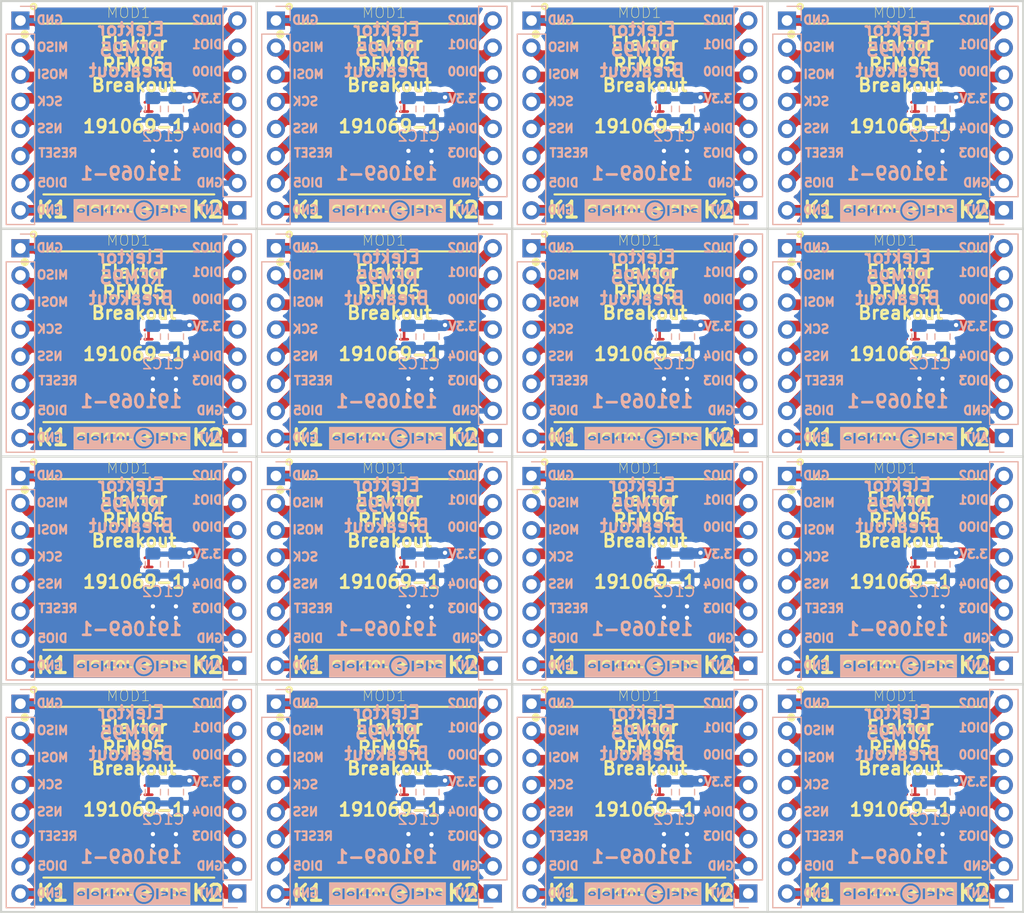
<source format=kicad_pcb>
(kicad_pcb (version 20171130) (host pcbnew "(5.0.2)-1")
  (layers (0 F.Cu signal) (31 B.Cu signal) (34 B.Paste user) (35 F.Paste user) (36 B.SilkS user) (37 F.SilkS user) (38 B.Mask user) (39 F.Mask user) (44 Edge.Cuts user))
  (net 0 "")
  (net 1 "Net-(J1-Pad2)")
  (net 2 "Net-(J1-Pad3)")
  (net 3 "Net-(J1-Pad4)")
  (net 4 "Net-(J1-Pad5)")
  (net 5 "Net-(J1-Pad6)")
  (net 6 "Net-(J1-Pad7)")
  (net 7 "Net-(J2-Pad8)")
  (net 8 "Net-(J2-Pad7)")
  (net 9 "Net-(J2-Pad6)")
  (net 10 "Net-(J2-Pad4)")
  (net 11 "Net-(J2-Pad3)")
  (net 12 "Net-(J2-Pad1)")
  (net 13 GND)
  (net 14 "Net-(C1-Pad1)")
  (module ElektoLogo:LabsLogo (layer F.Cu) (at 95.5675 141.7955)
    (fp_text reference G*** hide)
    (fp_text value LOGO hide)
  )
  (module RFM95W-868S2:XCVR_RFM95W-868S2 (layer F.Cu) (at 167.1025 110.9505)
    (fp_text reference MOD1 (at -0.034 -9.033) (layer F.SilkS) (effects (font (size 1.00191 1.00191) (thickness 0.05))))
    (fp_text value RFM95W-868S2 hide)
    (pad 16 smd rect (at 7.4 -7 180) (size 1.95 1.05) (layers F.Cu F.Paste F.Mask) (net 7 "Net-(J2-Pad8)"))
    (pad 15 smd rect (at 7.4 -5 180) (size 1.95 1.05) (layers F.Cu F.Paste F.Mask) (net 8 "Net-(J2-Pad7)"))
    (pad 14 smd rect (at 7.4 -3 180) (size 1.95 1.05) (layers F.Cu F.Paste F.Mask) (net 9 "Net-(J2-Pad6)"))
    (pad 13 smd rect (at 7.4 -1 180) (size 1.95 1.05) (layers F.Cu F.Paste F.Mask) (net 14 "Net-(C1-Pad1)"))
    (pad 12 smd rect (at 7.4 1 180) (size 1.95 1.05) (layers F.Cu F.Paste F.Mask) (net 10 "Net-(J2-Pad4)"))
    (pad 11 smd rect (at 7.4 3 180) (size 1.95 1.05) (layers F.Cu F.Paste F.Mask) (net 11 "Net-(J2-Pad3)"))
    (pad 10 smd rect (at 7.4 5 180) (size 1.95 1.05) (layers F.Cu F.Paste F.Mask) (net 13 GND))
    (pad 9 smd rect (at 7.4 7 180) (size 1.95 1.05) (layers F.Cu F.Paste F.Mask) (net 12 "Net-(J2-Pad1)"))
    (pad 8 smd rect (at -7.4 7) (size 1.95 1.05) (layers F.Cu F.Paste F.Mask) (net 13 GND))
    (pad 7 smd rect (at -7.4 5) (size 1.95 1.05) (layers F.Cu F.Paste F.Mask) (net 6 "Net-(J1-Pad7)"))
    (pad 6 smd rect (at -7.4 3) (size 1.95 1.05) (layers F.Cu F.Paste F.Mask) (net 5 "Net-(J1-Pad6)"))
    (pad 5 smd rect (at -7.4 1) (size 1.95 1.05) (layers F.Cu F.Paste F.Mask) (net 4 "Net-(J1-Pad5)"))
    (pad 4 smd rect (at -7.4 -1) (size 1.95 1.05) (layers F.Cu F.Paste F.Mask) (net 3 "Net-(J1-Pad4)"))
    (pad 3 smd rect (at -7.4 -3) (size 1.95 1.05) (layers F.Cu F.Paste F.Mask) (net 2 "Net-(J1-Pad3)"))
    (pad 2 smd rect (at -7.4 -5) (size 1.95 1.05) (layers F.Cu F.Paste F.Mask) (net 1 "Net-(J1-Pad2)"))
    (pad 1 smd rect (at -7.4 -7) (size 1.95 1.05) (layers F.Cu F.Paste F.Mask) (net 13 GND))
  )
  (module Connector_PinHeader_2.54mm:PinHeader_1x08_P2.54mm_Vertical (layer B.Cu) (at 156.94406 102.66172 180)
    (fp_text reference J1 hide)
    (fp_text value Conn_01x08_Male)
    (pad 8 thru_hole oval (at 0 -17.78 180) (size 1.7 1.7) (drill 1) (layers *.Cu *.Mask) (net 13 GND))
    (pad 7 thru_hole oval (at 0 -15.24 180) (size 1.7 1.7) (drill 1) (layers *.Cu *.Mask) (net 6 "Net-(J1-Pad7)"))
    (pad 6 thru_hole oval (at 0 -12.7 180) (size 1.7 1.7) (drill 1) (layers *.Cu *.Mask) (net 5 "Net-(J1-Pad6)"))
    (pad 5 thru_hole oval (at 0 -10.16 180) (size 1.7 1.7) (drill 1) (layers *.Cu *.Mask) (net 4 "Net-(J1-Pad5)"))
    (pad 4 thru_hole oval (at 0 -7.62 180) (size 1.7 1.7) (drill 1) (layers *.Cu *.Mask) (net 3 "Net-(J1-Pad4)"))
    (pad 3 thru_hole oval (at 0 -5.08 180) (size 1.7 1.7) (drill 1) (layers *.Cu *.Mask) (net 2 "Net-(J1-Pad3)"))
    (pad 2 thru_hole oval (at 0 -2.54 180) (size 1.7 1.7) (drill 1) (layers *.Cu *.Mask) (net 1 "Net-(J1-Pad2)"))
    (pad 1 thru_hole rect (at 0 0 180) (size 1.7 1.7) (drill 1) (layers *.Cu *.Mask) (net 13 GND))
  )
  (module ElektoLogo:LabsLogo (layer F.Cu) (at 167.386 120.4595)
    (fp_text reference G*** hide)
    (fp_text value LOGO hide)
  )
  (module ElektoLogo:LabsLogo (layer B.Cu) (at 167.386 120.4595)
    (fp_text reference G*** hide)
    (fp_text value LOGO hide)
  )
  (module Capacitor_SMD:C_0805_2012Metric_Pad1.15x1.40mm_HandSolder (layer B.Cu) (at 169.3545 110.9435 270)
    (fp_text reference C2 (at 2.54 0.0635) (layer B.SilkS) (effects (justify mirror)))
    (fp_text value 4.7µF)
    (pad 1 smd roundrect (at -1.025 0 270) (size 1.15 1.4) (layers B.Cu B.Paste B.Mask) (roundrect_rratio 0.217391) (net 14 "Net-(C1-Pad1)"))
    (pad 2 smd roundrect (at 1.025 0 270) (size 1.15 1.4) (layers B.Cu B.Paste B.Mask) (roundrect_rratio 0.217391) (net 13 GND))
  )
  (module ElektoLogo:LabsLogo (layer B.Cu) (at 143.4465 120.4595)
    (fp_text reference G*** hide)
    (fp_text value LOGO hide)
  )
  (module Capacitor_SMD:C_0805_2012Metric_Pad1.15x1.40mm_HandSolder (layer B.Cu) (at 171.5135 110.9435 270)
    (fp_text reference C1 (at 2.531 0.1905) (layer B.SilkS) (effects (justify mirror)))
    (fp_text value 100nF)
    (pad 2 smd roundrect (at 1.025 0 270) (size 1.15 1.4) (layers B.Cu B.Paste B.Mask) (roundrect_rratio 0.217391) (net 13 GND))
    (pad 1 smd roundrect (at -1.025 0 270) (size 1.15 1.4) (layers B.Cu B.Paste B.Mask) (roundrect_rratio 0.217391) (net 14 "Net-(C1-Pad1)"))
  )
  (module Connector_PinHeader_2.54mm:PinHeader_1x08_P2.54mm_Vertical (layer B.Cu) (at 177.25898 120.43664)
    (fp_text reference J2 hide)
    (fp_text value Conn_01x08_Male)
    (pad 1 thru_hole rect (at 0 0) (size 1.7 1.7) (drill 1) (layers *.Cu *.Mask) (net 12 "Net-(J2-Pad1)"))
    (pad 2 thru_hole oval (at 0 -2.54) (size 1.7 1.7) (drill 1) (layers *.Cu *.Mask) (net 13 GND))
    (pad 3 thru_hole oval (at 0 -5.08) (size 1.7 1.7) (drill 1) (layers *.Cu *.Mask) (net 11 "Net-(J2-Pad3)"))
    (pad 4 thru_hole oval (at 0 -7.62) (size 1.7 1.7) (drill 1) (layers *.Cu *.Mask) (net 10 "Net-(J2-Pad4)"))
    (pad 5 thru_hole oval (at 0 -10.16) (size 1.7 1.7) (drill 1) (layers *.Cu *.Mask) (net 14 "Net-(C1-Pad1)"))
    (pad 6 thru_hole oval (at 0 -12.7) (size 1.7 1.7) (drill 1) (layers *.Cu *.Mask) (net 9 "Net-(J2-Pad6)"))
    (pad 7 thru_hole oval (at 0 -15.24) (size 1.7 1.7) (drill 1) (layers *.Cu *.Mask) (net 8 "Net-(J2-Pad7)"))
    (pad 8 thru_hole oval (at 0 -17.78) (size 1.7 1.7) (drill 1) (layers *.Cu *.Mask) (net 7 "Net-(J2-Pad8)"))
  )
  (module ElektoLogo:LabsLogo (layer B.Cu) (at 95.5675 141.7955)
    (fp_text reference G*** hide)
    (fp_text value LOGO hide)
  )
  (module RFM95W-868S2:XCVR_RFM95W-868S2 (layer F.Cu) (at 143.163 132.2865)
    (fp_text reference MOD1 (at -0.034 -9.033) (layer F.SilkS) (effects (font (size 1.00191 1.00191) (thickness 0.05))))
    (fp_text value RFM95W-868S2 hide)
    (pad 16 smd rect (at 7.4 -7 180) (size 1.95 1.05) (layers F.Cu F.Paste F.Mask) (net 7 "Net-(J2-Pad8)"))
    (pad 15 smd rect (at 7.4 -5 180) (size 1.95 1.05) (layers F.Cu F.Paste F.Mask) (net 8 "Net-(J2-Pad7)"))
    (pad 14 smd rect (at 7.4 -3 180) (size 1.95 1.05) (layers F.Cu F.Paste F.Mask) (net 9 "Net-(J2-Pad6)"))
    (pad 13 smd rect (at 7.4 -1 180) (size 1.95 1.05) (layers F.Cu F.Paste F.Mask) (net 14 "Net-(C1-Pad1)"))
    (pad 12 smd rect (at 7.4 1 180) (size 1.95 1.05) (layers F.Cu F.Paste F.Mask) (net 10 "Net-(J2-Pad4)"))
    (pad 11 smd rect (at 7.4 3 180) (size 1.95 1.05) (layers F.Cu F.Paste F.Mask) (net 11 "Net-(J2-Pad3)"))
    (pad 10 smd rect (at 7.4 5 180) (size 1.95 1.05) (layers F.Cu F.Paste F.Mask) (net 13 GND))
    (pad 9 smd rect (at 7.4 7 180) (size 1.95 1.05) (layers F.Cu F.Paste F.Mask) (net 12 "Net-(J2-Pad1)"))
    (pad 8 smd rect (at -7.4 7) (size 1.95 1.05) (layers F.Cu F.Paste F.Mask) (net 13 GND))
    (pad 7 smd rect (at -7.4 5) (size 1.95 1.05) (layers F.Cu F.Paste F.Mask) (net 6 "Net-(J1-Pad7)"))
    (pad 6 smd rect (at -7.4 3) (size 1.95 1.05) (layers F.Cu F.Paste F.Mask) (net 5 "Net-(J1-Pad6)"))
    (pad 5 smd rect (at -7.4 1) (size 1.95 1.05) (layers F.Cu F.Paste F.Mask) (net 4 "Net-(J1-Pad5)"))
    (pad 4 smd rect (at -7.4 -1) (size 1.95 1.05) (layers F.Cu F.Paste F.Mask) (net 3 "Net-(J1-Pad4)"))
    (pad 3 smd rect (at -7.4 -3) (size 1.95 1.05) (layers F.Cu F.Paste F.Mask) (net 2 "Net-(J1-Pad3)"))
    (pad 2 smd rect (at -7.4 -5) (size 1.95 1.05) (layers F.Cu F.Paste F.Mask) (net 1 "Net-(J1-Pad2)"))
    (pad 1 smd rect (at -7.4 -7) (size 1.95 1.05) (layers F.Cu F.Paste F.Mask) (net 13 GND))
  )
  (module ElektoLogo:LabsLogo (layer F.Cu) (at 143.4465 141.7955)
    (fp_text reference G*** hide)
    (fp_text value LOGO hide)
  )
  (module Capacitor_SMD:C_0805_2012Metric_Pad1.15x1.40mm_HandSolder (layer B.Cu) (at 123.6345 132.2795 270)
    (fp_text reference C1 (at 2.531 0.1905) (layer B.SilkS) (effects (justify mirror)))
    (fp_text value 100nF)
    (pad 2 smd roundrect (at 1.025 0 270) (size 1.15 1.4) (layers B.Cu B.Paste B.Mask) (roundrect_rratio 0.217391) (net 13 GND))
    (pad 1 smd roundrect (at -1.025 0 270) (size 1.15 1.4) (layers B.Cu B.Paste B.Mask) (roundrect_rratio 0.217391) (net 14 "Net-(C1-Pad1)"))
  )
  (module Capacitor_SMD:C_0805_2012Metric_Pad1.15x1.40mm_HandSolder (layer B.Cu) (at 99.695 132.2795 270)
    (fp_text reference C1 (at 2.531 0.1905) (layer B.SilkS) (effects (justify mirror)))
    (fp_text value 100nF)
    (pad 1 smd roundrect (at -1.025 0 270) (size 1.15 1.4) (layers B.Cu B.Paste B.Mask) (roundrect_rratio 0.217391) (net 14 "Net-(C1-Pad1)"))
    (pad 2 smd roundrect (at 1.025 0 270) (size 1.15 1.4) (layers B.Cu B.Paste B.Mask) (roundrect_rratio 0.217391) (net 13 GND))
  )
  (module Capacitor_SMD:C_0805_2012Metric_Pad1.15x1.40mm_HandSolder (layer B.Cu) (at 97.536 132.2795 270)
    (fp_text reference C2 (at 2.54 0.0635) (layer B.SilkS) (effects (justify mirror)))
    (fp_text value 4.7µF)
    (pad 2 smd roundrect (at 1.025 0 270) (size 1.15 1.4) (layers B.Cu B.Paste B.Mask) (roundrect_rratio 0.217391) (net 13 GND))
    (pad 1 smd roundrect (at -1.025 0 270) (size 1.15 1.4) (layers B.Cu B.Paste B.Mask) (roundrect_rratio 0.217391) (net 14 "Net-(C1-Pad1)"))
  )
  (module Connector_PinHeader_2.54mm:PinHeader_1x08_P2.54mm_Vertical (layer B.Cu) (at 85.12556 123.99772 180)
    (fp_text reference J1 hide)
    (fp_text value Conn_01x08_Male)
    (pad 1 thru_hole rect (at 0 0 180) (size 1.7 1.7) (drill 1) (layers *.Cu *.Mask) (net 13 GND))
    (pad 2 thru_hole oval (at 0 -2.54 180) (size 1.7 1.7) (drill 1) (layers *.Cu *.Mask) (net 1 "Net-(J1-Pad2)"))
    (pad 3 thru_hole oval (at 0 -5.08 180) (size 1.7 1.7) (drill 1) (layers *.Cu *.Mask) (net 2 "Net-(J1-Pad3)"))
    (pad 4 thru_hole oval (at 0 -7.62 180) (size 1.7 1.7) (drill 1) (layers *.Cu *.Mask) (net 3 "Net-(J1-Pad4)"))
    (pad 5 thru_hole oval (at 0 -10.16 180) (size 1.7 1.7) (drill 1) (layers *.Cu *.Mask) (net 4 "Net-(J1-Pad5)"))
    (pad 6 thru_hole oval (at 0 -12.7 180) (size 1.7 1.7) (drill 1) (layers *.Cu *.Mask) (net 5 "Net-(J1-Pad6)"))
    (pad 7 thru_hole oval (at 0 -15.24 180) (size 1.7 1.7) (drill 1) (layers *.Cu *.Mask) (net 6 "Net-(J1-Pad7)"))
    (pad 8 thru_hole oval (at 0 -17.78 180) (size 1.7 1.7) (drill 1) (layers *.Cu *.Mask) (net 13 GND))
  )
  (module Connector_PinHeader_2.54mm:PinHeader_1x08_P2.54mm_Vertical (layer B.Cu) (at 105.44048 141.77264)
    (fp_text reference J2 hide)
    (fp_text value Conn_01x08_Male)
    (pad 8 thru_hole oval (at 0 -17.78) (size 1.7 1.7) (drill 1) (layers *.Cu *.Mask) (net 7 "Net-(J2-Pad8)"))
    (pad 7 thru_hole oval (at 0 -15.24) (size 1.7 1.7) (drill 1) (layers *.Cu *.Mask) (net 8 "Net-(J2-Pad7)"))
    (pad 6 thru_hole oval (at 0 -12.7) (size 1.7 1.7) (drill 1) (layers *.Cu *.Mask) (net 9 "Net-(J2-Pad6)"))
    (pad 5 thru_hole oval (at 0 -10.16) (size 1.7 1.7) (drill 1) (layers *.Cu *.Mask) (net 14 "Net-(C1-Pad1)"))
    (pad 4 thru_hole oval (at 0 -7.62) (size 1.7 1.7) (drill 1) (layers *.Cu *.Mask) (net 10 "Net-(J2-Pad4)"))
    (pad 3 thru_hole oval (at 0 -5.08) (size 1.7 1.7) (drill 1) (layers *.Cu *.Mask) (net 11 "Net-(J2-Pad3)"))
    (pad 2 thru_hole oval (at 0 -2.54) (size 1.7 1.7) (drill 1) (layers *.Cu *.Mask) (net 13 GND))
    (pad 1 thru_hole rect (at 0 0) (size 1.7 1.7) (drill 1) (layers *.Cu *.Mask) (net 12 "Net-(J2-Pad1)"))
  )
  (module RFM95W-868S2:XCVR_RFM95W-868S2 (layer F.Cu) (at 95.284 132.2865)
    (fp_text reference MOD1 (at -0.034 -9.033) (layer F.SilkS) (effects (font (size 1.00191 1.00191) (thickness 0.05))))
    (fp_text value RFM95W-868S2 hide)
    (pad 1 smd rect (at -7.4 -7) (size 1.95 1.05) (layers F.Cu F.Paste F.Mask) (net 13 GND))
    (pad 2 smd rect (at -7.4 -5) (size 1.95 1.05) (layers F.Cu F.Paste F.Mask) (net 1 "Net-(J1-Pad2)"))
    (pad 3 smd rect (at -7.4 -3) (size 1.95 1.05) (layers F.Cu F.Paste F.Mask) (net 2 "Net-(J1-Pad3)"))
    (pad 4 smd rect (at -7.4 -1) (size 1.95 1.05) (layers F.Cu F.Paste F.Mask) (net 3 "Net-(J1-Pad4)"))
    (pad 5 smd rect (at -7.4 1) (size 1.95 1.05) (layers F.Cu F.Paste F.Mask) (net 4 "Net-(J1-Pad5)"))
    (pad 6 smd rect (at -7.4 3) (size 1.95 1.05) (layers F.Cu F.Paste F.Mask) (net 5 "Net-(J1-Pad6)"))
    (pad 7 smd rect (at -7.4 5) (size 1.95 1.05) (layers F.Cu F.Paste F.Mask) (net 6 "Net-(J1-Pad7)"))
    (pad 8 smd rect (at -7.4 7) (size 1.95 1.05) (layers F.Cu F.Paste F.Mask) (net 13 GND))
    (pad 9 smd rect (at 7.4 7 180) (size 1.95 1.05) (layers F.Cu F.Paste F.Mask) (net 12 "Net-(J2-Pad1)"))
    (pad 10 smd rect (at 7.4 5 180) (size 1.95 1.05) (layers F.Cu F.Paste F.Mask) (net 13 GND))
    (pad 11 smd rect (at 7.4 3 180) (size 1.95 1.05) (layers F.Cu F.Paste F.Mask) (net 11 "Net-(J2-Pad3)"))
    (pad 12 smd rect (at 7.4 1 180) (size 1.95 1.05) (layers F.Cu F.Paste F.Mask) (net 10 "Net-(J2-Pad4)"))
    (pad 13 smd rect (at 7.4 -1 180) (size 1.95 1.05) (layers F.Cu F.Paste F.Mask) (net 14 "Net-(C1-Pad1)"))
    (pad 14 smd rect (at 7.4 -3 180) (size 1.95 1.05) (layers F.Cu F.Paste F.Mask) (net 9 "Net-(J2-Pad6)"))
    (pad 15 smd rect (at 7.4 -5 180) (size 1.95 1.05) (layers F.Cu F.Paste F.Mask) (net 8 "Net-(J2-Pad7)"))
    (pad 16 smd rect (at 7.4 -7 180) (size 1.95 1.05) (layers F.Cu F.Paste F.Mask) (net 7 "Net-(J2-Pad8)"))
  )
  (module Capacitor_SMD:C_0805_2012Metric_Pad1.15x1.40mm_HandSolder (layer B.Cu) (at 145.415 132.2795 270)
    (fp_text reference C2 (at 2.54 0.0635) (layer B.SilkS) (effects (justify mirror)))
    (fp_text value 4.7µF)
    (pad 1 smd roundrect (at -1.025 0 270) (size 1.15 1.4) (layers B.Cu B.Paste B.Mask) (roundrect_rratio 0.217391) (net 14 "Net-(C1-Pad1)"))
    (pad 2 smd roundrect (at 1.025 0 270) (size 1.15 1.4) (layers B.Cu B.Paste B.Mask) (roundrect_rratio 0.217391) (net 13 GND))
  )
  (module Connector_PinHeader_2.54mm:PinHeader_1x08_P2.54mm_Vertical (layer B.Cu) (at 129.37998 141.77264)
    (fp_text reference J2 hide)
    (fp_text value Conn_01x08_Male)
    (pad 1 thru_hole rect (at 0 0) (size 1.7 1.7) (drill 1) (layers *.Cu *.Mask) (net 12 "Net-(J2-Pad1)"))
    (pad 2 thru_hole oval (at 0 -2.54) (size 1.7 1.7) (drill 1) (layers *.Cu *.Mask) (net 13 GND))
    (pad 3 thru_hole oval (at 0 -5.08) (size 1.7 1.7) (drill 1) (layers *.Cu *.Mask) (net 11 "Net-(J2-Pad3)"))
    (pad 4 thru_hole oval (at 0 -7.62) (size 1.7 1.7) (drill 1) (layers *.Cu *.Mask) (net 10 "Net-(J2-Pad4)"))
    (pad 5 thru_hole oval (at 0 -10.16) (size 1.7 1.7) (drill 1) (layers *.Cu *.Mask) (net 14 "Net-(C1-Pad1)"))
    (pad 6 thru_hole oval (at 0 -12.7) (size 1.7 1.7) (drill 1) (layers *.Cu *.Mask) (net 9 "Net-(J2-Pad6)"))
    (pad 7 thru_hole oval (at 0 -15.24) (size 1.7 1.7) (drill 1) (layers *.Cu *.Mask) (net 8 "Net-(J2-Pad7)"))
    (pad 8 thru_hole oval (at 0 -17.78) (size 1.7 1.7) (drill 1) (layers *.Cu *.Mask) (net 7 "Net-(J2-Pad8)"))
  )
  (module Capacitor_SMD:C_0805_2012Metric_Pad1.15x1.40mm_HandSolder (layer B.Cu) (at 171.5135 132.2795 270)
    (fp_text reference C1 (at 2.531 0.1905) (layer B.SilkS) (effects (justify mirror)))
    (fp_text value 100nF)
    (pad 1 smd roundrect (at -1.025 0 270) (size 1.15 1.4) (layers B.Cu B.Paste B.Mask) (roundrect_rratio 0.217391) (net 14 "Net-(C1-Pad1)"))
    (pad 2 smd roundrect (at 1.025 0 270) (size 1.15 1.4) (layers B.Cu B.Paste B.Mask) (roundrect_rratio 0.217391) (net 13 GND))
  )
  (module Connector_PinHeader_2.54mm:PinHeader_1x08_P2.54mm_Vertical (layer B.Cu) (at 177.25898 141.77264)
    (fp_text reference J2 hide)
    (fp_text value Conn_01x08_Male)
    (pad 8 thru_hole oval (at 0 -17.78) (size 1.7 1.7) (drill 1) (layers *.Cu *.Mask) (net 7 "Net-(J2-Pad8)"))
    (pad 7 thru_hole oval (at 0 -15.24) (size 1.7 1.7) (drill 1) (layers *.Cu *.Mask) (net 8 "Net-(J2-Pad7)"))
    (pad 6 thru_hole oval (at 0 -12.7) (size 1.7 1.7) (drill 1) (layers *.Cu *.Mask) (net 9 "Net-(J2-Pad6)"))
    (pad 5 thru_hole oval (at 0 -10.16) (size 1.7 1.7) (drill 1) (layers *.Cu *.Mask) (net 14 "Net-(C1-Pad1)"))
    (pad 4 thru_hole oval (at 0 -7.62) (size 1.7 1.7) (drill 1) (layers *.Cu *.Mask) (net 10 "Net-(J2-Pad4)"))
    (pad 3 thru_hole oval (at 0 -5.08) (size 1.7 1.7) (drill 1) (layers *.Cu *.Mask) (net 11 "Net-(J2-Pad3)"))
    (pad 2 thru_hole oval (at 0 -2.54) (size 1.7 1.7) (drill 1) (layers *.Cu *.Mask) (net 13 GND))
    (pad 1 thru_hole rect (at 0 0) (size 1.7 1.7) (drill 1) (layers *.Cu *.Mask) (net 12 "Net-(J2-Pad1)"))
  )
  (module Connector_PinHeader_2.54mm:PinHeader_1x08_P2.54mm_Vertical (layer B.Cu) (at 133.00456 123.99772 180)
    (fp_text reference J1 hide)
    (fp_text value Conn_01x08_Male)
    (pad 8 thru_hole oval (at 0 -17.78 180) (size 1.7 1.7) (drill 1) (layers *.Cu *.Mask) (net 13 GND))
    (pad 7 thru_hole oval (at 0 -15.24 180) (size 1.7 1.7) (drill 1) (layers *.Cu *.Mask) (net 6 "Net-(J1-Pad7)"))
    (pad 6 thru_hole oval (at 0 -12.7 180) (size 1.7 1.7) (drill 1) (layers *.Cu *.Mask) (net 5 "Net-(J1-Pad6)"))
    (pad 5 thru_hole oval (at 0 -10.16 180) (size 1.7 1.7) (drill 1) (layers *.Cu *.Mask) (net 4 "Net-(J1-Pad5)"))
    (pad 4 thru_hole oval (at 0 -7.62 180) (size 1.7 1.7) (drill 1) (layers *.Cu *.Mask) (net 3 "Net-(J1-Pad4)"))
    (pad 3 thru_hole oval (at 0 -5.08 180) (size 1.7 1.7) (drill 1) (layers *.Cu *.Mask) (net 2 "Net-(J1-Pad3)"))
    (pad 2 thru_hole oval (at 0 -2.54 180) (size 1.7 1.7) (drill 1) (layers *.Cu *.Mask) (net 1 "Net-(J1-Pad2)"))
    (pad 1 thru_hole rect (at 0 0 180) (size 1.7 1.7) (drill 1) (layers *.Cu *.Mask) (net 13 GND))
  )
  (module ElektoLogo:LabsLogo (layer F.Cu) (at 119.507 141.7955)
    (fp_text reference G*** hide)
    (fp_text value LOGO hide)
  )
  (module Connector_PinHeader_2.54mm:PinHeader_1x08_P2.54mm_Vertical (layer B.Cu) (at 109.06506 123.99772 180)
    (fp_text reference J1 hide)
    (fp_text value Conn_01x08_Male)
    (pad 8 thru_hole oval (at 0 -17.78 180) (size 1.7 1.7) (drill 1) (layers *.Cu *.Mask) (net 13 GND))
    (pad 7 thru_hole oval (at 0 -15.24 180) (size 1.7 1.7) (drill 1) (layers *.Cu *.Mask) (net 6 "Net-(J1-Pad7)"))
    (pad 6 thru_hole oval (at 0 -12.7 180) (size 1.7 1.7) (drill 1) (layers *.Cu *.Mask) (net 5 "Net-(J1-Pad6)"))
    (pad 5 thru_hole oval (at 0 -10.16 180) (size 1.7 1.7) (drill 1) (layers *.Cu *.Mask) (net 4 "Net-(J1-Pad5)"))
    (pad 4 thru_hole oval (at 0 -7.62 180) (size 1.7 1.7) (drill 1) (layers *.Cu *.Mask) (net 3 "Net-(J1-Pad4)"))
    (pad 3 thru_hole oval (at 0 -5.08 180) (size 1.7 1.7) (drill 1) (layers *.Cu *.Mask) (net 2 "Net-(J1-Pad3)"))
    (pad 2 thru_hole oval (at 0 -2.54 180) (size 1.7 1.7) (drill 1) (layers *.Cu *.Mask) (net 1 "Net-(J1-Pad2)"))
    (pad 1 thru_hole rect (at 0 0 180) (size 1.7 1.7) (drill 1) (layers *.Cu *.Mask) (net 13 GND))
  )
  (module Connector_PinHeader_2.54mm:PinHeader_1x08_P2.54mm_Vertical (layer B.Cu) (at 153.31948 141.77264)
    (fp_text reference J2 hide)
    (fp_text value Conn_01x08_Male)
    (pad 1 thru_hole rect (at 0 0) (size 1.7 1.7) (drill 1) (layers *.Cu *.Mask) (net 12 "Net-(J2-Pad1)"))
    (pad 2 thru_hole oval (at 0 -2.54) (size 1.7 1.7) (drill 1) (layers *.Cu *.Mask) (net 13 GND))
    (pad 3 thru_hole oval (at 0 -5.08) (size 1.7 1.7) (drill 1) (layers *.Cu *.Mask) (net 11 "Net-(J2-Pad3)"))
    (pad 4 thru_hole oval (at 0 -7.62) (size 1.7 1.7) (drill 1) (layers *.Cu *.Mask) (net 10 "Net-(J2-Pad4)"))
    (pad 5 thru_hole oval (at 0 -10.16) (size 1.7 1.7) (drill 1) (layers *.Cu *.Mask) (net 14 "Net-(C1-Pad1)"))
    (pad 6 thru_hole oval (at 0 -12.7) (size 1.7 1.7) (drill 1) (layers *.Cu *.Mask) (net 9 "Net-(J2-Pad6)"))
    (pad 7 thru_hole oval (at 0 -15.24) (size 1.7 1.7) (drill 1) (layers *.Cu *.Mask) (net 8 "Net-(J2-Pad7)"))
    (pad 8 thru_hole oval (at 0 -17.78) (size 1.7 1.7) (drill 1) (layers *.Cu *.Mask) (net 7 "Net-(J2-Pad8)"))
  )
  (module RFM95W-868S2:XCVR_RFM95W-868S2 (layer F.Cu) (at 167.1025 132.2865)
    (fp_text reference MOD1 (at -0.034 -9.033) (layer F.SilkS) (effects (font (size 1.00191 1.00191) (thickness 0.05))))
    (fp_text value RFM95W-868S2 hide)
    (pad 1 smd rect (at -7.4 -7) (size 1.95 1.05) (layers F.Cu F.Paste F.Mask) (net 13 GND))
    (pad 2 smd rect (at -7.4 -5) (size 1.95 1.05) (layers F.Cu F.Paste F.Mask) (net 1 "Net-(J1-Pad2)"))
    (pad 3 smd rect (at -7.4 -3) (size 1.95 1.05) (layers F.Cu F.Paste F.Mask) (net 2 "Net-(J1-Pad3)"))
    (pad 4 smd rect (at -7.4 -1) (size 1.95 1.05) (layers F.Cu F.Paste F.Mask) (net 3 "Net-(J1-Pad4)"))
    (pad 5 smd rect (at -7.4 1) (size 1.95 1.05) (layers F.Cu F.Paste F.Mask) (net 4 "Net-(J1-Pad5)"))
    (pad 6 smd rect (at -7.4 3) (size 1.95 1.05) (layers F.Cu F.Paste F.Mask) (net 5 "Net-(J1-Pad6)"))
    (pad 7 smd rect (at -7.4 5) (size 1.95 1.05) (layers F.Cu F.Paste F.Mask) (net 6 "Net-(J1-Pad7)"))
    (pad 8 smd rect (at -7.4 7) (size 1.95 1.05) (layers F.Cu F.Paste F.Mask) (net 13 GND))
    (pad 9 smd rect (at 7.4 7 180) (size 1.95 1.05) (layers F.Cu F.Paste F.Mask) (net 12 "Net-(J2-Pad1)"))
    (pad 10 smd rect (at 7.4 5 180) (size 1.95 1.05) (layers F.Cu F.Paste F.Mask) (net 13 GND))
    (pad 11 smd rect (at 7.4 3 180) (size 1.95 1.05) (layers F.Cu F.Paste F.Mask) (net 11 "Net-(J2-Pad3)"))
    (pad 12 smd rect (at 7.4 1 180) (size 1.95 1.05) (layers F.Cu F.Paste F.Mask) (net 10 "Net-(J2-Pad4)"))
    (pad 13 smd rect (at 7.4 -1 180) (size 1.95 1.05) (layers F.Cu F.Paste F.Mask) (net 14 "Net-(C1-Pad1)"))
    (pad 14 smd rect (at 7.4 -3 180) (size 1.95 1.05) (layers F.Cu F.Paste F.Mask) (net 9 "Net-(J2-Pad6)"))
    (pad 15 smd rect (at 7.4 -5 180) (size 1.95 1.05) (layers F.Cu F.Paste F.Mask) (net 8 "Net-(J2-Pad7)"))
    (pad 16 smd rect (at 7.4 -7 180) (size 1.95 1.05) (layers F.Cu F.Paste F.Mask) (net 7 "Net-(J2-Pad8)"))
  )
  (module ElektoLogo:LabsLogo (layer F.Cu) (at 167.386 141.7955)
    (fp_text reference G*** hide)
    (fp_text value LOGO hide)
  )
  (module Connector_PinHeader_2.54mm:PinHeader_1x08_P2.54mm_Vertical (layer B.Cu) (at 156.94406 123.99772 180)
    (fp_text reference J1 hide)
    (fp_text value Conn_01x08_Male)
    (pad 1 thru_hole rect (at 0 0 180) (size 1.7 1.7) (drill 1) (layers *.Cu *.Mask) (net 13 GND))
    (pad 2 thru_hole oval (at 0 -2.54 180) (size 1.7 1.7) (drill 1) (layers *.Cu *.Mask) (net 1 "Net-(J1-Pad2)"))
    (pad 3 thru_hole oval (at 0 -5.08 180) (size 1.7 1.7) (drill 1) (layers *.Cu *.Mask) (net 2 "Net-(J1-Pad3)"))
    (pad 4 thru_hole oval (at 0 -7.62 180) (size 1.7 1.7) (drill 1) (layers *.Cu *.Mask) (net 3 "Net-(J1-Pad4)"))
    (pad 5 thru_hole oval (at 0 -10.16 180) (size 1.7 1.7) (drill 1) (layers *.Cu *.Mask) (net 4 "Net-(J1-Pad5)"))
    (pad 6 thru_hole oval (at 0 -12.7 180) (size 1.7 1.7) (drill 1) (layers *.Cu *.Mask) (net 5 "Net-(J1-Pad6)"))
    (pad 7 thru_hole oval (at 0 -15.24 180) (size 1.7 1.7) (drill 1) (layers *.Cu *.Mask) (net 6 "Net-(J1-Pad7)"))
    (pad 8 thru_hole oval (at 0 -17.78 180) (size 1.7 1.7) (drill 1) (layers *.Cu *.Mask) (net 13 GND))
  )
  (module Capacitor_SMD:C_0805_2012Metric_Pad1.15x1.40mm_HandSolder (layer B.Cu) (at 169.3545 132.2795 270)
    (fp_text reference C2 (at 2.54 0.0635) (layer B.SilkS) (effects (justify mirror)))
    (fp_text value 4.7µF)
    (pad 2 smd roundrect (at 1.025 0 270) (size 1.15 1.4) (layers B.Cu B.Paste B.Mask) (roundrect_rratio 0.217391) (net 13 GND))
    (pad 1 smd roundrect (at -1.025 0 270) (size 1.15 1.4) (layers B.Cu B.Paste B.Mask) (roundrect_rratio 0.217391) (net 14 "Net-(C1-Pad1)"))
  )
  (module Capacitor_SMD:C_0805_2012Metric_Pad1.15x1.40mm_HandSolder (layer B.Cu) (at 121.4755 132.2795 270)
    (fp_text reference C2 (at 2.54 0.0635) (layer B.SilkS) (effects (justify mirror)))
    (fp_text value 4.7µF)
    (pad 1 smd roundrect (at -1.025 0 270) (size 1.15 1.4) (layers B.Cu B.Paste B.Mask) (roundrect_rratio 0.217391) (net 14 "Net-(C1-Pad1)"))
    (pad 2 smd roundrect (at 1.025 0 270) (size 1.15 1.4) (layers B.Cu B.Paste B.Mask) (roundrect_rratio 0.217391) (net 13 GND))
  )
  (module ElektoLogo:LabsLogo (layer B.Cu) (at 167.386 141.7955)
    (fp_text reference G*** hide)
    (fp_text value LOGO hide)
  )
  (module ElektoLogo:LabsLogo (layer B.Cu) (at 143.4465 141.7955)
    (fp_text reference G*** hide)
    (fp_text value LOGO hide)
  )
  (module ElektoLogo:LabsLogo (layer B.Cu) (at 119.507 141.7955)
    (fp_text reference G*** hide)
    (fp_text value LOGO hide)
  )
  (module Capacitor_SMD:C_0805_2012Metric_Pad1.15x1.40mm_HandSolder (layer B.Cu) (at 147.574 132.2795 270)
    (fp_text reference C1 (at 2.531 0.1905) (layer B.SilkS) (effects (justify mirror)))
    (fp_text value 100nF)
    (pad 2 smd roundrect (at 1.025 0 270) (size 1.15 1.4) (layers B.Cu B.Paste B.Mask) (roundrect_rratio 0.217391) (net 13 GND))
    (pad 1 smd roundrect (at -1.025 0 270) (size 1.15 1.4) (layers B.Cu B.Paste B.Mask) (roundrect_rratio 0.217391) (net 14 "Net-(C1-Pad1)"))
  )
  (module RFM95W-868S2:XCVR_RFM95W-868S2 (layer F.Cu) (at 119.2235 132.2865)
    (fp_text reference MOD1 (at -0.034 -9.033) (layer F.SilkS) (effects (font (size 1.00191 1.00191) (thickness 0.05))))
    (fp_text value RFM95W-868S2 hide)
    (pad 16 smd rect (at 7.4 -7 180) (size 1.95 1.05) (layers F.Cu F.Paste F.Mask) (net 7 "Net-(J2-Pad8)"))
    (pad 15 smd rect (at 7.4 -5 180) (size 1.95 1.05) (layers F.Cu F.Paste F.Mask) (net 8 "Net-(J2-Pad7)"))
    (pad 14 smd rect (at 7.4 -3 180) (size 1.95 1.05) (layers F.Cu F.Paste F.Mask) (net 9 "Net-(J2-Pad6)"))
    (pad 13 smd rect (at 7.4 -1 180) (size 1.95 1.05) (layers F.Cu F.Paste F.Mask) (net 14 "Net-(C1-Pad1)"))
    (pad 12 smd rect (at 7.4 1 180) (size 1.95 1.05) (layers F.Cu F.Paste F.Mask) (net 10 "Net-(J2-Pad4)"))
    (pad 11 smd rect (at 7.4 3 180) (size 1.95 1.05) (layers F.Cu F.Paste F.Mask) (net 11 "Net-(J2-Pad3)"))
    (pad 10 smd rect (at 7.4 5 180) (size 1.95 1.05) (layers F.Cu F.Paste F.Mask) (net 13 GND))
    (pad 9 smd rect (at 7.4 7 180) (size 1.95 1.05) (layers F.Cu F.Paste F.Mask) (net 12 "Net-(J2-Pad1)"))
    (pad 8 smd rect (at -7.4 7) (size 1.95 1.05) (layers F.Cu F.Paste F.Mask) (net 13 GND))
    (pad 7 smd rect (at -7.4 5) (size 1.95 1.05) (layers F.Cu F.Paste F.Mask) (net 6 "Net-(J1-Pad7)"))
    (pad 6 smd rect (at -7.4 3) (size 1.95 1.05) (layers F.Cu F.Paste F.Mask) (net 5 "Net-(J1-Pad6)"))
    (pad 5 smd rect (at -7.4 1) (size 1.95 1.05) (layers F.Cu F.Paste F.Mask) (net 4 "Net-(J1-Pad5)"))
    (pad 4 smd rect (at -7.4 -1) (size 1.95 1.05) (layers F.Cu F.Paste F.Mask) (net 3 "Net-(J1-Pad4)"))
    (pad 3 smd rect (at -7.4 -3) (size 1.95 1.05) (layers F.Cu F.Paste F.Mask) (net 2 "Net-(J1-Pad3)"))
    (pad 2 smd rect (at -7.4 -5) (size 1.95 1.05) (layers F.Cu F.Paste F.Mask) (net 1 "Net-(J1-Pad2)"))
    (pad 1 smd rect (at -7.4 -7) (size 1.95 1.05) (layers F.Cu F.Paste F.Mask) (net 13 GND))
  )
  (module Connector_PinHeader_2.54mm:PinHeader_1x08_P2.54mm_Vertical (layer B.Cu) (at 133.00456 102.66172 180)
    (fp_text reference J1 hide)
    (fp_text value Conn_01x08_Male)
    (pad 1 thru_hole rect (at 0 0 180) (size 1.7 1.7) (drill 1) (layers *.Cu *.Mask) (net 13 GND))
    (pad 2 thru_hole oval (at 0 -2.54 180) (size 1.7 1.7) (drill 1) (layers *.Cu *.Mask) (net 1 "Net-(J1-Pad2)"))
    (pad 3 thru_hole oval (at 0 -5.08 180) (size 1.7 1.7) (drill 1) (layers *.Cu *.Mask) (net 2 "Net-(J1-Pad3)"))
    (pad 4 thru_hole oval (at 0 -7.62 180) (size 1.7 1.7) (drill 1) (layers *.Cu *.Mask) (net 3 "Net-(J1-Pad4)"))
    (pad 5 thru_hole oval (at 0 -10.16 180) (size 1.7 1.7) (drill 1) (layers *.Cu *.Mask) (net 4 "Net-(J1-Pad5)"))
    (pad 6 thru_hole oval (at 0 -12.7 180) (size 1.7 1.7) (drill 1) (layers *.Cu *.Mask) (net 5 "Net-(J1-Pad6)"))
    (pad 7 thru_hole oval (at 0 -15.24 180) (size 1.7 1.7) (drill 1) (layers *.Cu *.Mask) (net 6 "Net-(J1-Pad7)"))
    (pad 8 thru_hole oval (at 0 -17.78 180) (size 1.7 1.7) (drill 1) (layers *.Cu *.Mask) (net 13 GND))
  )
  (module Connector_PinHeader_2.54mm:PinHeader_1x08_P2.54mm_Vertical (layer B.Cu) (at 109.06506 102.66172 180)
    (fp_text reference J1 hide)
    (fp_text value Conn_01x08_Male)
    (pad 1 thru_hole rect (at 0 0 180) (size 1.7 1.7) (drill 1) (layers *.Cu *.Mask) (net 13 GND))
    (pad 2 thru_hole oval (at 0 -2.54 180) (size 1.7 1.7) (drill 1) (layers *.Cu *.Mask) (net 1 "Net-(J1-Pad2)"))
    (pad 3 thru_hole oval (at 0 -5.08 180) (size 1.7 1.7) (drill 1) (layers *.Cu *.Mask) (net 2 "Net-(J1-Pad3)"))
    (pad 4 thru_hole oval (at 0 -7.62 180) (size 1.7 1.7) (drill 1) (layers *.Cu *.Mask) (net 3 "Net-(J1-Pad4)"))
    (pad 5 thru_hole oval (at 0 -10.16 180) (size 1.7 1.7) (drill 1) (layers *.Cu *.Mask) (net 4 "Net-(J1-Pad5)"))
    (pad 6 thru_hole oval (at 0 -12.7 180) (size 1.7 1.7) (drill 1) (layers *.Cu *.Mask) (net 5 "Net-(J1-Pad6)"))
    (pad 7 thru_hole oval (at 0 -15.24 180) (size 1.7 1.7) (drill 1) (layers *.Cu *.Mask) (net 6 "Net-(J1-Pad7)"))
    (pad 8 thru_hole oval (at 0 -17.78 180) (size 1.7 1.7) (drill 1) (layers *.Cu *.Mask) (net 13 GND))
  )
  (module Connector_PinHeader_2.54mm:PinHeader_1x08_P2.54mm_Vertical (layer B.Cu) (at 129.37998 120.43664)
    (fp_text reference J2 hide)
    (fp_text value Conn_01x08_Male)
    (pad 8 thru_hole oval (at 0 -17.78) (size 1.7 1.7) (drill 1) (layers *.Cu *.Mask) (net 7 "Net-(J2-Pad8)"))
    (pad 7 thru_hole oval (at 0 -15.24) (size 1.7 1.7) (drill 1) (layers *.Cu *.Mask) (net 8 "Net-(J2-Pad7)"))
    (pad 6 thru_hole oval (at 0 -12.7) (size 1.7 1.7) (drill 1) (layers *.Cu *.Mask) (net 9 "Net-(J2-Pad6)"))
    (pad 5 thru_hole oval (at 0 -10.16) (size 1.7 1.7) (drill 1) (layers *.Cu *.Mask) (net 14 "Net-(C1-Pad1)"))
    (pad 4 thru_hole oval (at 0 -7.62) (size 1.7 1.7) (drill 1) (layers *.Cu *.Mask) (net 10 "Net-(J2-Pad4)"))
    (pad 3 thru_hole oval (at 0 -5.08) (size 1.7 1.7) (drill 1) (layers *.Cu *.Mask) (net 11 "Net-(J2-Pad3)"))
    (pad 2 thru_hole oval (at 0 -2.54) (size 1.7 1.7) (drill 1) (layers *.Cu *.Mask) (net 13 GND))
    (pad 1 thru_hole rect (at 0 0) (size 1.7 1.7) (drill 1) (layers *.Cu *.Mask) (net 12 "Net-(J2-Pad1)"))
  )
  (module Capacitor_SMD:C_0805_2012Metric_Pad1.15x1.40mm_HandSolder (layer B.Cu) (at 145.415 110.9435 270)
    (fp_text reference C2 (at 2.54 0.0635) (layer B.SilkS) (effects (justify mirror)))
    (fp_text value 4.7µF)
    (pad 2 smd roundrect (at 1.025 0 270) (size 1.15 1.4) (layers B.Cu B.Paste B.Mask) (roundrect_rratio 0.217391) (net 13 GND))
    (pad 1 smd roundrect (at -1.025 0 270) (size 1.15 1.4) (layers B.Cu B.Paste B.Mask) (roundrect_rratio 0.217391) (net 14 "Net-(C1-Pad1)"))
  )
  (module ElektoLogo:LabsLogo (layer F.Cu) (at 119.507 120.4595)
    (fp_text reference G*** hide)
    (fp_text value LOGO hide)
  )
  (module ElektoLogo:LabsLogo (layer B.Cu) (at 119.507 120.4595)
    (fp_text reference G*** hide)
    (fp_text value LOGO hide)
  )
  (module RFM95W-868S2:XCVR_RFM95W-868S2 (layer F.Cu) (at 119.2235 110.9505)
    (fp_text reference MOD1 (at -0.034 -9.033) (layer F.SilkS) (effects (font (size 1.00191 1.00191) (thickness 0.05))))
    (fp_text value RFM95W-868S2 hide)
    (pad 1 smd rect (at -7.4 -7) (size 1.95 1.05) (layers F.Cu F.Paste F.Mask) (net 13 GND))
    (pad 2 smd rect (at -7.4 -5) (size 1.95 1.05) (layers F.Cu F.Paste F.Mask) (net 1 "Net-(J1-Pad2)"))
    (pad 3 smd rect (at -7.4 -3) (size 1.95 1.05) (layers F.Cu F.Paste F.Mask) (net 2 "Net-(J1-Pad3)"))
    (pad 4 smd rect (at -7.4 -1) (size 1.95 1.05) (layers F.Cu F.Paste F.Mask) (net 3 "Net-(J1-Pad4)"))
    (pad 5 smd rect (at -7.4 1) (size 1.95 1.05) (layers F.Cu F.Paste F.Mask) (net 4 "Net-(J1-Pad5)"))
    (pad 6 smd rect (at -7.4 3) (size 1.95 1.05) (layers F.Cu F.Paste F.Mask) (net 5 "Net-(J1-Pad6)"))
    (pad 7 smd rect (at -7.4 5) (size 1.95 1.05) (layers F.Cu F.Paste F.Mask) (net 6 "Net-(J1-Pad7)"))
    (pad 8 smd rect (at -7.4 7) (size 1.95 1.05) (layers F.Cu F.Paste F.Mask) (net 13 GND))
    (pad 9 smd rect (at 7.4 7 180) (size 1.95 1.05) (layers F.Cu F.Paste F.Mask) (net 12 "Net-(J2-Pad1)"))
    (pad 10 smd rect (at 7.4 5 180) (size 1.95 1.05) (layers F.Cu F.Paste F.Mask) (net 13 GND))
    (pad 11 smd rect (at 7.4 3 180) (size 1.95 1.05) (layers F.Cu F.Paste F.Mask) (net 11 "Net-(J2-Pad3)"))
    (pad 12 smd rect (at 7.4 1 180) (size 1.95 1.05) (layers F.Cu F.Paste F.Mask) (net 10 "Net-(J2-Pad4)"))
    (pad 13 smd rect (at 7.4 -1 180) (size 1.95 1.05) (layers F.Cu F.Paste F.Mask) (net 14 "Net-(C1-Pad1)"))
    (pad 14 smd rect (at 7.4 -3 180) (size 1.95 1.05) (layers F.Cu F.Paste F.Mask) (net 9 "Net-(J2-Pad6)"))
    (pad 15 smd rect (at 7.4 -5 180) (size 1.95 1.05) (layers F.Cu F.Paste F.Mask) (net 8 "Net-(J2-Pad7)"))
    (pad 16 smd rect (at 7.4 -7 180) (size 1.95 1.05) (layers F.Cu F.Paste F.Mask) (net 7 "Net-(J2-Pad8)"))
  )
  (module Capacitor_SMD:C_0805_2012Metric_Pad1.15x1.40mm_HandSolder (layer B.Cu) (at 121.4755 110.9435 270)
    (fp_text reference C2 (at 2.54 0.0635) (layer B.SilkS) (effects (justify mirror)))
    (fp_text value 4.7µF)
    (pad 2 smd roundrect (at 1.025 0 270) (size 1.15 1.4) (layers B.Cu B.Paste B.Mask) (roundrect_rratio 0.217391) (net 13 GND))
    (pad 1 smd roundrect (at -1.025 0 270) (size 1.15 1.4) (layers B.Cu B.Paste B.Mask) (roundrect_rratio 0.217391) (net 14 "Net-(C1-Pad1)"))
  )
  (module Connector_PinHeader_2.54mm:PinHeader_1x08_P2.54mm_Vertical (layer B.Cu) (at 153.31948 120.43664)
    (fp_text reference J2 hide)
    (fp_text value Conn_01x08_Male)
    (pad 8 thru_hole oval (at 0 -17.78) (size 1.7 1.7) (drill 1) (layers *.Cu *.Mask) (net 7 "Net-(J2-Pad8)"))
    (pad 7 thru_hole oval (at 0 -15.24) (size 1.7 1.7) (drill 1) (layers *.Cu *.Mask) (net 8 "Net-(J2-Pad7)"))
    (pad 6 thru_hole oval (at 0 -12.7) (size 1.7 1.7) (drill 1) (layers *.Cu *.Mask) (net 9 "Net-(J2-Pad6)"))
    (pad 5 thru_hole oval (at 0 -10.16) (size 1.7 1.7) (drill 1) (layers *.Cu *.Mask) (net 14 "Net-(C1-Pad1)"))
    (pad 4 thru_hole oval (at 0 -7.62) (size 1.7 1.7) (drill 1) (layers *.Cu *.Mask) (net 10 "Net-(J2-Pad4)"))
    (pad 3 thru_hole oval (at 0 -5.08) (size 1.7 1.7) (drill 1) (layers *.Cu *.Mask) (net 11 "Net-(J2-Pad3)"))
    (pad 2 thru_hole oval (at 0 -2.54) (size 1.7 1.7) (drill 1) (layers *.Cu *.Mask) (net 13 GND))
    (pad 1 thru_hole rect (at 0 0) (size 1.7 1.7) (drill 1) (layers *.Cu *.Mask) (net 12 "Net-(J2-Pad1)"))
  )
  (module Capacitor_SMD:C_0805_2012Metric_Pad1.15x1.40mm_HandSolder (layer B.Cu) (at 147.574 110.9435 270)
    (fp_text reference C1 (at 2.531 0.1905) (layer B.SilkS) (effects (justify mirror)))
    (fp_text value 100nF)
    (pad 1 smd roundrect (at -1.025 0 270) (size 1.15 1.4) (layers B.Cu B.Paste B.Mask) (roundrect_rratio 0.217391) (net 14 "Net-(C1-Pad1)"))
    (pad 2 smd roundrect (at 1.025 0 270) (size 1.15 1.4) (layers B.Cu B.Paste B.Mask) (roundrect_rratio 0.217391) (net 13 GND))
  )
  (module RFM95W-868S2:XCVR_RFM95W-868S2 (layer F.Cu) (at 143.163 110.9505)
    (fp_text reference MOD1 (at -0.034 -9.033) (layer F.SilkS) (effects (font (size 1.00191 1.00191) (thickness 0.05))))
    (fp_text value RFM95W-868S2 hide)
    (pad 1 smd rect (at -7.4 -7) (size 1.95 1.05) (layers F.Cu F.Paste F.Mask) (net 13 GND))
    (pad 2 smd rect (at -7.4 -5) (size 1.95 1.05) (layers F.Cu F.Paste F.Mask) (net 1 "Net-(J1-Pad2)"))
    (pad 3 smd rect (at -7.4 -3) (size 1.95 1.05) (layers F.Cu F.Paste F.Mask) (net 2 "Net-(J1-Pad3)"))
    (pad 4 smd rect (at -7.4 -1) (size 1.95 1.05) (layers F.Cu F.Paste F.Mask) (net 3 "Net-(J1-Pad4)"))
    (pad 5 smd rect (at -7.4 1) (size 1.95 1.05) (layers F.Cu F.Paste F.Mask) (net 4 "Net-(J1-Pad5)"))
    (pad 6 smd rect (at -7.4 3) (size 1.95 1.05) (layers F.Cu F.Paste F.Mask) (net 5 "Net-(J1-Pad6)"))
    (pad 7 smd rect (at -7.4 5) (size 1.95 1.05) (layers F.Cu F.Paste F.Mask) (net 6 "Net-(J1-Pad7)"))
    (pad 8 smd rect (at -7.4 7) (size 1.95 1.05) (layers F.Cu F.Paste F.Mask) (net 13 GND))
    (pad 9 smd rect (at 7.4 7 180) (size 1.95 1.05) (layers F.Cu F.Paste F.Mask) (net 12 "Net-(J2-Pad1)"))
    (pad 10 smd rect (at 7.4 5 180) (size 1.95 1.05) (layers F.Cu F.Paste F.Mask) (net 13 GND))
    (pad 11 smd rect (at 7.4 3 180) (size 1.95 1.05) (layers F.Cu F.Paste F.Mask) (net 11 "Net-(J2-Pad3)"))
    (pad 12 smd rect (at 7.4 1 180) (size 1.95 1.05) (layers F.Cu F.Paste F.Mask) (net 10 "Net-(J2-Pad4)"))
    (pad 13 smd rect (at 7.4 -1 180) (size 1.95 1.05) (layers F.Cu F.Paste F.Mask) (net 14 "Net-(C1-Pad1)"))
    (pad 14 smd rect (at 7.4 -3 180) (size 1.95 1.05) (layers F.Cu F.Paste F.Mask) (net 9 "Net-(J2-Pad6)"))
    (pad 15 smd rect (at 7.4 -5 180) (size 1.95 1.05) (layers F.Cu F.Paste F.Mask) (net 8 "Net-(J2-Pad7)"))
    (pad 16 smd rect (at 7.4 -7 180) (size 1.95 1.05) (layers F.Cu F.Paste F.Mask) (net 7 "Net-(J2-Pad8)"))
  )
  (module ElektoLogo:LabsLogo (layer F.Cu) (at 143.4465 120.4595)
    (fp_text reference G*** hide)
    (fp_text value LOGO hide)
  )
  (module Capacitor_SMD:C_0805_2012Metric_Pad1.15x1.40mm_HandSolder (layer B.Cu) (at 123.6345 110.9435 270)
    (fp_text reference C1 (at 2.531 0.1905) (layer B.SilkS) (effects (justify mirror)))
    (fp_text value 100nF)
    (pad 1 smd roundrect (at -1.025 0 270) (size 1.15 1.4) (layers B.Cu B.Paste B.Mask) (roundrect_rratio 0.217391) (net 14 "Net-(C1-Pad1)"))
    (pad 2 smd roundrect (at 1.025 0 270) (size 1.15 1.4) (layers B.Cu B.Paste B.Mask) (roundrect_rratio 0.217391) (net 13 GND))
  )
  (module ElektoLogo:LabsLogo (layer B.Cu) (at 95.5675 120.4595)
    (fp_text reference G*** hide)
    (fp_text value LOGO hide)
  )
  (module Connector_PinHeader_2.54mm:PinHeader_1x08_P2.54mm_Vertical (layer B.Cu) (at 85.12556 102.66172 180)
    (fp_text reference J1 hide)
    (fp_text value Conn_01x08_Male)
    (pad 8 thru_hole oval (at 0 -17.78 180) (size 1.7 1.7) (drill 1) (layers *.Cu *.Mask) (net 13 GND))
    (pad 7 thru_hole oval (at 0 -15.24 180) (size 1.7 1.7) (drill 1) (layers *.Cu *.Mask) (net 6 "Net-(J1-Pad7)"))
    (pad 6 thru_hole oval (at 0 -12.7 180) (size 1.7 1.7) (drill 1) (layers *.Cu *.Mask) (net 5 "Net-(J1-Pad6)"))
    (pad 5 thru_hole oval (at 0 -10.16 180) (size 1.7 1.7) (drill 1) (layers *.Cu *.Mask) (net 4 "Net-(J1-Pad5)"))
    (pad 4 thru_hole oval (at 0 -7.62 180) (size 1.7 1.7) (drill 1) (layers *.Cu *.Mask) (net 3 "Net-(J1-Pad4)"))
    (pad 3 thru_hole oval (at 0 -5.08 180) (size 1.7 1.7) (drill 1) (layers *.Cu *.Mask) (net 2 "Net-(J1-Pad3)"))
    (pad 2 thru_hole oval (at 0 -2.54 180) (size 1.7 1.7) (drill 1) (layers *.Cu *.Mask) (net 1 "Net-(J1-Pad2)"))
    (pad 1 thru_hole rect (at 0 0 180) (size 1.7 1.7) (drill 1) (layers *.Cu *.Mask) (net 13 GND))
  )
  (module Connector_PinHeader_2.54mm:PinHeader_1x08_P2.54mm_Vertical (layer B.Cu) (at 105.44048 120.43664)
    (fp_text reference J2 hide)
    (fp_text value Conn_01x08_Male)
    (pad 1 thru_hole rect (at 0 0) (size 1.7 1.7) (drill 1) (layers *.Cu *.Mask) (net 12 "Net-(J2-Pad1)"))
    (pad 2 thru_hole oval (at 0 -2.54) (size 1.7 1.7) (drill 1) (layers *.Cu *.Mask) (net 13 GND))
    (pad 3 thru_hole oval (at 0 -5.08) (size 1.7 1.7) (drill 1) (layers *.Cu *.Mask) (net 11 "Net-(J2-Pad3)"))
    (pad 4 thru_hole oval (at 0 -7.62) (size 1.7 1.7) (drill 1) (layers *.Cu *.Mask) (net 10 "Net-(J2-Pad4)"))
    (pad 5 thru_hole oval (at 0 -10.16) (size 1.7 1.7) (drill 1) (layers *.Cu *.Mask) (net 14 "Net-(C1-Pad1)"))
    (pad 6 thru_hole oval (at 0 -12.7) (size 1.7 1.7) (drill 1) (layers *.Cu *.Mask) (net 9 "Net-(J2-Pad6)"))
    (pad 7 thru_hole oval (at 0 -15.24) (size 1.7 1.7) (drill 1) (layers *.Cu *.Mask) (net 8 "Net-(J2-Pad7)"))
    (pad 8 thru_hole oval (at 0 -17.78) (size 1.7 1.7) (drill 1) (layers *.Cu *.Mask) (net 7 "Net-(J2-Pad8)"))
  )
  (module Capacitor_SMD:C_0805_2012Metric_Pad1.15x1.40mm_HandSolder (layer B.Cu) (at 97.536 110.9435 270)
    (fp_text reference C2 (at 2.54 0.0635) (layer B.SilkS) (effects (justify mirror)))
    (fp_text value 4.7µF)
    (pad 1 smd roundrect (at -1.025 0 270) (size 1.15 1.4) (layers B.Cu B.Paste B.Mask) (roundrect_rratio 0.217391) (net 14 "Net-(C1-Pad1)"))
    (pad 2 smd roundrect (at 1.025 0 270) (size 1.15 1.4) (layers B.Cu B.Paste B.Mask) (roundrect_rratio 0.217391) (net 13 GND))
  )
  (module Capacitor_SMD:C_0805_2012Metric_Pad1.15x1.40mm_HandSolder (layer B.Cu) (at 99.695 110.9435 270)
    (fp_text reference C1 (at 2.531 0.1905) (layer B.SilkS) (effects (justify mirror)))
    (fp_text value 100nF)
    (pad 2 smd roundrect (at 1.025 0 270) (size 1.15 1.4) (layers B.Cu B.Paste B.Mask) (roundrect_rratio 0.217391) (net 13 GND))
    (pad 1 smd roundrect (at -1.025 0 270) (size 1.15 1.4) (layers B.Cu B.Paste B.Mask) (roundrect_rratio 0.217391) (net 14 "Net-(C1-Pad1)"))
  )
  (module RFM95W-868S2:XCVR_RFM95W-868S2 (layer F.Cu) (at 95.284 110.9505)
    (fp_text reference MOD1 (at -0.034 -9.033) (layer F.SilkS) (effects (font (size 1.00191 1.00191) (thickness 0.05))))
    (fp_text value RFM95W-868S2 hide)
    (pad 16 smd rect (at 7.4 -7 180) (size 1.95 1.05) (layers F.Cu F.Paste F.Mask) (net 7 "Net-(J2-Pad8)"))
    (pad 15 smd rect (at 7.4 -5 180) (size 1.95 1.05) (layers F.Cu F.Paste F.Mask) (net 8 "Net-(J2-Pad7)"))
    (pad 14 smd rect (at 7.4 -3 180) (size 1.95 1.05) (layers F.Cu F.Paste F.Mask) (net 9 "Net-(J2-Pad6)"))
    (pad 13 smd rect (at 7.4 -1 180) (size 1.95 1.05) (layers F.Cu F.Paste F.Mask) (net 14 "Net-(C1-Pad1)"))
    (pad 12 smd rect (at 7.4 1 180) (size 1.95 1.05) (layers F.Cu F.Paste F.Mask) (net 10 "Net-(J2-Pad4)"))
    (pad 11 smd rect (at 7.4 3 180) (size 1.95 1.05) (layers F.Cu F.Paste F.Mask) (net 11 "Net-(J2-Pad3)"))
    (pad 10 smd rect (at 7.4 5 180) (size 1.95 1.05) (layers F.Cu F.Paste F.Mask) (net 13 GND))
    (pad 9 smd rect (at 7.4 7 180) (size 1.95 1.05) (layers F.Cu F.Paste F.Mask) (net 12 "Net-(J2-Pad1)"))
    (pad 8 smd rect (at -7.4 7) (size 1.95 1.05) (layers F.Cu F.Paste F.Mask) (net 13 GND))
    (pad 7 smd rect (at -7.4 5) (size 1.95 1.05) (layers F.Cu F.Paste F.Mask) (net 6 "Net-(J1-Pad7)"))
    (pad 6 smd rect (at -7.4 3) (size 1.95 1.05) (layers F.Cu F.Paste F.Mask) (net 5 "Net-(J1-Pad6)"))
    (pad 5 smd rect (at -7.4 1) (size 1.95 1.05) (layers F.Cu F.Paste F.Mask) (net 4 "Net-(J1-Pad5)"))
    (pad 4 smd rect (at -7.4 -1) (size 1.95 1.05) (layers F.Cu F.Paste F.Mask) (net 3 "Net-(J1-Pad4)"))
    (pad 3 smd rect (at -7.4 -3) (size 1.95 1.05) (layers F.Cu F.Paste F.Mask) (net 2 "Net-(J1-Pad3)"))
    (pad 2 smd rect (at -7.4 -5) (size 1.95 1.05) (layers F.Cu F.Paste F.Mask) (net 1 "Net-(J1-Pad2)"))
    (pad 1 smd rect (at -7.4 -7) (size 1.95 1.05) (layers F.Cu F.Paste F.Mask) (net 13 GND))
  )
  (module ElektoLogo:LabsLogo (layer F.Cu) (at 95.5675 120.4595)
    (fp_text reference G*** hide)
    (fp_text value LOGO hide)
  )
  (module RFM95W-868S2:XCVR_RFM95W-868S2 (layer F.Cu) (at 167.1025 89.6145)
    (fp_text reference MOD1 (at -0.034 -9.033) (layer F.SilkS) (effects (font (size 1.00191 1.00191) (thickness 0.05))))
    (fp_text value RFM95W-868S2 hide)
    (pad 16 smd rect (at 7.4 -7 180) (size 1.95 1.05) (layers F.Cu F.Paste F.Mask) (net 7 "Net-(J2-Pad8)"))
    (pad 15 smd rect (at 7.4 -5 180) (size 1.95 1.05) (layers F.Cu F.Paste F.Mask) (net 8 "Net-(J2-Pad7)"))
    (pad 14 smd rect (at 7.4 -3 180) (size 1.95 1.05) (layers F.Cu F.Paste F.Mask) (net 9 "Net-(J2-Pad6)"))
    (pad 13 smd rect (at 7.4 -1 180) (size 1.95 1.05) (layers F.Cu F.Paste F.Mask) (net 14 "Net-(C1-Pad1)"))
    (pad 12 smd rect (at 7.4 1 180) (size 1.95 1.05) (layers F.Cu F.Paste F.Mask) (net 10 "Net-(J2-Pad4)"))
    (pad 11 smd rect (at 7.4 3 180) (size 1.95 1.05) (layers F.Cu F.Paste F.Mask) (net 11 "Net-(J2-Pad3)"))
    (pad 10 smd rect (at 7.4 5 180) (size 1.95 1.05) (layers F.Cu F.Paste F.Mask) (net 13 GND))
    (pad 9 smd rect (at 7.4 7 180) (size 1.95 1.05) (layers F.Cu F.Paste F.Mask) (net 12 "Net-(J2-Pad1)"))
    (pad 8 smd rect (at -7.4 7) (size 1.95 1.05) (layers F.Cu F.Paste F.Mask) (net 13 GND))
    (pad 7 smd rect (at -7.4 5) (size 1.95 1.05) (layers F.Cu F.Paste F.Mask) (net 6 "Net-(J1-Pad7)"))
    (pad 6 smd rect (at -7.4 3) (size 1.95 1.05) (layers F.Cu F.Paste F.Mask) (net 5 "Net-(J1-Pad6)"))
    (pad 5 smd rect (at -7.4 1) (size 1.95 1.05) (layers F.Cu F.Paste F.Mask) (net 4 "Net-(J1-Pad5)"))
    (pad 4 smd rect (at -7.4 -1) (size 1.95 1.05) (layers F.Cu F.Paste F.Mask) (net 3 "Net-(J1-Pad4)"))
    (pad 3 smd rect (at -7.4 -3) (size 1.95 1.05) (layers F.Cu F.Paste F.Mask) (net 2 "Net-(J1-Pad3)"))
    (pad 2 smd rect (at -7.4 -5) (size 1.95 1.05) (layers F.Cu F.Paste F.Mask) (net 1 "Net-(J1-Pad2)"))
    (pad 1 smd rect (at -7.4 -7) (size 1.95 1.05) (layers F.Cu F.Paste F.Mask) (net 13 GND))
  )
  (module Connector_PinHeader_2.54mm:PinHeader_1x08_P2.54mm_Vertical (layer B.Cu) (at 156.94406 81.32572 180)
    (fp_text reference J1 hide)
    (fp_text value Conn_01x08_Male)
    (pad 8 thru_hole oval (at 0 -17.78 180) (size 1.7 1.7) (drill 1) (layers *.Cu *.Mask) (net 13 GND))
    (pad 7 thru_hole oval (at 0 -15.24 180) (size 1.7 1.7) (drill 1) (layers *.Cu *.Mask) (net 6 "Net-(J1-Pad7)"))
    (pad 6 thru_hole oval (at 0 -12.7 180) (size 1.7 1.7) (drill 1) (layers *.Cu *.Mask) (net 5 "Net-(J1-Pad6)"))
    (pad 5 thru_hole oval (at 0 -10.16 180) (size 1.7 1.7) (drill 1) (layers *.Cu *.Mask) (net 4 "Net-(J1-Pad5)"))
    (pad 4 thru_hole oval (at 0 -7.62 180) (size 1.7 1.7) (drill 1) (layers *.Cu *.Mask) (net 3 "Net-(J1-Pad4)"))
    (pad 3 thru_hole oval (at 0 -5.08 180) (size 1.7 1.7) (drill 1) (layers *.Cu *.Mask) (net 2 "Net-(J1-Pad3)"))
    (pad 2 thru_hole oval (at 0 -2.54 180) (size 1.7 1.7) (drill 1) (layers *.Cu *.Mask) (net 1 "Net-(J1-Pad2)"))
    (pad 1 thru_hole rect (at 0 0 180) (size 1.7 1.7) (drill 1) (layers *.Cu *.Mask) (net 13 GND))
  )
  (module ElektoLogo:LabsLogo (layer F.Cu) (at 167.386 99.1235)
    (fp_text reference G*** hide)
    (fp_text value LOGO hide)
  )
  (module ElektoLogo:LabsLogo (layer B.Cu) (at 167.386 99.1235)
    (fp_text reference G*** hide)
    (fp_text value LOGO hide)
  )
  (module Capacitor_SMD:C_0805_2012Metric_Pad1.15x1.40mm_HandSolder (layer B.Cu) (at 169.3545 89.6075 270)
    (fp_text reference C2 (at 2.54 0.0635) (layer B.SilkS) (effects (justify mirror)))
    (fp_text value 4.7µF)
    (pad 1 smd roundrect (at -1.025 0 270) (size 1.15 1.4) (layers B.Cu B.Paste B.Mask) (roundrect_rratio 0.217391) (net 14 "Net-(C1-Pad1)"))
    (pad 2 smd roundrect (at 1.025 0 270) (size 1.15 1.4) (layers B.Cu B.Paste B.Mask) (roundrect_rratio 0.217391) (net 13 GND))
  )
  (module ElektoLogo:LabsLogo (layer B.Cu) (at 143.4465 99.1235)
    (fp_text reference G*** hide)
    (fp_text value LOGO hide)
  )
  (module Capacitor_SMD:C_0805_2012Metric_Pad1.15x1.40mm_HandSolder (layer B.Cu) (at 171.5135 89.6075 270)
    (fp_text reference C1 (at 2.531 0.1905) (layer B.SilkS) (effects (justify mirror)))
    (fp_text value 100nF)
    (pad 2 smd roundrect (at 1.025 0 270) (size 1.15 1.4) (layers B.Cu B.Paste B.Mask) (roundrect_rratio 0.217391) (net 13 GND))
    (pad 1 smd roundrect (at -1.025 0 270) (size 1.15 1.4) (layers B.Cu B.Paste B.Mask) (roundrect_rratio 0.217391) (net 14 "Net-(C1-Pad1)"))
  )
  (module Connector_PinHeader_2.54mm:PinHeader_1x08_P2.54mm_Vertical (layer B.Cu) (at 177.25898 99.10064)
    (fp_text reference J2 hide)
    (fp_text value Conn_01x08_Male)
    (pad 1 thru_hole rect (at 0 0) (size 1.7 1.7) (drill 1) (layers *.Cu *.Mask) (net 12 "Net-(J2-Pad1)"))
    (pad 2 thru_hole oval (at 0 -2.54) (size 1.7 1.7) (drill 1) (layers *.Cu *.Mask) (net 13 GND))
    (pad 3 thru_hole oval (at 0 -5.08) (size 1.7 1.7) (drill 1) (layers *.Cu *.Mask) (net 11 "Net-(J2-Pad3)"))
    (pad 4 thru_hole oval (at 0 -7.62) (size 1.7 1.7) (drill 1) (layers *.Cu *.Mask) (net 10 "Net-(J2-Pad4)"))
    (pad 5 thru_hole oval (at 0 -10.16) (size 1.7 1.7) (drill 1) (layers *.Cu *.Mask) (net 14 "Net-(C1-Pad1)"))
    (pad 6 thru_hole oval (at 0 -12.7) (size 1.7 1.7) (drill 1) (layers *.Cu *.Mask) (net 9 "Net-(J2-Pad6)"))
    (pad 7 thru_hole oval (at 0 -15.24) (size 1.7 1.7) (drill 1) (layers *.Cu *.Mask) (net 8 "Net-(J2-Pad7)"))
    (pad 8 thru_hole oval (at 0 -17.78) (size 1.7 1.7) (drill 1) (layers *.Cu *.Mask) (net 7 "Net-(J2-Pad8)"))
  )
  (module Connector_PinHeader_2.54mm:PinHeader_1x08_P2.54mm_Vertical (layer B.Cu) (at 133.00456 81.32572 180)
    (fp_text reference J1 hide)
    (fp_text value Conn_01x08_Male)
    (pad 1 thru_hole rect (at 0 0 180) (size 1.7 1.7) (drill 1) (layers *.Cu *.Mask) (net 13 GND))
    (pad 2 thru_hole oval (at 0 -2.54 180) (size 1.7 1.7) (drill 1) (layers *.Cu *.Mask) (net 1 "Net-(J1-Pad2)"))
    (pad 3 thru_hole oval (at 0 -5.08 180) (size 1.7 1.7) (drill 1) (layers *.Cu *.Mask) (net 2 "Net-(J1-Pad3)"))
    (pad 4 thru_hole oval (at 0 -7.62 180) (size 1.7 1.7) (drill 1) (layers *.Cu *.Mask) (net 3 "Net-(J1-Pad4)"))
    (pad 5 thru_hole oval (at 0 -10.16 180) (size 1.7 1.7) (drill 1) (layers *.Cu *.Mask) (net 4 "Net-(J1-Pad5)"))
    (pad 6 thru_hole oval (at 0 -12.7 180) (size 1.7 1.7) (drill 1) (layers *.Cu *.Mask) (net 5 "Net-(J1-Pad6)"))
    (pad 7 thru_hole oval (at 0 -15.24 180) (size 1.7 1.7) (drill 1) (layers *.Cu *.Mask) (net 6 "Net-(J1-Pad7)"))
    (pad 8 thru_hole oval (at 0 -17.78 180) (size 1.7 1.7) (drill 1) (layers *.Cu *.Mask) (net 13 GND))
  )
  (module Connector_PinHeader_2.54mm:PinHeader_1x08_P2.54mm_Vertical (layer B.Cu) (at 109.06506 81.32572 180)
    (fp_text reference J1 hide)
    (fp_text value Conn_01x08_Male)
    (pad 1 thru_hole rect (at 0 0 180) (size 1.7 1.7) (drill 1) (layers *.Cu *.Mask) (net 13 GND))
    (pad 2 thru_hole oval (at 0 -2.54 180) (size 1.7 1.7) (drill 1) (layers *.Cu *.Mask) (net 1 "Net-(J1-Pad2)"))
    (pad 3 thru_hole oval (at 0 -5.08 180) (size 1.7 1.7) (drill 1) (layers *.Cu *.Mask) (net 2 "Net-(J1-Pad3)"))
    (pad 4 thru_hole oval (at 0 -7.62 180) (size 1.7 1.7) (drill 1) (layers *.Cu *.Mask) (net 3 "Net-(J1-Pad4)"))
    (pad 5 thru_hole oval (at 0 -10.16 180) (size 1.7 1.7) (drill 1) (layers *.Cu *.Mask) (net 4 "Net-(J1-Pad5)"))
    (pad 6 thru_hole oval (at 0 -12.7 180) (size 1.7 1.7) (drill 1) (layers *.Cu *.Mask) (net 5 "Net-(J1-Pad6)"))
    (pad 7 thru_hole oval (at 0 -15.24 180) (size 1.7 1.7) (drill 1) (layers *.Cu *.Mask) (net 6 "Net-(J1-Pad7)"))
    (pad 8 thru_hole oval (at 0 -17.78 180) (size 1.7 1.7) (drill 1) (layers *.Cu *.Mask) (net 13 GND))
  )
  (module Connector_PinHeader_2.54mm:PinHeader_1x08_P2.54mm_Vertical (layer B.Cu) (at 129.37998 99.10064)
    (fp_text reference J2 hide)
    (fp_text value Conn_01x08_Male)
    (pad 8 thru_hole oval (at 0 -17.78) (size 1.7 1.7) (drill 1) (layers *.Cu *.Mask) (net 7 "Net-(J2-Pad8)"))
    (pad 7 thru_hole oval (at 0 -15.24) (size 1.7 1.7) (drill 1) (layers *.Cu *.Mask) (net 8 "Net-(J2-Pad7)"))
    (pad 6 thru_hole oval (at 0 -12.7) (size 1.7 1.7) (drill 1) (layers *.Cu *.Mask) (net 9 "Net-(J2-Pad6)"))
    (pad 5 thru_hole oval (at 0 -10.16) (size 1.7 1.7) (drill 1) (layers *.Cu *.Mask) (net 14 "Net-(C1-Pad1)"))
    (pad 4 thru_hole oval (at 0 -7.62) (size 1.7 1.7) (drill 1) (layers *.Cu *.Mask) (net 10 "Net-(J2-Pad4)"))
    (pad 3 thru_hole oval (at 0 -5.08) (size 1.7 1.7) (drill 1) (layers *.Cu *.Mask) (net 11 "Net-(J2-Pad3)"))
    (pad 2 thru_hole oval (at 0 -2.54) (size 1.7 1.7) (drill 1) (layers *.Cu *.Mask) (net 13 GND))
    (pad 1 thru_hole rect (at 0 0) (size 1.7 1.7) (drill 1) (layers *.Cu *.Mask) (net 12 "Net-(J2-Pad1)"))
  )
  (module Capacitor_SMD:C_0805_2012Metric_Pad1.15x1.40mm_HandSolder (layer B.Cu) (at 145.415 89.6075 270)
    (fp_text reference C2 (at 2.54 0.0635) (layer B.SilkS) (effects (justify mirror)))
    (fp_text value 4.7µF)
    (pad 2 smd roundrect (at 1.025 0 270) (size 1.15 1.4) (layers B.Cu B.Paste B.Mask) (roundrect_rratio 0.217391) (net 13 GND))
    (pad 1 smd roundrect (at -1.025 0 270) (size 1.15 1.4) (layers B.Cu B.Paste B.Mask) (roundrect_rratio 0.217391) (net 14 "Net-(C1-Pad1)"))
  )
  (module ElektoLogo:LabsLogo (layer F.Cu) (at 119.507 99.1235)
    (fp_text reference G*** hide)
    (fp_text value LOGO hide)
  )
  (module ElektoLogo:LabsLogo (layer B.Cu) (at 119.507 99.1235)
    (fp_text reference G*** hide)
    (fp_text value LOGO hide)
  )
  (module RFM95W-868S2:XCVR_RFM95W-868S2 (layer F.Cu) (at 119.2235 89.6145)
    (fp_text reference MOD1 (at -0.034 -9.033) (layer F.SilkS) (effects (font (size 1.00191 1.00191) (thickness 0.05))))
    (fp_text value RFM95W-868S2 hide)
    (pad 1 smd rect (at -7.4 -7) (size 1.95 1.05) (layers F.Cu F.Paste F.Mask) (net 13 GND))
    (pad 2 smd rect (at -7.4 -5) (size 1.95 1.05) (layers F.Cu F.Paste F.Mask) (net 1 "Net-(J1-Pad2)"))
    (pad 3 smd rect (at -7.4 -3) (size 1.95 1.05) (layers F.Cu F.Paste F.Mask) (net 2 "Net-(J1-Pad3)"))
    (pad 4 smd rect (at -7.4 -1) (size 1.95 1.05) (layers F.Cu F.Paste F.Mask) (net 3 "Net-(J1-Pad4)"))
    (pad 5 smd rect (at -7.4 1) (size 1.95 1.05) (layers F.Cu F.Paste F.Mask) (net 4 "Net-(J1-Pad5)"))
    (pad 6 smd rect (at -7.4 3) (size 1.95 1.05) (layers F.Cu F.Paste F.Mask) (net 5 "Net-(J1-Pad6)"))
    (pad 7 smd rect (at -7.4 5) (size 1.95 1.05) (layers F.Cu F.Paste F.Mask) (net 6 "Net-(J1-Pad7)"))
    (pad 8 smd rect (at -7.4 7) (size 1.95 1.05) (layers F.Cu F.Paste F.Mask) (net 13 GND))
    (pad 9 smd rect (at 7.4 7 180) (size 1.95 1.05) (layers F.Cu F.Paste F.Mask) (net 12 "Net-(J2-Pad1)"))
    (pad 10 smd rect (at 7.4 5 180) (size 1.95 1.05) (layers F.Cu F.Paste F.Mask) (net 13 GND))
    (pad 11 smd rect (at 7.4 3 180) (size 1.95 1.05) (layers F.Cu F.Paste F.Mask) (net 11 "Net-(J2-Pad3)"))
    (pad 12 smd rect (at 7.4 1 180) (size 1.95 1.05) (layers F.Cu F.Paste F.Mask) (net 10 "Net-(J2-Pad4)"))
    (pad 13 smd rect (at 7.4 -1 180) (size 1.95 1.05) (layers F.Cu F.Paste F.Mask) (net 14 "Net-(C1-Pad1)"))
    (pad 14 smd rect (at 7.4 -3 180) (size 1.95 1.05) (layers F.Cu F.Paste F.Mask) (net 9 "Net-(J2-Pad6)"))
    (pad 15 smd rect (at 7.4 -5 180) (size 1.95 1.05) (layers F.Cu F.Paste F.Mask) (net 8 "Net-(J2-Pad7)"))
    (pad 16 smd rect (at 7.4 -7 180) (size 1.95 1.05) (layers F.Cu F.Paste F.Mask) (net 7 "Net-(J2-Pad8)"))
  )
  (module Capacitor_SMD:C_0805_2012Metric_Pad1.15x1.40mm_HandSolder (layer B.Cu) (at 121.4755 89.6075 270)
    (fp_text reference C2 (at 2.54 0.0635) (layer B.SilkS) (effects (justify mirror)))
    (fp_text value 4.7µF)
    (pad 2 smd roundrect (at 1.025 0 270) (size 1.15 1.4) (layers B.Cu B.Paste B.Mask) (roundrect_rratio 0.217391) (net 13 GND))
    (pad 1 smd roundrect (at -1.025 0 270) (size 1.15 1.4) (layers B.Cu B.Paste B.Mask) (roundrect_rratio 0.217391) (net 14 "Net-(C1-Pad1)"))
  )
  (module Connector_PinHeader_2.54mm:PinHeader_1x08_P2.54mm_Vertical (layer B.Cu) (at 153.31948 99.10064)
    (fp_text reference J2 hide)
    (fp_text value Conn_01x08_Male)
    (pad 8 thru_hole oval (at 0 -17.78) (size 1.7 1.7) (drill 1) (layers *.Cu *.Mask) (net 7 "Net-(J2-Pad8)"))
    (pad 7 thru_hole oval (at 0 -15.24) (size 1.7 1.7) (drill 1) (layers *.Cu *.Mask) (net 8 "Net-(J2-Pad7)"))
    (pad 6 thru_hole oval (at 0 -12.7) (size 1.7 1.7) (drill 1) (layers *.Cu *.Mask) (net 9 "Net-(J2-Pad6)"))
    (pad 5 thru_hole oval (at 0 -10.16) (size 1.7 1.7) (drill 1) (layers *.Cu *.Mask) (net 14 "Net-(C1-Pad1)"))
    (pad 4 thru_hole oval (at 0 -7.62) (size 1.7 1.7) (drill 1) (layers *.Cu *.Mask) (net 10 "Net-(J2-Pad4)"))
    (pad 3 thru_hole oval (at 0 -5.08) (size 1.7 1.7) (drill 1) (layers *.Cu *.Mask) (net 11 "Net-(J2-Pad3)"))
    (pad 2 thru_hole oval (at 0 -2.54) (size 1.7 1.7) (drill 1) (layers *.Cu *.Mask) (net 13 GND))
    (pad 1 thru_hole rect (at 0 0) (size 1.7 1.7) (drill 1) (layers *.Cu *.Mask) (net 12 "Net-(J2-Pad1)"))
  )
  (module Capacitor_SMD:C_0805_2012Metric_Pad1.15x1.40mm_HandSolder (layer B.Cu) (at 147.574 89.6075 270)
    (fp_text reference C1 (at 2.531 0.1905) (layer B.SilkS) (effects (justify mirror)))
    (fp_text value 100nF)
    (pad 1 smd roundrect (at -1.025 0 270) (size 1.15 1.4) (layers B.Cu B.Paste B.Mask) (roundrect_rratio 0.217391) (net 14 "Net-(C1-Pad1)"))
    (pad 2 smd roundrect (at 1.025 0 270) (size 1.15 1.4) (layers B.Cu B.Paste B.Mask) (roundrect_rratio 0.217391) (net 13 GND))
  )
  (module RFM95W-868S2:XCVR_RFM95W-868S2 (layer F.Cu) (at 143.163 89.6145)
    (fp_text reference MOD1 (at -0.034 -9.033) (layer F.SilkS) (effects (font (size 1.00191 1.00191) (thickness 0.05))))
    (fp_text value RFM95W-868S2 hide)
    (pad 1 smd rect (at -7.4 -7) (size 1.95 1.05) (layers F.Cu F.Paste F.Mask) (net 13 GND))
    (pad 2 smd rect (at -7.4 -5) (size 1.95 1.05) (layers F.Cu F.Paste F.Mask) (net 1 "Net-(J1-Pad2)"))
    (pad 3 smd rect (at -7.4 -3) (size 1.95 1.05) (layers F.Cu F.Paste F.Mask) (net 2 "Net-(J1-Pad3)"))
    (pad 4 smd rect (at -7.4 -1) (size 1.95 1.05) (layers F.Cu F.Paste F.Mask) (net 3 "Net-(J1-Pad4)"))
    (pad 5 smd rect (at -7.4 1) (size 1.95 1.05) (layers F.Cu F.Paste F.Mask) (net 4 "Net-(J1-Pad5)"))
    (pad 6 smd rect (at -7.4 3) (size 1.95 1.05) (layers F.Cu F.Paste F.Mask) (net 5 "Net-(J1-Pad6)"))
    (pad 7 smd rect (at -7.4 5) (size 1.95 1.05) (layers F.Cu F.Paste F.Mask) (net 6 "Net-(J1-Pad7)"))
    (pad 8 smd rect (at -7.4 7) (size 1.95 1.05) (layers F.Cu F.Paste F.Mask) (net 13 GND))
    (pad 9 smd rect (at 7.4 7 180) (size 1.95 1.05) (layers F.Cu F.Paste F.Mask) (net 12 "Net-(J2-Pad1)"))
    (pad 10 smd rect (at 7.4 5 180) (size 1.95 1.05) (layers F.Cu F.Paste F.Mask) (net 13 GND))
    (pad 11 smd rect (at 7.4 3 180) (size 1.95 1.05) (layers F.Cu F.Paste F.Mask) (net 11 "Net-(J2-Pad3)"))
    (pad 12 smd rect (at 7.4 1 180) (size 1.95 1.05) (layers F.Cu F.Paste F.Mask) (net 10 "Net-(J2-Pad4)"))
    (pad 13 smd rect (at 7.4 -1 180) (size 1.95 1.05) (layers F.Cu F.Paste F.Mask) (net 14 "Net-(C1-Pad1)"))
    (pad 14 smd rect (at 7.4 -3 180) (size 1.95 1.05) (layers F.Cu F.Paste F.Mask) (net 9 "Net-(J2-Pad6)"))
    (pad 15 smd rect (at 7.4 -5 180) (size 1.95 1.05) (layers F.Cu F.Paste F.Mask) (net 8 "Net-(J2-Pad7)"))
    (pad 16 smd rect (at 7.4 -7 180) (size 1.95 1.05) (layers F.Cu F.Paste F.Mask) (net 7 "Net-(J2-Pad8)"))
  )
  (module ElektoLogo:LabsLogo (layer F.Cu) (at 143.4465 99.1235)
    (fp_text reference G*** hide)
    (fp_text value LOGO hide)
  )
  (module Capacitor_SMD:C_0805_2012Metric_Pad1.15x1.40mm_HandSolder (layer B.Cu) (at 123.6345 89.6075 270)
    (fp_text reference C1 (at 2.531 0.1905) (layer B.SilkS) (effects (justify mirror)))
    (fp_text value 100nF)
    (pad 1 smd roundrect (at -1.025 0 270) (size 1.15 1.4) (layers B.Cu B.Paste B.Mask) (roundrect_rratio 0.217391) (net 14 "Net-(C1-Pad1)"))
    (pad 2 smd roundrect (at 1.025 0 270) (size 1.15 1.4) (layers B.Cu B.Paste B.Mask) (roundrect_rratio 0.217391) (net 13 GND))
  )
  (module ElektoLogo:LabsLogo (layer B.Cu) (at 95.5675 99.1235)
    (fp_text reference G*** hide)
    (fp_text value LOGO hide)
  )
  (module Connector_PinHeader_2.54mm:PinHeader_1x08_P2.54mm_Vertical (layer B.Cu) (at 85.12556 81.32572 180)
    (fp_text reference J1 hide)
    (fp_text value Conn_01x08_Male)
    (pad 8 thru_hole oval (at 0 -17.78 180) (size 1.7 1.7) (drill 1) (layers *.Cu *.Mask) (net 13 GND))
    (pad 7 thru_hole oval (at 0 -15.24 180) (size 1.7 1.7) (drill 1) (layers *.Cu *.Mask) (net 6 "Net-(J1-Pad7)"))
    (pad 6 thru_hole oval (at 0 -12.7 180) (size 1.7 1.7) (drill 1) (layers *.Cu *.Mask) (net 5 "Net-(J1-Pad6)"))
    (pad 5 thru_hole oval (at 0 -10.16 180) (size 1.7 1.7) (drill 1) (layers *.Cu *.Mask) (net 4 "Net-(J1-Pad5)"))
    (pad 4 thru_hole oval (at 0 -7.62 180) (size 1.7 1.7) (drill 1) (layers *.Cu *.Mask) (net 3 "Net-(J1-Pad4)"))
    (pad 3 thru_hole oval (at 0 -5.08 180) (size 1.7 1.7) (drill 1) (layers *.Cu *.Mask) (net 2 "Net-(J1-Pad3)"))
    (pad 2 thru_hole oval (at 0 -2.54 180) (size 1.7 1.7) (drill 1) (layers *.Cu *.Mask) (net 1 "Net-(J1-Pad2)"))
    (pad 1 thru_hole rect (at 0 0 180) (size 1.7 1.7) (drill 1) (layers *.Cu *.Mask) (net 13 GND))
  )
  (module Connector_PinHeader_2.54mm:PinHeader_1x08_P2.54mm_Vertical (layer B.Cu) (at 105.44048 99.10064)
    (fp_text reference J2 hide)
    (fp_text value Conn_01x08_Male)
    (pad 1 thru_hole rect (at 0 0) (size 1.7 1.7) (drill 1) (layers *.Cu *.Mask) (net 12 "Net-(J2-Pad1)"))
    (pad 2 thru_hole oval (at 0 -2.54) (size 1.7 1.7) (drill 1) (layers *.Cu *.Mask) (net 13 GND))
    (pad 3 thru_hole oval (at 0 -5.08) (size 1.7 1.7) (drill 1) (layers *.Cu *.Mask) (net 11 "Net-(J2-Pad3)"))
    (pad 4 thru_hole oval (at 0 -7.62) (size 1.7 1.7) (drill 1) (layers *.Cu *.Mask) (net 10 "Net-(J2-Pad4)"))
    (pad 5 thru_hole oval (at 0 -10.16) (size 1.7 1.7) (drill 1) (layers *.Cu *.Mask) (net 14 "Net-(C1-Pad1)"))
    (pad 6 thru_hole oval (at 0 -12.7) (size 1.7 1.7) (drill 1) (layers *.Cu *.Mask) (net 9 "Net-(J2-Pad6)"))
    (pad 7 thru_hole oval (at 0 -15.24) (size 1.7 1.7) (drill 1) (layers *.Cu *.Mask) (net 8 "Net-(J2-Pad7)"))
    (pad 8 thru_hole oval (at 0 -17.78) (size 1.7 1.7) (drill 1) (layers *.Cu *.Mask) (net 7 "Net-(J2-Pad8)"))
  )
  (module Capacitor_SMD:C_0805_2012Metric_Pad1.15x1.40mm_HandSolder (layer B.Cu) (at 97.536 89.6075 270)
    (fp_text reference C2 (at 2.54 0.0635) (layer B.SilkS) (effects (justify mirror)))
    (fp_text value 4.7µF)
    (pad 1 smd roundrect (at -1.025 0 270) (size 1.15 1.4) (layers B.Cu B.Paste B.Mask) (roundrect_rratio 0.217391) (net 14 "Net-(C1-Pad1)"))
    (pad 2 smd roundrect (at 1.025 0 270) (size 1.15 1.4) (layers B.Cu B.Paste B.Mask) (roundrect_rratio 0.217391) (net 13 GND))
  )
  (module Capacitor_SMD:C_0805_2012Metric_Pad1.15x1.40mm_HandSolder (layer B.Cu) (at 99.695 89.6075 270)
    (fp_text reference C1 (at 2.531 0.1905) (layer B.SilkS) (effects (justify mirror)))
    (fp_text value 100nF)
    (pad 2 smd roundrect (at 1.025 0 270) (size 1.15 1.4) (layers B.Cu B.Paste B.Mask) (roundrect_rratio 0.217391) (net 13 GND))
    (pad 1 smd roundrect (at -1.025 0 270) (size 1.15 1.4) (layers B.Cu B.Paste B.Mask) (roundrect_rratio 0.217391) (net 14 "Net-(C1-Pad1)"))
  )
  (module RFM95W-868S2:XCVR_RFM95W-868S2 (layer F.Cu) (at 95.284 89.6145)
    (fp_text reference MOD1 (at -0.034 -9.033) (layer F.SilkS) (effects (font (size 1.00191 1.00191) (thickness 0.05))))
    (fp_text value RFM95W-868S2 hide)
    (pad 16 smd rect (at 7.4 -7 180) (size 1.95 1.05) (layers F.Cu F.Paste F.Mask) (net 7 "Net-(J2-Pad8)"))
    (pad 15 smd rect (at 7.4 -5 180) (size 1.95 1.05) (layers F.Cu F.Paste F.Mask) (net 8 "Net-(J2-Pad7)"))
    (pad 14 smd rect (at 7.4 -3 180) (size 1.95 1.05) (layers F.Cu F.Paste F.Mask) (net 9 "Net-(J2-Pad6)"))
    (pad 13 smd rect (at 7.4 -1 180) (size 1.95 1.05) (layers F.Cu F.Paste F.Mask) (net 14 "Net-(C1-Pad1)"))
    (pad 12 smd rect (at 7.4 1 180) (size 1.95 1.05) (layers F.Cu F.Paste F.Mask) (net 10 "Net-(J2-Pad4)"))
    (pad 11 smd rect (at 7.4 3 180) (size 1.95 1.05) (layers F.Cu F.Paste F.Mask) (net 11 "Net-(J2-Pad3)"))
    (pad 10 smd rect (at 7.4 5 180) (size 1.95 1.05) (layers F.Cu F.Paste F.Mask) (net 13 GND))
    (pad 9 smd rect (at 7.4 7 180) (size 1.95 1.05) (layers F.Cu F.Paste F.Mask) (net 12 "Net-(J2-Pad1)"))
    (pad 8 smd rect (at -7.4 7) (size 1.95 1.05) (layers F.Cu F.Paste F.Mask) (net 13 GND))
    (pad 7 smd rect (at -7.4 5) (size 1.95 1.05) (layers F.Cu F.Paste F.Mask) (net 6 "Net-(J1-Pad7)"))
    (pad 6 smd rect (at -7.4 3) (size 1.95 1.05) (layers F.Cu F.Paste F.Mask) (net 5 "Net-(J1-Pad6)"))
    (pad 5 smd rect (at -7.4 1) (size 1.95 1.05) (layers F.Cu F.Paste F.Mask) (net 4 "Net-(J1-Pad5)"))
    (pad 4 smd rect (at -7.4 -1) (size 1.95 1.05) (layers F.Cu F.Paste F.Mask) (net 3 "Net-(J1-Pad4)"))
    (pad 3 smd rect (at -7.4 -3) (size 1.95 1.05) (layers F.Cu F.Paste F.Mask) (net 2 "Net-(J1-Pad3)"))
    (pad 2 smd rect (at -7.4 -5) (size 1.95 1.05) (layers F.Cu F.Paste F.Mask) (net 1 "Net-(J1-Pad2)"))
    (pad 1 smd rect (at -7.4 -7) (size 1.95 1.05) (layers F.Cu F.Paste F.Mask) (net 13 GND))
  )
  (module ElektoLogo:LabsLogo (layer F.Cu) (at 95.5675 99.1235)
    (fp_text reference G*** hide)
    (fp_text value LOGO hide)
  )
  (module Connector_PinHeader_2.54mm:PinHeader_1x08_P2.54mm_Vertical (layer B.Cu) (at 156.94406 59.98972 180)
    (fp_text reference J1 hide)
    (fp_text value Conn_01x08_Male)
    (pad 1 thru_hole rect (at 0 0 180) (size 1.7 1.7) (drill 1) (layers *.Cu *.Mask) (net 13 GND))
    (pad 2 thru_hole oval (at 0 -2.54 180) (size 1.7 1.7) (drill 1) (layers *.Cu *.Mask) (net 1 "Net-(J1-Pad2)"))
    (pad 3 thru_hole oval (at 0 -5.08 180) (size 1.7 1.7) (drill 1) (layers *.Cu *.Mask) (net 2 "Net-(J1-Pad3)"))
    (pad 4 thru_hole oval (at 0 -7.62 180) (size 1.7 1.7) (drill 1) (layers *.Cu *.Mask) (net 3 "Net-(J1-Pad4)"))
    (pad 5 thru_hole oval (at 0 -10.16 180) (size 1.7 1.7) (drill 1) (layers *.Cu *.Mask) (net 4 "Net-(J1-Pad5)"))
    (pad 6 thru_hole oval (at 0 -12.7 180) (size 1.7 1.7) (drill 1) (layers *.Cu *.Mask) (net 5 "Net-(J1-Pad6)"))
    (pad 7 thru_hole oval (at 0 -15.24 180) (size 1.7 1.7) (drill 1) (layers *.Cu *.Mask) (net 6 "Net-(J1-Pad7)"))
    (pad 8 thru_hole oval (at 0 -17.78 180) (size 1.7 1.7) (drill 1) (layers *.Cu *.Mask) (net 13 GND))
  )
  (module Connector_PinHeader_2.54mm:PinHeader_1x08_P2.54mm_Vertical (layer B.Cu) (at 177.25898 77.76464)
    (fp_text reference J2 hide)
    (fp_text value Conn_01x08_Male)
    (pad 8 thru_hole oval (at 0 -17.78) (size 1.7 1.7) (drill 1) (layers *.Cu *.Mask) (net 7 "Net-(J2-Pad8)"))
    (pad 7 thru_hole oval (at 0 -15.24) (size 1.7 1.7) (drill 1) (layers *.Cu *.Mask) (net 8 "Net-(J2-Pad7)"))
    (pad 6 thru_hole oval (at 0 -12.7) (size 1.7 1.7) (drill 1) (layers *.Cu *.Mask) (net 9 "Net-(J2-Pad6)"))
    (pad 5 thru_hole oval (at 0 -10.16) (size 1.7 1.7) (drill 1) (layers *.Cu *.Mask) (net 14 "Net-(C1-Pad1)"))
    (pad 4 thru_hole oval (at 0 -7.62) (size 1.7 1.7) (drill 1) (layers *.Cu *.Mask) (net 10 "Net-(J2-Pad4)"))
    (pad 3 thru_hole oval (at 0 -5.08) (size 1.7 1.7) (drill 1) (layers *.Cu *.Mask) (net 11 "Net-(J2-Pad3)"))
    (pad 2 thru_hole oval (at 0 -2.54) (size 1.7 1.7) (drill 1) (layers *.Cu *.Mask) (net 13 GND))
    (pad 1 thru_hole rect (at 0 0) (size 1.7 1.7) (drill 1) (layers *.Cu *.Mask) (net 12 "Net-(J2-Pad1)"))
  )
  (module ElektoLogo:LabsLogo (layer F.Cu) (at 167.386 77.7875)
    (fp_text reference G*** hide)
    (fp_text value LOGO hide)
  )
  (module ElektoLogo:LabsLogo (layer B.Cu) (at 167.386 77.7875)
    (fp_text reference G*** hide)
    (fp_text value LOGO hide)
  )
  (module RFM95W-868S2:XCVR_RFM95W-868S2 (layer F.Cu) (at 167.1025 68.2785)
    (fp_text reference MOD1 (at -0.034 -9.033) (layer F.SilkS) (effects (font (size 1.00191 1.00191) (thickness 0.05))))
    (fp_text value RFM95W-868S2 hide)
    (pad 1 smd rect (at -7.4 -7) (size 1.95 1.05) (layers F.Cu F.Paste F.Mask) (net 13 GND))
    (pad 2 smd rect (at -7.4 -5) (size 1.95 1.05) (layers F.Cu F.Paste F.Mask) (net 1 "Net-(J1-Pad2)"))
    (pad 3 smd rect (at -7.4 -3) (size 1.95 1.05) (layers F.Cu F.Paste F.Mask) (net 2 "Net-(J1-Pad3)"))
    (pad 4 smd rect (at -7.4 -1) (size 1.95 1.05) (layers F.Cu F.Paste F.Mask) (net 3 "Net-(J1-Pad4)"))
    (pad 5 smd rect (at -7.4 1) (size 1.95 1.05) (layers F.Cu F.Paste F.Mask) (net 4 "Net-(J1-Pad5)"))
    (pad 6 smd rect (at -7.4 3) (size 1.95 1.05) (layers F.Cu F.Paste F.Mask) (net 5 "Net-(J1-Pad6)"))
    (pad 7 smd rect (at -7.4 5) (size 1.95 1.05) (layers F.Cu F.Paste F.Mask) (net 6 "Net-(J1-Pad7)"))
    (pad 8 smd rect (at -7.4 7) (size 1.95 1.05) (layers F.Cu F.Paste F.Mask) (net 13 GND))
    (pad 9 smd rect (at 7.4 7 180) (size 1.95 1.05) (layers F.Cu F.Paste F.Mask) (net 12 "Net-(J2-Pad1)"))
    (pad 10 smd rect (at 7.4 5 180) (size 1.95 1.05) (layers F.Cu F.Paste F.Mask) (net 13 GND))
    (pad 11 smd rect (at 7.4 3 180) (size 1.95 1.05) (layers F.Cu F.Paste F.Mask) (net 11 "Net-(J2-Pad3)"))
    (pad 12 smd rect (at 7.4 1 180) (size 1.95 1.05) (layers F.Cu F.Paste F.Mask) (net 10 "Net-(J2-Pad4)"))
    (pad 13 smd rect (at 7.4 -1 180) (size 1.95 1.05) (layers F.Cu F.Paste F.Mask) (net 14 "Net-(C1-Pad1)"))
    (pad 14 smd rect (at 7.4 -3 180) (size 1.95 1.05) (layers F.Cu F.Paste F.Mask) (net 9 "Net-(J2-Pad6)"))
    (pad 15 smd rect (at 7.4 -5 180) (size 1.95 1.05) (layers F.Cu F.Paste F.Mask) (net 8 "Net-(J2-Pad7)"))
    (pad 16 smd rect (at 7.4 -7 180) (size 1.95 1.05) (layers F.Cu F.Paste F.Mask) (net 7 "Net-(J2-Pad8)"))
  )
  (module Capacitor_SMD:C_0805_2012Metric_Pad1.15x1.40mm_HandSolder (layer B.Cu) (at 169.3545 68.2715 270)
    (fp_text reference C2 (at 2.54 0.0635) (layer B.SilkS) (effects (justify mirror)))
    (fp_text value 4.7µF)
    (pad 2 smd roundrect (at 1.025 0 270) (size 1.15 1.4) (layers B.Cu B.Paste B.Mask) (roundrect_rratio 0.217391) (net 13 GND))
    (pad 1 smd roundrect (at -1.025 0 270) (size 1.15 1.4) (layers B.Cu B.Paste B.Mask) (roundrect_rratio 0.217391) (net 14 "Net-(C1-Pad1)"))
  )
  (module Capacitor_SMD:C_0805_2012Metric_Pad1.15x1.40mm_HandSolder (layer B.Cu) (at 171.5135 68.2715 270)
    (fp_text reference C1 (at 2.531 0.1905) (layer B.SilkS) (effects (justify mirror)))
    (fp_text value 100nF)
    (pad 1 smd roundrect (at -1.025 0 270) (size 1.15 1.4) (layers B.Cu B.Paste B.Mask) (roundrect_rratio 0.217391) (net 14 "Net-(C1-Pad1)"))
    (pad 2 smd roundrect (at 1.025 0 270) (size 1.15 1.4) (layers B.Cu B.Paste B.Mask) (roundrect_rratio 0.217391) (net 13 GND))
  )
  (module ElektoLogo:LabsLogo (layer B.Cu) (at 143.4465 77.7875)
    (fp_text reference G*** hide)
    (fp_text value LOGO hide)
  )
  (module Connector_PinHeader_2.54mm:PinHeader_1x08_P2.54mm_Vertical (layer B.Cu) (at 133.00456 59.98972 180)
    (fp_text reference J1 hide)
    (fp_text value Conn_01x08_Male)
    (pad 8 thru_hole oval (at 0 -17.78 180) (size 1.7 1.7) (drill 1) (layers *.Cu *.Mask) (net 13 GND))
    (pad 7 thru_hole oval (at 0 -15.24 180) (size 1.7 1.7) (drill 1) (layers *.Cu *.Mask) (net 6 "Net-(J1-Pad7)"))
    (pad 6 thru_hole oval (at 0 -12.7 180) (size 1.7 1.7) (drill 1) (layers *.Cu *.Mask) (net 5 "Net-(J1-Pad6)"))
    (pad 5 thru_hole oval (at 0 -10.16 180) (size 1.7 1.7) (drill 1) (layers *.Cu *.Mask) (net 4 "Net-(J1-Pad5)"))
    (pad 4 thru_hole oval (at 0 -7.62 180) (size 1.7 1.7) (drill 1) (layers *.Cu *.Mask) (net 3 "Net-(J1-Pad4)"))
    (pad 3 thru_hole oval (at 0 -5.08 180) (size 1.7 1.7) (drill 1) (layers *.Cu *.Mask) (net 2 "Net-(J1-Pad3)"))
    (pad 2 thru_hole oval (at 0 -2.54 180) (size 1.7 1.7) (drill 1) (layers *.Cu *.Mask) (net 1 "Net-(J1-Pad2)"))
    (pad 1 thru_hole rect (at 0 0 180) (size 1.7 1.7) (drill 1) (layers *.Cu *.Mask) (net 13 GND))
  )
  (module Connector_PinHeader_2.54mm:PinHeader_1x08_P2.54mm_Vertical (layer B.Cu) (at 153.31948 77.76464)
    (fp_text reference J2 hide)
    (fp_text value Conn_01x08_Male)
    (pad 1 thru_hole rect (at 0 0) (size 1.7 1.7) (drill 1) (layers *.Cu *.Mask) (net 12 "Net-(J2-Pad1)"))
    (pad 2 thru_hole oval (at 0 -2.54) (size 1.7 1.7) (drill 1) (layers *.Cu *.Mask) (net 13 GND))
    (pad 3 thru_hole oval (at 0 -5.08) (size 1.7 1.7) (drill 1) (layers *.Cu *.Mask) (net 11 "Net-(J2-Pad3)"))
    (pad 4 thru_hole oval (at 0 -7.62) (size 1.7 1.7) (drill 1) (layers *.Cu *.Mask) (net 10 "Net-(J2-Pad4)"))
    (pad 5 thru_hole oval (at 0 -10.16) (size 1.7 1.7) (drill 1) (layers *.Cu *.Mask) (net 14 "Net-(C1-Pad1)"))
    (pad 6 thru_hole oval (at 0 -12.7) (size 1.7 1.7) (drill 1) (layers *.Cu *.Mask) (net 9 "Net-(J2-Pad6)"))
    (pad 7 thru_hole oval (at 0 -15.24) (size 1.7 1.7) (drill 1) (layers *.Cu *.Mask) (net 8 "Net-(J2-Pad7)"))
    (pad 8 thru_hole oval (at 0 -17.78) (size 1.7 1.7) (drill 1) (layers *.Cu *.Mask) (net 7 "Net-(J2-Pad8)"))
  )
  (module Capacitor_SMD:C_0805_2012Metric_Pad1.15x1.40mm_HandSolder (layer B.Cu) (at 145.415 68.2715 270)
    (fp_text reference C2 (at 2.54 0.0635) (layer B.SilkS) (effects (justify mirror)))
    (fp_text value 4.7µF)
    (pad 1 smd roundrect (at -1.025 0 270) (size 1.15 1.4) (layers B.Cu B.Paste B.Mask) (roundrect_rratio 0.217391) (net 14 "Net-(C1-Pad1)"))
    (pad 2 smd roundrect (at 1.025 0 270) (size 1.15 1.4) (layers B.Cu B.Paste B.Mask) (roundrect_rratio 0.217391) (net 13 GND))
  )
  (module Capacitor_SMD:C_0805_2012Metric_Pad1.15x1.40mm_HandSolder (layer B.Cu) (at 147.574 68.2715 270)
    (fp_text reference C1 (at 2.531 0.1905) (layer B.SilkS) (effects (justify mirror)))
    (fp_text value 100nF)
    (pad 2 smd roundrect (at 1.025 0 270) (size 1.15 1.4) (layers B.Cu B.Paste B.Mask) (roundrect_rratio 0.217391) (net 13 GND))
    (pad 1 smd roundrect (at -1.025 0 270) (size 1.15 1.4) (layers B.Cu B.Paste B.Mask) (roundrect_rratio 0.217391) (net 14 "Net-(C1-Pad1)"))
  )
  (module RFM95W-868S2:XCVR_RFM95W-868S2 (layer F.Cu) (at 143.163 68.2785)
    (fp_text reference MOD1 (at -0.034 -9.033) (layer F.SilkS) (effects (font (size 1.00191 1.00191) (thickness 0.05))))
    (fp_text value RFM95W-868S2 hide)
    (pad 16 smd rect (at 7.4 -7 180) (size 1.95 1.05) (layers F.Cu F.Paste F.Mask) (net 7 "Net-(J2-Pad8)"))
    (pad 15 smd rect (at 7.4 -5 180) (size 1.95 1.05) (layers F.Cu F.Paste F.Mask) (net 8 "Net-(J2-Pad7)"))
    (pad 14 smd rect (at 7.4 -3 180) (size 1.95 1.05) (layers F.Cu F.Paste F.Mask) (net 9 "Net-(J2-Pad6)"))
    (pad 13 smd rect (at 7.4 -1 180) (size 1.95 1.05) (layers F.Cu F.Paste F.Mask) (net 14 "Net-(C1-Pad1)"))
    (pad 12 smd rect (at 7.4 1 180) (size 1.95 1.05) (layers F.Cu F.Paste F.Mask) (net 10 "Net-(J2-Pad4)"))
    (pad 11 smd rect (at 7.4 3 180) (size 1.95 1.05) (layers F.Cu F.Paste F.Mask) (net 11 "Net-(J2-Pad3)"))
    (pad 10 smd rect (at 7.4 5 180) (size 1.95 1.05) (layers F.Cu F.Paste F.Mask) (net 13 GND))
    (pad 9 smd rect (at 7.4 7 180) (size 1.95 1.05) (layers F.Cu F.Paste F.Mask) (net 12 "Net-(J2-Pad1)"))
    (pad 8 smd rect (at -7.4 7) (size 1.95 1.05) (layers F.Cu F.Paste F.Mask) (net 13 GND))
    (pad 7 smd rect (at -7.4 5) (size 1.95 1.05) (layers F.Cu F.Paste F.Mask) (net 6 "Net-(J1-Pad7)"))
    (pad 6 smd rect (at -7.4 3) (size 1.95 1.05) (layers F.Cu F.Paste F.Mask) (net 5 "Net-(J1-Pad6)"))
    (pad 5 smd rect (at -7.4 1) (size 1.95 1.05) (layers F.Cu F.Paste F.Mask) (net 4 "Net-(J1-Pad5)"))
    (pad 4 smd rect (at -7.4 -1) (size 1.95 1.05) (layers F.Cu F.Paste F.Mask) (net 3 "Net-(J1-Pad4)"))
    (pad 3 smd rect (at -7.4 -3) (size 1.95 1.05) (layers F.Cu F.Paste F.Mask) (net 2 "Net-(J1-Pad3)"))
    (pad 2 smd rect (at -7.4 -5) (size 1.95 1.05) (layers F.Cu F.Paste F.Mask) (net 1 "Net-(J1-Pad2)"))
    (pad 1 smd rect (at -7.4 -7) (size 1.95 1.05) (layers F.Cu F.Paste F.Mask) (net 13 GND))
  )
  (module ElektoLogo:LabsLogo (layer F.Cu) (at 143.4465 77.7875)
    (fp_text reference G*** hide)
    (fp_text value LOGO hide)
  )
  (module ElektoLogo:LabsLogo (layer B.Cu) (at 119.507 77.7875)
    (fp_text reference G*** hide)
    (fp_text value LOGO hide)
  )
  (module Connector_PinHeader_2.54mm:PinHeader_1x08_P2.54mm_Vertical (layer B.Cu) (at 109.06506 59.98972 180)
    (fp_text reference J1 hide)
    (fp_text value Conn_01x08_Male)
    (pad 8 thru_hole oval (at 0 -17.78 180) (size 1.7 1.7) (drill 1) (layers *.Cu *.Mask) (net 13 GND))
    (pad 7 thru_hole oval (at 0 -15.24 180) (size 1.7 1.7) (drill 1) (layers *.Cu *.Mask) (net 6 "Net-(J1-Pad7)"))
    (pad 6 thru_hole oval (at 0 -12.7 180) (size 1.7 1.7) (drill 1) (layers *.Cu *.Mask) (net 5 "Net-(J1-Pad6)"))
    (pad 5 thru_hole oval (at 0 -10.16 180) (size 1.7 1.7) (drill 1) (layers *.Cu *.Mask) (net 4 "Net-(J1-Pad5)"))
    (pad 4 thru_hole oval (at 0 -7.62 180) (size 1.7 1.7) (drill 1) (layers *.Cu *.Mask) (net 3 "Net-(J1-Pad4)"))
    (pad 3 thru_hole oval (at 0 -5.08 180) (size 1.7 1.7) (drill 1) (layers *.Cu *.Mask) (net 2 "Net-(J1-Pad3)"))
    (pad 2 thru_hole oval (at 0 -2.54 180) (size 1.7 1.7) (drill 1) (layers *.Cu *.Mask) (net 1 "Net-(J1-Pad2)"))
    (pad 1 thru_hole rect (at 0 0 180) (size 1.7 1.7) (drill 1) (layers *.Cu *.Mask) (net 13 GND))
  )
  (module Connector_PinHeader_2.54mm:PinHeader_1x08_P2.54mm_Vertical (layer B.Cu) (at 129.37998 77.76464)
    (fp_text reference J2 hide)
    (fp_text value Conn_01x08_Male)
    (pad 1 thru_hole rect (at 0 0) (size 1.7 1.7) (drill 1) (layers *.Cu *.Mask) (net 12 "Net-(J2-Pad1)"))
    (pad 2 thru_hole oval (at 0 -2.54) (size 1.7 1.7) (drill 1) (layers *.Cu *.Mask) (net 13 GND))
    (pad 3 thru_hole oval (at 0 -5.08) (size 1.7 1.7) (drill 1) (layers *.Cu *.Mask) (net 11 "Net-(J2-Pad3)"))
    (pad 4 thru_hole oval (at 0 -7.62) (size 1.7 1.7) (drill 1) (layers *.Cu *.Mask) (net 10 "Net-(J2-Pad4)"))
    (pad 5 thru_hole oval (at 0 -10.16) (size 1.7 1.7) (drill 1) (layers *.Cu *.Mask) (net 14 "Net-(C1-Pad1)"))
    (pad 6 thru_hole oval (at 0 -12.7) (size 1.7 1.7) (drill 1) (layers *.Cu *.Mask) (net 9 "Net-(J2-Pad6)"))
    (pad 7 thru_hole oval (at 0 -15.24) (size 1.7 1.7) (drill 1) (layers *.Cu *.Mask) (net 8 "Net-(J2-Pad7)"))
    (pad 8 thru_hole oval (at 0 -17.78) (size 1.7 1.7) (drill 1) (layers *.Cu *.Mask) (net 7 "Net-(J2-Pad8)"))
  )
  (module Capacitor_SMD:C_0805_2012Metric_Pad1.15x1.40mm_HandSolder (layer B.Cu) (at 121.4755 68.2715 270)
    (fp_text reference C2 (at 2.54 0.0635) (layer B.SilkS) (effects (justify mirror)))
    (fp_text value 4.7µF)
    (pad 1 smd roundrect (at -1.025 0 270) (size 1.15 1.4) (layers B.Cu B.Paste B.Mask) (roundrect_rratio 0.217391) (net 14 "Net-(C1-Pad1)"))
    (pad 2 smd roundrect (at 1.025 0 270) (size 1.15 1.4) (layers B.Cu B.Paste B.Mask) (roundrect_rratio 0.217391) (net 13 GND))
  )
  (module Capacitor_SMD:C_0805_2012Metric_Pad1.15x1.40mm_HandSolder (layer B.Cu) (at 123.6345 68.2715 270)
    (fp_text reference C1 (at 2.531 0.1905) (layer B.SilkS) (effects (justify mirror)))
    (fp_text value 100nF)
    (pad 2 smd roundrect (at 1.025 0 270) (size 1.15 1.4) (layers B.Cu B.Paste B.Mask) (roundrect_rratio 0.217391) (net 13 GND))
    (pad 1 smd roundrect (at -1.025 0 270) (size 1.15 1.4) (layers B.Cu B.Paste B.Mask) (roundrect_rratio 0.217391) (net 14 "Net-(C1-Pad1)"))
  )
  (module RFM95W-868S2:XCVR_RFM95W-868S2 (layer F.Cu) (at 119.2235 68.2785)
    (fp_text reference MOD1 (at -0.034 -9.033) (layer F.SilkS) (effects (font (size 1.00191 1.00191) (thickness 0.05))))
    (fp_text value RFM95W-868S2 hide)
    (pad 16 smd rect (at 7.4 -7 180) (size 1.95 1.05) (layers F.Cu F.Paste F.Mask) (net 7 "Net-(J2-Pad8)"))
    (pad 15 smd rect (at 7.4 -5 180) (size 1.95 1.05) (layers F.Cu F.Paste F.Mask) (net 8 "Net-(J2-Pad7)"))
    (pad 14 smd rect (at 7.4 -3 180) (size 1.95 1.05) (layers F.Cu F.Paste F.Mask) (net 9 "Net-(J2-Pad6)"))
    (pad 13 smd rect (at 7.4 -1 180) (size 1.95 1.05) (layers F.Cu F.Paste F.Mask) (net 14 "Net-(C1-Pad1)"))
    (pad 12 smd rect (at 7.4 1 180) (size 1.95 1.05) (layers F.Cu F.Paste F.Mask) (net 10 "Net-(J2-Pad4)"))
    (pad 11 smd rect (at 7.4 3 180) (size 1.95 1.05) (layers F.Cu F.Paste F.Mask) (net 11 "Net-(J2-Pad3)"))
    (pad 10 smd rect (at 7.4 5 180) (size 1.95 1.05) (layers F.Cu F.Paste F.Mask) (net 13 GND))
    (pad 9 smd rect (at 7.4 7 180) (size 1.95 1.05) (layers F.Cu F.Paste F.Mask) (net 12 "Net-(J2-Pad1)"))
    (pad 8 smd rect (at -7.4 7) (size 1.95 1.05) (layers F.Cu F.Paste F.Mask) (net 13 GND))
    (pad 7 smd rect (at -7.4 5) (size 1.95 1.05) (layers F.Cu F.Paste F.Mask) (net 6 "Net-(J1-Pad7)"))
    (pad 6 smd rect (at -7.4 3) (size 1.95 1.05) (layers F.Cu F.Paste F.Mask) (net 5 "Net-(J1-Pad6)"))
    (pad 5 smd rect (at -7.4 1) (size 1.95 1.05) (layers F.Cu F.Paste F.Mask) (net 4 "Net-(J1-Pad5)"))
    (pad 4 smd rect (at -7.4 -1) (size 1.95 1.05) (layers F.Cu F.Paste F.Mask) (net 3 "Net-(J1-Pad4)"))
    (pad 3 smd rect (at -7.4 -3) (size 1.95 1.05) (layers F.Cu F.Paste F.Mask) (net 2 "Net-(J1-Pad3)"))
    (pad 2 smd rect (at -7.4 -5) (size 1.95 1.05) (layers F.Cu F.Paste F.Mask) (net 1 "Net-(J1-Pad2)"))
    (pad 1 smd rect (at -7.4 -7) (size 1.95 1.05) (layers F.Cu F.Paste F.Mask) (net 13 GND))
  )
  (module ElektoLogo:LabsLogo (layer F.Cu) (at 119.507 77.7875)
    (fp_text reference G*** hide)
    (fp_text value LOGO hide)
  )
  (module ElektoLogo:LabsLogo (layer B.Cu) (at 95.5675 77.7875)
    (fp_text reference G*** hide)
    (fp_text value LOGO hide)
  )
  (module Connector_PinHeader_2.54mm:PinHeader_1x08_P2.54mm_Vertical (layer B.Cu) (at 85.12556 59.98972 180)
    (fp_text reference J1 hide)
    (fp_text value Conn_01x08_Male)
    (pad 1 thru_hole rect (at 0 0 180) (size 1.7 1.7) (drill 1) (layers *.Cu *.Mask) (net 13 GND))
    (pad 2 thru_hole oval (at 0 -2.54 180) (size 1.7 1.7) (drill 1) (layers *.Cu *.Mask) (net 1 "Net-(J1-Pad2)"))
    (pad 3 thru_hole oval (at 0 -5.08 180) (size 1.7 1.7) (drill 1) (layers *.Cu *.Mask) (net 2 "Net-(J1-Pad3)"))
    (pad 4 thru_hole oval (at 0 -7.62 180) (size 1.7 1.7) (drill 1) (layers *.Cu *.Mask) (net 3 "Net-(J1-Pad4)"))
    (pad 5 thru_hole oval (at 0 -10.16 180) (size 1.7 1.7) (drill 1) (layers *.Cu *.Mask) (net 4 "Net-(J1-Pad5)"))
    (pad 6 thru_hole oval (at 0 -12.7 180) (size 1.7 1.7) (drill 1) (layers *.Cu *.Mask) (net 5 "Net-(J1-Pad6)"))
    (pad 7 thru_hole oval (at 0 -15.24 180) (size 1.7 1.7) (drill 1) (layers *.Cu *.Mask) (net 6 "Net-(J1-Pad7)"))
    (pad 8 thru_hole oval (at 0 -17.78 180) (size 1.7 1.7) (drill 1) (layers *.Cu *.Mask) (net 13 GND))
  )
  (module Connector_PinHeader_2.54mm:PinHeader_1x08_P2.54mm_Vertical (layer B.Cu) (at 105.44048 77.76464)
    (fp_text reference J2 hide)
    (fp_text value Conn_01x08_Male)
    (pad 8 thru_hole oval (at 0 -17.78) (size 1.7 1.7) (drill 1) (layers *.Cu *.Mask) (net 7 "Net-(J2-Pad8)"))
    (pad 7 thru_hole oval (at 0 -15.24) (size 1.7 1.7) (drill 1) (layers *.Cu *.Mask) (net 8 "Net-(J2-Pad7)"))
    (pad 6 thru_hole oval (at 0 -12.7) (size 1.7 1.7) (drill 1) (layers *.Cu *.Mask) (net 9 "Net-(J2-Pad6)"))
    (pad 5 thru_hole oval (at 0 -10.16) (size 1.7 1.7) (drill 1) (layers *.Cu *.Mask) (net 14 "Net-(C1-Pad1)"))
    (pad 4 thru_hole oval (at 0 -7.62) (size 1.7 1.7) (drill 1) (layers *.Cu *.Mask) (net 10 "Net-(J2-Pad4)"))
    (pad 3 thru_hole oval (at 0 -5.08) (size 1.7 1.7) (drill 1) (layers *.Cu *.Mask) (net 11 "Net-(J2-Pad3)"))
    (pad 2 thru_hole oval (at 0 -2.54) (size 1.7 1.7) (drill 1) (layers *.Cu *.Mask) (net 13 GND))
    (pad 1 thru_hole rect (at 0 0) (size 1.7 1.7) (drill 1) (layers *.Cu *.Mask) (net 12 "Net-(J2-Pad1)"))
  )
  (module RFM95W-868S2:XCVR_RFM95W-868S2 (layer F.Cu) (at 95.284 68.2785)
    (fp_text reference MOD1 (at -0.034 -9.033) (layer F.SilkS) (effects (font (size 1.00191 1.00191) (thickness 0.05))))
    (fp_text value RFM95W-868S2 hide)
    (pad 1 smd rect (at -7.4 -7) (size 1.95 1.05) (layers F.Cu F.Paste F.Mask) (net 13 GND))
    (pad 2 smd rect (at -7.4 -5) (size 1.95 1.05) (layers F.Cu F.Paste F.Mask) (net 1 "Net-(J1-Pad2)"))
    (pad 3 smd rect (at -7.4 -3) (size 1.95 1.05) (layers F.Cu F.Paste F.Mask) (net 2 "Net-(J1-Pad3)"))
    (pad 4 smd rect (at -7.4 -1) (size 1.95 1.05) (layers F.Cu F.Paste F.Mask) (net 3 "Net-(J1-Pad4)"))
    (pad 5 smd rect (at -7.4 1) (size 1.95 1.05) (layers F.Cu F.Paste F.Mask) (net 4 "Net-(J1-Pad5)"))
    (pad 6 smd rect (at -7.4 3) (size 1.95 1.05) (layers F.Cu F.Paste F.Mask) (net 5 "Net-(J1-Pad6)"))
    (pad 7 smd rect (at -7.4 5) (size 1.95 1.05) (layers F.Cu F.Paste F.Mask) (net 6 "Net-(J1-Pad7)"))
    (pad 8 smd rect (at -7.4 7) (size 1.95 1.05) (layers F.Cu F.Paste F.Mask) (net 13 GND))
    (pad 9 smd rect (at 7.4 7 180) (size 1.95 1.05) (layers F.Cu F.Paste F.Mask) (net 12 "Net-(J2-Pad1)"))
    (pad 10 smd rect (at 7.4 5 180) (size 1.95 1.05) (layers F.Cu F.Paste F.Mask) (net 13 GND))
    (pad 11 smd rect (at 7.4 3 180) (size 1.95 1.05) (layers F.Cu F.Paste F.Mask) (net 11 "Net-(J2-Pad3)"))
    (pad 12 smd rect (at 7.4 1 180) (size 1.95 1.05) (layers F.Cu F.Paste F.Mask) (net 10 "Net-(J2-Pad4)"))
    (pad 13 smd rect (at 7.4 -1 180) (size 1.95 1.05) (layers F.Cu F.Paste F.Mask) (net 14 "Net-(C1-Pad1)"))
    (pad 14 smd rect (at 7.4 -3 180) (size 1.95 1.05) (layers F.Cu F.Paste F.Mask) (net 9 "Net-(J2-Pad6)"))
    (pad 15 smd rect (at 7.4 -5 180) (size 1.95 1.05) (layers F.Cu F.Paste F.Mask) (net 8 "Net-(J2-Pad7)"))
    (pad 16 smd rect (at 7.4 -7 180) (size 1.95 1.05) (layers F.Cu F.Paste F.Mask) (net 7 "Net-(J2-Pad8)"))
  )
  (module Capacitor_SMD:C_0805_2012Metric_Pad1.15x1.40mm_HandSolder (layer B.Cu) (at 99.695 68.2715 270)
    (fp_text reference C1 (at 2.531 0.1905) (layer B.SilkS) (effects (justify mirror)))
    (fp_text value 100nF)
    (pad 1 smd roundrect (at -1.025 0 270) (size 1.15 1.4) (layers B.Cu B.Paste B.Mask) (roundrect_rratio 0.217391) (net 14 "Net-(C1-Pad1)"))
    (pad 2 smd roundrect (at 1.025 0 270) (size 1.15 1.4) (layers B.Cu B.Paste B.Mask) (roundrect_rratio 0.217391) (net 13 GND))
  )
  (module Capacitor_SMD:C_0805_2012Metric_Pad1.15x1.40mm_HandSolder (layer B.Cu) (at 97.536 68.2715 270)
    (fp_text reference C2 (at 2.54 0.0635) (layer B.SilkS) (effects (justify mirror)))
    (fp_text value 4.7µF)
    (pad 2 smd roundrect (at 1.025 0 270) (size 1.15 1.4) (layers B.Cu B.Paste B.Mask) (roundrect_rratio 0.217391) (net 13 GND))
    (pad 1 smd roundrect (at -1.025 0 270) (size 1.15 1.4) (layers B.Cu B.Paste B.Mask) (roundrect_rratio 0.217391) (net 14 "Net-(C1-Pad1)"))
  )
  (module ElektoLogo:LabsLogo (layer F.Cu) (at 95.5675 77.7875)
    (fp_text reference G*** hide)
    (fp_text value LOGO hide)
  )
  (gr_text "Elektor\nRFM95\nBreakout\n\n\n\n\n191069-1" (at 143.383 110.236) (layer B.SilkS) (effects (font (size 1.2 1.2) (thickness 0.25)) (justify mirror)))
  (gr_text MISO (at 159.9565 105.156) (layer B.SilkS) (effects (font (size 0.8 0.8) (thickness 0.2)) (justify mirror)))
  (gr_text "Elektor\nRFM95\nBreakout\n\n\n\n\n191069-1" (at 167.3225 110.236) (layer B.SilkS) (effects (font (size 1.2 1.2) (thickness 0.25)) (justify mirror)))
  (gr_text 3.3V (at 150.495 109.982) (layer B.SilkS) (effects (font (size 0.8 0.8) (thickness 0.2)) (justify mirror)))
  (gr_text DIO5 (at 136.017 117.856) (layer B.SilkS) (effects (font (size 0.8 0.8) (thickness 0.2)) (justify mirror)))
  (gr_text DIO2 (at 150.495 102.616) (layer B.SilkS) (effects (font (size 0.8 0.8) (thickness 0.2)) (justify mirror)))
  (gr_text NSS (at 135.763 112.776) (layer B.SilkS) (effects (font (size 0.8 0.8) (thickness 0.2)) (justify mirror)))
  (gr_text RESET (at 136.525 115.062) (layer B.SilkS) (effects (font (size 0.8 0.8) (thickness 0.2)) (justify mirror)))
  (gr_text MISO (at 136.017 105.156) (layer B.SilkS) (effects (font (size 0.8 0.8) (thickness 0.2)) (justify mirror)))
  (gr_text "Elektor\nRFM95\nBreakout\n\n191069-1" (at 143.637 108.712) (layer F.SilkS) (effects (font (size 1.2 1.2) (thickness 0.25))))
  (gr_text ANT (at 150.749 120.396) (layer B.SilkS) (effects (font (size 0.8 0.8) (thickness 0.2)) (justify mirror)))
  (gr_text K1 (at 136.017 120.396) (layer F.SilkS) (effects (font (size 1.5 1.5) (thickness 0.3))))
  (gr_text GND (at 150.749 117.856) (layer B.SilkS) (effects (font (size 0.8 0.8) (thickness 0.2)) (justify mirror)))
  (gr_text GND (at 135.763 120.396) (layer B.SilkS) (effects (font (size 0.8 0.8) (thickness 0.2)) (justify mirror)))
  (gr_text DIO3 (at 150.495 115.062) (layer B.SilkS) (effects (font (size 0.8 0.8) (thickness 0.2)) (justify mirror)))
  (gr_text "K2\n" (at 174.498 120.396) (layer F.SilkS) (effects (font (size 1.5 1.5) (thickness 0.3))))
  (gr_text GND (at 135.763 102.616) (layer B.SilkS) (effects (font (size 0.8 0.8) (thickness 0.2)) (justify mirror)))
  (gr_text DIO0 (at 174.4345 107.442) (layer B.SilkS) (effects (font (size 0.8 0.8) (thickness 0.2)) (justify mirror)))
  (gr_text DIO5 (at 159.9565 117.856) (layer B.SilkS) (effects (font (size 0.8 0.8) (thickness 0.2)) (justify mirror)))
  (gr_text DIO1 (at 150.495 104.902) (layer B.SilkS) (effects (font (size 0.8 0.8) (thickness 0.2)) (justify mirror)))
  (gr_text SCK (at 135.763 110.236) (layer B.SilkS) (effects (font (size 0.8 0.8) (thickness 0.2)) (justify mirror)))
  (gr_text "Elektor\nRFM95\nBreakout\nV1.1\n191069-1" (at 143.637 108.712) (layer F.Cu) (effects (font (size 1.2 1.2) (thickness 0.25))))
  (gr_text GND (at 135.763 123.952) (layer B.SilkS) (effects (font (size 0.8 0.8) (thickness 0.2)) (justify mirror)))
  (gr_text "Elektor\nRFM95\nBreakout\nV1.1\n191069-1" (at 143.637 130.048) (layer F.Cu) (effects (font (size 1.2 1.2) (thickness 0.25))))
  (gr_text SCK (at 135.763 131.572) (layer B.SilkS) (effects (font (size 0.8 0.8) (thickness 0.2)) (justify mirror)))
  (gr_text DIO5 (at 159.9565 139.192) (layer B.SilkS) (effects (font (size 0.8 0.8) (thickness 0.2)) (justify mirror)))
  (gr_text "K2\n" (at 102.6795 141.732) (layer F.SilkS) (effects (font (size 1.5 1.5) (thickness 0.3))))
  (gr_text DIO0 (at 174.4345 128.778) (layer B.SilkS) (effects (font (size 0.8 0.8) (thickness 0.2)) (justify mirror)))
  (gr_text NSS (at 135.763 134.112) (layer B.SilkS) (effects (font (size 0.8 0.8) (thickness 0.2)) (justify mirror)))
  (gr_text DIO1 (at 150.495 126.238) (layer B.SilkS) (effects (font (size 0.8 0.8) (thickness 0.2)) (justify mirror)))
  (gr_text DIO0 (at 102.616 128.778) (layer B.SilkS) (effects (font (size 0.8 0.8) (thickness 0.2)) (justify mirror)))
  (gr_text "Elektor\nRFM95\nBreakout\n\n\n\n\n191069-1" (at 167.3225 131.572) (layer B.SilkS) (effects (font (size 1.2 1.2) (thickness 0.25)) (justify mirror)))
  (gr_text 3.3V (at 150.495 131.318) (layer B.SilkS) (effects (font (size 0.8 0.8) (thickness 0.2)) (justify mirror)))
  (gr_text DIO5 (at 136.017 139.192) (layer B.SilkS) (effects (font (size 0.8 0.8) (thickness 0.2)) (justify mirror)))
  (gr_text DIO2 (at 150.495 123.952) (layer B.SilkS) (effects (font (size 0.8 0.8) (thickness 0.2)) (justify mirror)))
  (gr_text RESET (at 136.525 136.398) (layer B.SilkS) (effects (font (size 0.8 0.8) (thickness 0.2)) (justify mirror)))
  (gr_text MISO (at 136.017 126.492) (layer B.SilkS) (effects (font (size 0.8 0.8) (thickness 0.2)) (justify mirror)))
  (gr_text "K2\n" (at 174.498 141.732) (layer F.SilkS) (effects (font (size 1.5 1.5) (thickness 0.3))))
  (gr_text "Elektor\nRFM95\nBreakout\n\n191069-1" (at 143.637 130.048) (layer F.SilkS) (effects (font (size 1.2 1.2) (thickness 0.25))))
  (gr_text GND (at 150.749 139.192) (layer B.SilkS) (effects (font (size 0.8 0.8) (thickness 0.2)) (justify mirror)))
  (gr_text K1 (at 136.017 141.732) (layer F.SilkS) (effects (font (size 1.5 1.5) (thickness 0.3))))
  (gr_text ANT (at 150.749 141.732) (layer B.SilkS) (effects (font (size 0.8 0.8) (thickness 0.2)) (justify mirror)))
  (gr_text GND (at 135.763 141.732) (layer B.SilkS) (effects (font (size 0.8 0.8) (thickness 0.2)) (justify mirror)))
  (gr_text DIO3 (at 150.495 136.398) (layer B.SilkS) (effects (font (size 0.8 0.8) (thickness 0.2)) (justify mirror)))
  (gr_text DIO0 (at 102.616 107.442) (layer B.SilkS) (effects (font (size 0.8 0.8) (thickness 0.2)) (justify mirror)))
  (gr_text "K2\n" (at 102.6795 120.396) (layer F.SilkS) (effects (font (size 1.5 1.5) (thickness 0.3))))
  (gr_text MOSI (at 88.138 107.696) (layer B.SilkS) (effects (font (size 0.8 0.8) (thickness 0.2)) (justify mirror)))
  (gr_text DIO4 (at 102.616 112.776) (layer B.SilkS) (effects (font (size 0.8 0.8) (thickness 0.2)) (justify mirror)))
  (gr_text DIO1 (at 102.616 104.902) (layer B.SilkS) (effects (font (size 0.8 0.8) (thickness 0.2)) (justify mirror)))
  (gr_text 3.3V (at 102.616 109.982) (layer B.SilkS) (effects (font (size 0.8 0.8) (thickness 0.2)) (justify mirror)))
  (gr_text DIO5 (at 88.138 117.856) (layer B.SilkS) (effects (font (size 0.8 0.8) (thickness 0.2)) (justify mirror)))
  (gr_text DIO2 (at 102.616 102.616) (layer B.SilkS) (effects (font (size 0.8 0.8) (thickness 0.2)) (justify mirror)))
  (gr_text RESET (at 88.646 115.062) (layer B.SilkS) (effects (font (size 0.8 0.8) (thickness 0.2)) (justify mirror)))
  (gr_text NSS (at 87.884 112.776) (layer B.SilkS) (effects (font (size 0.8 0.8) (thickness 0.2)) (justify mirror)))
  (gr_text MISO (at 88.138 105.156) (layer B.SilkS) (effects (font (size 0.8 0.8) (thickness 0.2)) (justify mirror)))
  (gr_text "Elektor\nRFM95\nBreakout\nV1.1\n191069-1" (at 95.758 108.712) (layer F.Cu) (effects (font (size 1.2 1.2) (thickness 0.25))))
  (gr_text "Elektor\nRFM95\nBreakout\n\n191069-1" (at 95.758 108.712) (layer F.SilkS) (effects (font (size 1.2 1.2) (thickness 0.25))))
  (gr_text "Elektor\nRFM95\nBreakout\n\n\n\n\n191069-1" (at 95.504 110.236) (layer B.SilkS) (effects (font (size 1.2 1.2) (thickness 0.25)) (justify mirror)))
  (gr_text ANT (at 102.87 120.396) (layer B.SilkS) (effects (font (size 0.8 0.8) (thickness 0.2)) (justify mirror)))
  (gr_text GND (at 102.87 117.856) (layer B.SilkS) (effects (font (size 0.8 0.8) (thickness 0.2)) (justify mirror)))
  (gr_text DIO3 (at 102.616 115.062) (layer B.SilkS) (effects (font (size 0.8 0.8) (thickness 0.2)) (justify mirror)))
  (gr_text SCK (at 87.884 110.236) (layer B.SilkS) (effects (font (size 0.8 0.8) (thickness 0.2)) (justify mirror)))
  (gr_text GND (at 87.884 120.396) (layer B.SilkS) (effects (font (size 0.8 0.8) (thickness 0.2)) (justify mirror)))
  (gr_text GND (at 87.884 102.616) (layer B.SilkS) (effects (font (size 0.8 0.8) (thickness 0.2)) (justify mirror)))
  (gr_text K1 (at 88.138 120.396) (layer F.SilkS) (effects (font (size 1.5 1.5) (thickness 0.3))))
  (gr_text MISO (at 112.0775 105.156) (layer B.SilkS) (effects (font (size 0.8 0.8) (thickness 0.2)) (justify mirror)))
  (gr_text DIO0 (at 126.5555 107.442) (layer B.SilkS) (effects (font (size 0.8 0.8) (thickness 0.2)) (justify mirror)))
  (gr_text "K2\n" (at 126.619 120.396) (layer F.SilkS) (effects (font (size 1.5 1.5) (thickness 0.3))))
  (gr_text "Elektor\nRFM95\nBreakout\n\n\n\n\n191069-1" (at 119.4435 110.236) (layer B.SilkS) (effects (font (size 1.2 1.2) (thickness 0.25)) (justify mirror)))
  (gr_text DIO5 (at 112.0775 117.856) (layer B.SilkS) (effects (font (size 0.8 0.8) (thickness 0.2)) (justify mirror)))
  (gr_text RESET (at 112.5855 115.062) (layer B.SilkS) (effects (font (size 0.8 0.8) (thickness 0.2)) (justify mirror)))
  (gr_text NSS (at 111.8235 112.776) (layer B.SilkS) (effects (font (size 0.8 0.8) (thickness 0.2)) (justify mirror)))
  (gr_text "Elektor\nRFM95\nBreakout\nV1.1\n191069-1" (at 119.6975 108.712) (layer F.Cu) (effects (font (size 1.2 1.2) (thickness 0.25))))
  (gr_text DIO4 (at 126.5555 112.776) (layer B.SilkS) (effects (font (size 0.8 0.8) (thickness 0.2)) (justify mirror)))
  (gr_text ANT (at 126.8095 120.396) (layer B.SilkS) (effects (font (size 0.8 0.8) (thickness 0.2)) (justify mirror)))
  (gr_text DIO2 (at 126.5555 102.616) (layer B.SilkS) (effects (font (size 0.8 0.8) (thickness 0.2)) (justify mirror)))
  (gr_text MOSI (at 112.0775 107.696) (layer B.SilkS) (effects (font (size 0.8 0.8) (thickness 0.2)) (justify mirror)))
  (gr_text "Elektor\nRFM95\nBreakout\n\n191069-1" (at 119.6975 108.712) (layer F.SilkS) (effects (font (size 1.2 1.2) (thickness 0.25))))
  (gr_text DIO1 (at 126.5555 104.902) (layer B.SilkS) (effects (font (size 0.8 0.8) (thickness 0.2)) (justify mirror)))
  (gr_text GND (at 126.8095 117.856) (layer B.SilkS) (effects (font (size 0.8 0.8) (thickness 0.2)) (justify mirror)))
  (gr_text 3.3V (at 126.5555 109.982) (layer B.SilkS) (effects (font (size 0.8 0.8) (thickness 0.2)) (justify mirror)))
  (gr_text "K2\n" (at 150.5585 120.396) (layer F.SilkS) (effects (font (size 1.5 1.5) (thickness 0.3))))
  (gr_text DIO3 (at 126.5555 136.398) (layer B.SilkS) (effects (font (size 0.8 0.8) (thickness 0.2)) (justify mirror)))
  (gr_text GND (at 111.8235 123.952) (layer B.SilkS) (effects (font (size 0.8 0.8) (thickness 0.2)) (justify mirror)))
  (gr_text DIO0 (at 150.495 107.442) (layer B.SilkS) (effects (font (size 0.8 0.8) (thickness 0.2)) (justify mirror)))
  (gr_text GND (at 111.8235 141.732) (layer B.SilkS) (effects (font (size 0.8 0.8) (thickness 0.2)) (justify mirror)))
  (gr_text MOSI (at 136.017 107.696) (layer B.SilkS) (effects (font (size 0.8 0.8) (thickness 0.2)) (justify mirror)))
  (gr_text DIO4 (at 150.495 112.776) (layer B.SilkS) (effects (font (size 0.8 0.8) (thickness 0.2)) (justify mirror)))
  (gr_text RESET (at 112.5855 136.398) (layer B.SilkS) (effects (font (size 0.8 0.8) (thickness 0.2)) (justify mirror)))
  (gr_text DIO2 (at 126.5555 123.952) (layer B.SilkS) (effects (font (size 0.8 0.8) (thickness 0.2)) (justify mirror)))
  (gr_text RESET (at 160.4645 136.398) (layer B.SilkS) (effects (font (size 0.8 0.8) (thickness 0.2)) (justify mirror)))
  (gr_text DIO2 (at 174.4345 123.952) (layer B.SilkS) (effects (font (size 0.8 0.8) (thickness 0.2)) (justify mirror)))
  (gr_text DIO4 (at 126.5555 134.112) (layer B.SilkS) (effects (font (size 0.8 0.8) (thickness 0.2)) (justify mirror)))
  (gr_text NSS (at 111.8235 134.112) (layer B.SilkS) (effects (font (size 0.8 0.8) (thickness 0.2)) (justify mirror)))
  (gr_text "K2\n" (at 150.5585 141.732) (layer F.SilkS) (effects (font (size 1.5 1.5) (thickness 0.3))))
  (gr_text ANT (at 126.8095 141.732) (layer B.SilkS) (effects (font (size 0.8 0.8) (thickness 0.2)) (justify mirror)))
  (gr_text "Elektor\nRFM95\nBreakout\n\n191069-1" (at 119.6975 130.048) (layer F.SilkS) (effects (font (size 1.2 1.2) (thickness 0.25))))
  (gr_text MOSI (at 136.017 129.032) (layer B.SilkS) (effects (font (size 0.8 0.8) (thickness 0.2)) (justify mirror)))
  (gr_text DIO5 (at 112.0775 139.192) (layer B.SilkS) (effects (font (size 0.8 0.8) (thickness 0.2)) (justify mirror)))
  (gr_text 3.3V (at 126.5555 131.318) (layer B.SilkS) (effects (font (size 0.8 0.8) (thickness 0.2)) (justify mirror)))
  (gr_text "Elektor\nRFM95\nBreakout\nV1.1\n191069-1" (at 119.6975 130.048) (layer F.Cu) (effects (font (size 1.2 1.2) (thickness 0.25))))
  (gr_text MOSI (at 112.0775 129.032) (layer B.SilkS) (effects (font (size 0.8 0.8) (thickness 0.2)) (justify mirror)))
  (gr_text DIO1 (at 126.5555 126.238) (layer B.SilkS) (effects (font (size 0.8 0.8) (thickness 0.2)) (justify mirror)))
  (gr_text GND (at 126.8095 139.192) (layer B.SilkS) (effects (font (size 0.8 0.8) (thickness 0.2)) (justify mirror)))
  (gr_text "Elektor\nRFM95\nBreakout\nV1.1\n191069-1" (at 167.5765 130.048) (layer F.Cu) (effects (font (size 1.2 1.2) (thickness 0.25))))
  (gr_text DIO0 (at 150.495 128.778) (layer B.SilkS) (effects (font (size 0.8 0.8) (thickness 0.2)) (justify mirror)))
  (gr_text MOSI (at 159.9565 129.032) (layer B.SilkS) (effects (font (size 0.8 0.8) (thickness 0.2)) (justify mirror)))
  (gr_text DIO4 (at 150.495 134.112) (layer B.SilkS) (effects (font (size 0.8 0.8) (thickness 0.2)) (justify mirror)))
  (gr_text "Elektor\nRFM95\nBreakout\n\n\n\n\n191069-1" (at 119.4435 131.572) (layer B.SilkS) (effects (font (size 1.2 1.2) (thickness 0.25)) (justify mirror)))
  (gr_text GND (at 159.7025 141.732) (layer B.SilkS) (effects (font (size 0.8 0.8) (thickness 0.2)) (justify mirror)))
  (gr_text RESET (at 160.4645 115.062) (layer B.SilkS) (effects (font (size 0.8 0.8) (thickness 0.2)) (justify mirror)))
  (gr_text MOSI (at 159.9565 107.696) (layer B.SilkS) (effects (font (size 0.8 0.8) (thickness 0.2)) (justify mirror)))
  (gr_text "Elektor\nRFM95\nBreakout\nV1.1\n191069-1" (at 167.5765 108.712) (layer F.Cu) (effects (font (size 1.2 1.2) (thickness 0.25))))
  (gr_text GND (at 159.7025 120.396) (layer B.SilkS) (effects (font (size 0.8 0.8) (thickness 0.2)) (justify mirror)))
  (gr_text DIO2 (at 174.4345 102.616) (layer B.SilkS) (effects (font (size 0.8 0.8) (thickness 0.2)) (justify mirror)))
  (gr_text DIO3 (at 174.4345 115.062) (layer B.SilkS) (effects (font (size 0.8 0.8) (thickness 0.2)) (justify mirror)))
  (gr_text NSS (at 159.7025 112.776) (layer B.SilkS) (effects (font (size 0.8 0.8) (thickness 0.2)) (justify mirror)))
  (gr_text DIO4 (at 174.4345 112.776) (layer B.SilkS) (effects (font (size 0.8 0.8) (thickness 0.2)) (justify mirror)))
  (gr_text ANT (at 174.6885 120.396) (layer B.SilkS) (effects (font (size 0.8 0.8) (thickness 0.2)) (justify mirror)))
  (gr_text 3.3V (at 174.4345 109.982) (layer B.SilkS) (effects (font (size 0.8 0.8) (thickness 0.2)) (justify mirror)))
  (gr_text "Elektor\nRFM95\nBreakout\n\n191069-1" (at 167.5765 108.712) (layer F.SilkS) (effects (font (size 1.2 1.2) (thickness 0.25))))
  (gr_text DIO1 (at 174.4345 104.902) (layer B.SilkS) (effects (font (size 0.8 0.8) (thickness 0.2)) (justify mirror)))
  (gr_text K1 (at 159.9565 120.396) (layer F.SilkS) (effects (font (size 1.5 1.5) (thickness 0.3))))
  (gr_text GND (at 159.7025 102.616) (layer B.SilkS) (effects (font (size 0.8 0.8) (thickness 0.2)) (justify mirror)))
  (gr_text GND (at 174.6885 117.856) (layer B.SilkS) (effects (font (size 0.8 0.8) (thickness 0.2)) (justify mirror)))
  (gr_text SCK (at 159.7025 110.236) (layer B.SilkS) (effects (font (size 0.8 0.8) (thickness 0.2)) (justify mirror)))
  (gr_text SCK (at 111.8235 110.236) (layer B.SilkS) (effects (font (size 0.8 0.8) (thickness 0.2)) (justify mirror)))
  (gr_text K1 (at 112.0775 120.396) (layer F.SilkS) (effects (font (size 1.5 1.5) (thickness 0.3))))
  (gr_text DIO3 (at 126.5555 115.062) (layer B.SilkS) (effects (font (size 0.8 0.8) (thickness 0.2)) (justify mirror)))
  (gr_text GND (at 111.8235 102.616) (layer B.SilkS) (effects (font (size 0.8 0.8) (thickness 0.2)) (justify mirror)))
  (gr_text GND (at 111.8235 120.396) (layer B.SilkS) (effects (font (size 0.8 0.8) (thickness 0.2)) (justify mirror)))
  (gr_line (start 179.07 100.838) (end 179.07 122.174) (layer Edge.Cuts) (width 0.2))
  (gr_line (start 107.2515 122.174) (end 107.2515 143.51) (layer Edge.Cuts) (width 0.2))
  (gr_line (start 179.07 122.174) (end 155.1305 122.174) (layer Edge.Cuts) (width 0.2))
  (gr_circle (center 110.2995 101.346) (end 110.5535 101.346) (layer F.SilkS) (width 0.2))
  (gr_line (start 107.2515 143.51) (end 83.312 143.51) (layer Edge.Cuts) (width 0.2))
  (gr_circle (center 158.1785 101.346) (end 158.4325 101.346) (layer F.SilkS) (width 0.2))
  (gr_line (start 131.191 100.838) (end 131.191 122.174) (layer Edge.Cuts) (width 0.2))
  (gr_line (start 131.191 100.838) (end 107.2515 100.838) (layer Edge.Cuts) (width 0.2))
  (gr_line (start 131.191 122.174) (end 107.2515 122.174) (layer Edge.Cuts) (width 0.2))
  (gr_line (start 131.191 122.174) (end 131.191 143.51) (layer Edge.Cuts) (width 0.2))
  (gr_line (start 107.2515 100.838) (end 107.2515 122.174) (layer Edge.Cuts) (width 0.2))
  (gr_line (start 107.2515 122.174) (end 83.312 122.174) (layer Edge.Cuts) (width 0.2))
  (gr_circle (center 86.36 122.682) (end 86.614 122.682) (layer F.SilkS) (width 0.2))
  (gr_line (start 83.312 122.174) (end 83.312 143.51) (layer Edge.Cuts) (width 0.2))
  (gr_line (start 179.07 100.838) (end 155.1305 100.838) (layer Edge.Cuts) (width 0.2))
  (gr_circle (center 134.239 101.346) (end 134.493 101.346) (layer F.SilkS) (width 0.2))
  (gr_line (start 155.1305 122.174) (end 131.191 122.174) (layer Edge.Cuts) (width 0.2))
  (gr_line (start 155.1305 100.838) (end 131.191 100.838) (layer Edge.Cuts) (width 0.2))
  (gr_line (start 155.1305 100.838) (end 155.1305 122.174) (layer Edge.Cuts) (width 0.2))
  (gr_line (start 155.1305 100.838) (end 155.1305 122.174) (layer Edge.Cuts) (width 0.2))
  (gr_line (start 131.191 100.838) (end 131.191 122.174) (layer Edge.Cuts) (width 0.2))
  (gr_line (start 155.1305 122.174) (end 155.1305 143.51) (layer Edge.Cuts) (width 0.2))
  (gr_line (start 155.1305 143.51) (end 131.191 143.51) (layer Edge.Cuts) (width 0.2))
  (gr_line (start 131.191 122.174) (end 131.191 143.51) (layer Edge.Cuts) (width 0.2))
  (gr_circle (center 158.1785 122.682) (end 158.4325 122.682) (layer F.SilkS) (width 0.2))
  (gr_circle (center 134.239 122.682) (end 134.493 122.682) (layer F.SilkS) (width 0.2))
  (gr_line (start 107.2515 122.174) (end 107.2515 143.51) (layer Edge.Cuts) (width 0.2))
  (gr_line (start 155.1305 122.174) (end 155.1305 143.51) (layer Edge.Cuts) (width 0.2))
  (gr_line (start 179.07 122.174) (end 179.07 143.51) (layer Edge.Cuts) (width 0.2))
  (gr_line (start 179.07 143.51) (end 155.1305 143.51) (layer Edge.Cuts) (width 0.2))
  (gr_line (start 131.191 143.51) (end 107.2515 143.51) (layer Edge.Cuts) (width 0.2))
  (gr_line (start 179.07 122.174) (end 155.1305 122.174) (layer Edge.Cuts) (width 0.2))
  (gr_circle (center 110.2995 122.682) (end 110.5535 122.682) (layer F.SilkS) (width 0.2))
  (gr_line (start 131.191 122.174) (end 107.2515 122.174) (layer Edge.Cuts) (width 0.2))
  (gr_line (start 155.1305 122.174) (end 131.191 122.174) (layer Edge.Cuts) (width 0.2))
  (gr_text "K2\n" (at 126.619 141.732) (layer F.SilkS) (effects (font (size 1.5 1.5) (thickness 0.3))))
  (gr_text GND (at 102.87 139.192) (layer B.SilkS) (effects (font (size 0.8 0.8) (thickness 0.2)) (justify mirror)))
  (gr_text GND (at 87.884 123.952) (layer B.SilkS) (effects (font (size 0.8 0.8) (thickness 0.2)) (justify mirror)))
  (gr_text MISO (at 112.0775 126.492) (layer B.SilkS) (effects (font (size 0.8 0.8) (thickness 0.2)) (justify mirror)))
  (gr_text DIO4 (at 102.616 134.112) (layer B.SilkS) (effects (font (size 0.8 0.8) (thickness 0.2)) (justify mirror)))
  (gr_text DIO1 (at 102.616 126.238) (layer B.SilkS) (effects (font (size 0.8 0.8) (thickness 0.2)) (justify mirror)))
  (gr_text DIO5 (at 88.138 139.192) (layer B.SilkS) (effects (font (size 0.8 0.8) (thickness 0.2)) (justify mirror)))
  (gr_text DIO2 (at 102.616 123.952) (layer B.SilkS) (effects (font (size 0.8 0.8) (thickness 0.2)) (justify mirror)))
  (gr_text DIO3 (at 102.616 136.398) (layer B.SilkS) (effects (font (size 0.8 0.8) (thickness 0.2)) (justify mirror)))
  (gr_text SCK (at 87.884 131.572) (layer B.SilkS) (effects (font (size 0.8 0.8) (thickness 0.2)) (justify mirror)))
  (gr_text K1 (at 88.138 141.732) (layer F.SilkS) (effects (font (size 1.5 1.5) (thickness 0.3))))
  (gr_text NSS (at 87.884 134.112) (layer B.SilkS) (effects (font (size 0.8 0.8) (thickness 0.2)) (justify mirror)))
  (gr_text MISO (at 88.138 126.492) (layer B.SilkS) (effects (font (size 0.8 0.8) (thickness 0.2)) (justify mirror)))
  (gr_text GND (at 87.884 141.732) (layer B.SilkS) (effects (font (size 0.8 0.8) (thickness 0.2)) (justify mirror)))
  (gr_text 3.3V (at 102.616 131.318) (layer B.SilkS) (effects (font (size 0.8 0.8) (thickness 0.2)) (justify mirror)))
  (gr_text RESET (at 88.646 136.398) (layer B.SilkS) (effects (font (size 0.8 0.8) (thickness 0.2)) (justify mirror)))
  (gr_text "Elektor\nRFM95\nBreakout\n\n\n\n\n191069-1" (at 95.504 131.572) (layer B.SilkS) (effects (font (size 1.2 1.2) (thickness 0.25)) (justify mirror)))
  (gr_text DIO0 (at 126.5555 128.778) (layer B.SilkS) (effects (font (size 0.8 0.8) (thickness 0.2)) (justify mirror)))
  (gr_text "Elektor\nRFM95\nBreakout\nV1.1\n191069-1" (at 95.758 130.048) (layer F.Cu) (effects (font (size 1.2 1.2) (thickness 0.25))))
  (gr_text MOSI (at 88.138 129.032) (layer B.SilkS) (effects (font (size 0.8 0.8) (thickness 0.2)) (justify mirror)))
  (gr_text "Elektor\nRFM95\nBreakout\n\n191069-1" (at 95.758 130.048) (layer F.SilkS) (effects (font (size 1.2 1.2) (thickness 0.25))))
  (gr_text ANT (at 102.87 141.732) (layer B.SilkS) (effects (font (size 0.8 0.8) (thickness 0.2)) (justify mirror)))
  (gr_text MISO (at 159.9565 126.492) (layer B.SilkS) (effects (font (size 0.8 0.8) (thickness 0.2)) (justify mirror)))
  (gr_text "Elektor\nRFM95\nBreakout\n\n\n\n\n191069-1" (at 143.383 131.572) (layer B.SilkS) (effects (font (size 1.2 1.2) (thickness 0.25)) (justify mirror)))
  (gr_text GND (at 159.7025 123.952) (layer B.SilkS) (effects (font (size 0.8 0.8) (thickness 0.2)) (justify mirror)))
  (gr_text DIO3 (at 174.4345 136.398) (layer B.SilkS) (effects (font (size 0.8 0.8) (thickness 0.2)) (justify mirror)))
  (gr_text NSS (at 159.7025 134.112) (layer B.SilkS) (effects (font (size 0.8 0.8) (thickness 0.2)) (justify mirror)))
  (gr_text DIO4 (at 174.4345 134.112) (layer B.SilkS) (effects (font (size 0.8 0.8) (thickness 0.2)) (justify mirror)))
  (gr_text ANT (at 174.6885 141.732) (layer B.SilkS) (effects (font (size 0.8 0.8) (thickness 0.2)) (justify mirror)))
  (gr_text 3.3V (at 174.4345 131.318) (layer B.SilkS) (effects (font (size 0.8 0.8) (thickness 0.2)) (justify mirror)))
  (gr_text "Elektor\nRFM95\nBreakout\n\n191069-1" (at 167.5765 130.048) (layer F.SilkS) (effects (font (size 1.2 1.2) (thickness 0.25))))
  (gr_text K1 (at 159.9565 141.732) (layer F.SilkS) (effects (font (size 1.5 1.5) (thickness 0.3))))
  (gr_text SCK (at 111.8235 131.572) (layer B.SilkS) (effects (font (size 0.8 0.8) (thickness 0.2)) (justify mirror)))
  (gr_text SCK (at 159.7025 131.572) (layer B.SilkS) (effects (font (size 0.8 0.8) (thickness 0.2)) (justify mirror)))
  (gr_text K1 (at 112.0775 141.732) (layer F.SilkS) (effects (font (size 1.5 1.5) (thickness 0.3))))
  (gr_text GND (at 174.6885 139.192) (layer B.SilkS) (effects (font (size 0.8 0.8) (thickness 0.2)) (justify mirror)))
  (gr_text DIO1 (at 174.4345 126.238) (layer B.SilkS) (effects (font (size 0.8 0.8) (thickness 0.2)) (justify mirror)))
  (gr_line (start 107.2515 100.838) (end 83.312 100.838) (layer Edge.Cuts) (width 0.2))
  (gr_circle (center 86.36 101.346) (end 86.614 101.346) (layer F.SilkS) (width 0.2))
  (gr_line (start 107.2515 100.838) (end 107.2515 122.174) (layer Edge.Cuts) (width 0.2))
  (gr_line (start 107.2515 122.174) (end 83.312 122.174) (layer Edge.Cuts) (width 0.2))
  (gr_line (start 83.312 100.838) (end 83.312 122.174) (layer Edge.Cuts) (width 0.2))
  (gr_text "Elektor\nRFM95\nBreakout\n\n\n\n\n191069-1" (at 143.383 88.9) (layer B.SilkS) (effects (font (size 1.2 1.2) (thickness 0.25)) (justify mirror)))
  (gr_text MISO (at 159.9565 83.82) (layer B.SilkS) (effects (font (size 0.8 0.8) (thickness 0.2)) (justify mirror)))
  (gr_text "Elektor\nRFM95\nBreakout\n\n\n\n\n191069-1" (at 167.3225 88.9) (layer B.SilkS) (effects (font (size 1.2 1.2) (thickness 0.25)) (justify mirror)))
  (gr_text 3.3V (at 150.495 88.646) (layer B.SilkS) (effects (font (size 0.8 0.8) (thickness 0.2)) (justify mirror)))
  (gr_text DIO5 (at 136.017 96.52) (layer B.SilkS) (effects (font (size 0.8 0.8) (thickness 0.2)) (justify mirror)))
  (gr_text DIO2 (at 150.495 81.28) (layer B.SilkS) (effects (font (size 0.8 0.8) (thickness 0.2)) (justify mirror)))
  (gr_text NSS (at 135.763 91.44) (layer B.SilkS) (effects (font (size 0.8 0.8) (thickness 0.2)) (justify mirror)))
  (gr_text RESET (at 136.525 93.726) (layer B.SilkS) (effects (font (size 0.8 0.8) (thickness 0.2)) (justify mirror)))
  (gr_text MISO (at 136.017 83.82) (layer B.SilkS) (effects (font (size 0.8 0.8) (thickness 0.2)) (justify mirror)))
  (gr_text "Elektor\nRFM95\nBreakout\n\n191069-1" (at 143.637 87.376) (layer F.SilkS) (effects (font (size 1.2 1.2) (thickness 0.25))))
  (gr_text ANT (at 150.749 99.06) (layer B.SilkS) (effects (font (size 0.8 0.8) (thickness 0.2)) (justify mirror)))
  (gr_text K1 (at 136.017 99.06) (layer F.SilkS) (effects (font (size 1.5 1.5) (thickness 0.3))))
  (gr_text GND (at 150.749 96.52) (layer B.SilkS) (effects (font (size 0.8 0.8) (thickness 0.2)) (justify mirror)))
  (gr_text GND (at 135.763 99.06) (layer B.SilkS) (effects (font (size 0.8 0.8) (thickness 0.2)) (justify mirror)))
  (gr_text DIO3 (at 150.495 93.726) (layer B.SilkS) (effects (font (size 0.8 0.8) (thickness 0.2)) (justify mirror)))
  (gr_text "K2\n" (at 174.498 99.06) (layer F.SilkS) (effects (font (size 1.5 1.5) (thickness 0.3))))
  (gr_text GND (at 135.763 81.28) (layer B.SilkS) (effects (font (size 0.8 0.8) (thickness 0.2)) (justify mirror)))
  (gr_text DIO0 (at 174.4345 86.106) (layer B.SilkS) (effects (font (size 0.8 0.8) (thickness 0.2)) (justify mirror)))
  (gr_text DIO5 (at 159.9565 96.52) (layer B.SilkS) (effects (font (size 0.8 0.8) (thickness 0.2)) (justify mirror)))
  (gr_text DIO1 (at 150.495 83.566) (layer B.SilkS) (effects (font (size 0.8 0.8) (thickness 0.2)) (justify mirror)))
  (gr_text SCK (at 135.763 88.9) (layer B.SilkS) (effects (font (size 0.8 0.8) (thickness 0.2)) (justify mirror)))
  (gr_text "Elektor\nRFM95\nBreakout\nV1.1\n191069-1" (at 143.637 87.376) (layer F.Cu) (effects (font (size 1.2 1.2) (thickness 0.25))))
  (gr_text DIO0 (at 102.616 86.106) (layer B.SilkS) (effects (font (size 0.8 0.8) (thickness 0.2)) (justify mirror)))
  (gr_text "K2\n" (at 102.6795 99.06) (layer F.SilkS) (effects (font (size 1.5 1.5) (thickness 0.3))))
  (gr_text MOSI (at 88.138 86.36) (layer B.SilkS) (effects (font (size 0.8 0.8) (thickness 0.2)) (justify mirror)))
  (gr_text DIO4 (at 102.616 91.44) (layer B.SilkS) (effects (font (size 0.8 0.8) (thickness 0.2)) (justify mirror)))
  (gr_text DIO1 (at 102.616 83.566) (layer B.SilkS) (effects (font (size 0.8 0.8) (thickness 0.2)) (justify mirror)))
  (gr_text 3.3V (at 102.616 88.646) (layer B.SilkS) (effects (font (size 0.8 0.8) (thickness 0.2)) (justify mirror)))
  (gr_text DIO5 (at 88.138 96.52) (layer B.SilkS) (effects (font (size 0.8 0.8) (thickness 0.2)) (justify mirror)))
  (gr_text DIO2 (at 102.616 81.28) (layer B.SilkS) (effects (font (size 0.8 0.8) (thickness 0.2)) (justify mirror)))
  (gr_text RESET (at 88.646 93.726) (layer B.SilkS) (effects (font (size 0.8 0.8) (thickness 0.2)) (justify mirror)))
  (gr_text NSS (at 87.884 91.44) (layer B.SilkS) (effects (font (size 0.8 0.8) (thickness 0.2)) (justify mirror)))
  (gr_text MISO (at 88.138 83.82) (layer B.SilkS) (effects (font (size 0.8 0.8) (thickness 0.2)) (justify mirror)))
  (gr_text "Elektor\nRFM95\nBreakout\nV1.1\n191069-1" (at 95.758 87.376) (layer F.Cu) (effects (font (size 1.2 1.2) (thickness 0.25))))
  (gr_text "Elektor\nRFM95\nBreakout\n\n191069-1" (at 95.758 87.376) (layer F.SilkS) (effects (font (size 1.2 1.2) (thickness 0.25))))
  (gr_text "Elektor\nRFM95\nBreakout\n\n\n\n\n191069-1" (at 95.504 88.9) (layer B.SilkS) (effects (font (size 1.2 1.2) (thickness 0.25)) (justify mirror)))
  (gr_text ANT (at 102.87 99.06) (layer B.SilkS) (effects (font (size 0.8 0.8) (thickness 0.2)) (justify mirror)))
  (gr_text GND (at 102.87 96.52) (layer B.SilkS) (effects (font (size 0.8 0.8) (thickness 0.2)) (justify mirror)))
  (gr_text DIO3 (at 102.616 93.726) (layer B.SilkS) (effects (font (size 0.8 0.8) (thickness 0.2)) (justify mirror)))
  (gr_text SCK (at 87.884 88.9) (layer B.SilkS) (effects (font (size 0.8 0.8) (thickness 0.2)) (justify mirror)))
  (gr_text GND (at 87.884 99.06) (layer B.SilkS) (effects (font (size 0.8 0.8) (thickness 0.2)) (justify mirror)))
  (gr_text GND (at 87.884 81.28) (layer B.SilkS) (effects (font (size 0.8 0.8) (thickness 0.2)) (justify mirror)))
  (gr_text K1 (at 88.138 99.06) (layer F.SilkS) (effects (font (size 1.5 1.5) (thickness 0.3))))
  (gr_text MISO (at 112.0775 83.82) (layer B.SilkS) (effects (font (size 0.8 0.8) (thickness 0.2)) (justify mirror)))
  (gr_text DIO0 (at 126.5555 86.106) (layer B.SilkS) (effects (font (size 0.8 0.8) (thickness 0.2)) (justify mirror)))
  (gr_text "K2\n" (at 126.619 99.06) (layer F.SilkS) (effects (font (size 1.5 1.5) (thickness 0.3))))
  (gr_text "Elektor\nRFM95\nBreakout\n\n\n\n\n191069-1" (at 119.4435 88.9) (layer B.SilkS) (effects (font (size 1.2 1.2) (thickness 0.25)) (justify mirror)))
  (gr_text DIO5 (at 112.0775 96.52) (layer B.SilkS) (effects (font (size 0.8 0.8) (thickness 0.2)) (justify mirror)))
  (gr_text RESET (at 112.5855 93.726) (layer B.SilkS) (effects (font (size 0.8 0.8) (thickness 0.2)) (justify mirror)))
  (gr_text NSS (at 111.8235 91.44) (layer B.SilkS) (effects (font (size 0.8 0.8) (thickness 0.2)) (justify mirror)))
  (gr_text "Elektor\nRFM95\nBreakout\nV1.1\n191069-1" (at 119.6975 87.376) (layer F.Cu) (effects (font (size 1.2 1.2) (thickness 0.25))))
  (gr_text DIO4 (at 126.5555 91.44) (layer B.SilkS) (effects (font (size 0.8 0.8) (thickness 0.2)) (justify mirror)))
  (gr_text ANT (at 126.8095 99.06) (layer B.SilkS) (effects (font (size 0.8 0.8) (thickness 0.2)) (justify mirror)))
  (gr_text DIO2 (at 126.5555 81.28) (layer B.SilkS) (effects (font (size 0.8 0.8) (thickness 0.2)) (justify mirror)))
  (gr_text MOSI (at 112.0775 86.36) (layer B.SilkS) (effects (font (size 0.8 0.8) (thickness 0.2)) (justify mirror)))
  (gr_text "Elektor\nRFM95\nBreakout\n\n191069-1" (at 119.6975 87.376) (layer F.SilkS) (effects (font (size 1.2 1.2) (thickness 0.25))))
  (gr_text DIO1 (at 126.5555 83.566) (layer B.SilkS) (effects (font (size 0.8 0.8) (thickness 0.2)) (justify mirror)))
  (gr_text GND (at 126.8095 96.52) (layer B.SilkS) (effects (font (size 0.8 0.8) (thickness 0.2)) (justify mirror)))
  (gr_text 3.3V (at 126.5555 88.646) (layer B.SilkS) (effects (font (size 0.8 0.8) (thickness 0.2)) (justify mirror)))
  (gr_text "K2\n" (at 150.5585 99.06) (layer F.SilkS) (effects (font (size 1.5 1.5) (thickness 0.3))))
  (gr_text DIO0 (at 150.495 86.106) (layer B.SilkS) (effects (font (size 0.8 0.8) (thickness 0.2)) (justify mirror)))
  (gr_text MOSI (at 136.017 86.36) (layer B.SilkS) (effects (font (size 0.8 0.8) (thickness 0.2)) (justify mirror)))
  (gr_text DIO4 (at 150.495 91.44) (layer B.SilkS) (effects (font (size 0.8 0.8) (thickness 0.2)) (justify mirror)))
  (gr_text RESET (at 160.4645 93.726) (layer B.SilkS) (effects (font (size 0.8 0.8) (thickness 0.2)) (justify mirror)))
  (gr_text MOSI (at 159.9565 86.36) (layer B.SilkS) (effects (font (size 0.8 0.8) (thickness 0.2)) (justify mirror)))
  (gr_text "Elektor\nRFM95\nBreakout\nV1.1\n191069-1" (at 167.5765 87.376) (layer F.Cu) (effects (font (size 1.2 1.2) (thickness 0.25))))
  (gr_text GND (at 159.7025 99.06) (layer B.SilkS) (effects (font (size 0.8 0.8) (thickness 0.2)) (justify mirror)))
  (gr_text DIO2 (at 174.4345 81.28) (layer B.SilkS) (effects (font (size 0.8 0.8) (thickness 0.2)) (justify mirror)))
  (gr_text DIO3 (at 174.4345 93.726) (layer B.SilkS) (effects (font (size 0.8 0.8) (thickness 0.2)) (justify mirror)))
  (gr_text NSS (at 159.7025 91.44) (layer B.SilkS) (effects (font (size 0.8 0.8) (thickness 0.2)) (justify mirror)))
  (gr_text DIO4 (at 174.4345 91.44) (layer B.SilkS) (effects (font (size 0.8 0.8) (thickness 0.2)) (justify mirror)))
  (gr_text ANT (at 174.6885 99.06) (layer B.SilkS) (effects (font (size 0.8 0.8) (thickness 0.2)) (justify mirror)))
  (gr_text 3.3V (at 174.4345 88.646) (layer B.SilkS) (effects (font (size 0.8 0.8) (thickness 0.2)) (justify mirror)))
  (gr_text "Elektor\nRFM95\nBreakout\n\n191069-1" (at 167.5765 87.376) (layer F.SilkS) (effects (font (size 1.2 1.2) (thickness 0.25))))
  (gr_text DIO1 (at 174.4345 83.566) (layer B.SilkS) (effects (font (size 0.8 0.8) (thickness 0.2)) (justify mirror)))
  (gr_text K1 (at 159.9565 99.06) (layer F.SilkS) (effects (font (size 1.5 1.5) (thickness 0.3))))
  (gr_text GND (at 159.7025 81.28) (layer B.SilkS) (effects (font (size 0.8 0.8) (thickness 0.2)) (justify mirror)))
  (gr_text GND (at 174.6885 96.52) (layer B.SilkS) (effects (font (size 0.8 0.8) (thickness 0.2)) (justify mirror)))
  (gr_text SCK (at 159.7025 88.9) (layer B.SilkS) (effects (font (size 0.8 0.8) (thickness 0.2)) (justify mirror)))
  (gr_text SCK (at 111.8235 88.9) (layer B.SilkS) (effects (font (size 0.8 0.8) (thickness 0.2)) (justify mirror)))
  (gr_text K1 (at 112.0775 99.06) (layer F.SilkS) (effects (font (size 1.5 1.5) (thickness 0.3))))
  (gr_text DIO3 (at 126.5555 93.726) (layer B.SilkS) (effects (font (size 0.8 0.8) (thickness 0.2)) (justify mirror)))
  (gr_text GND (at 111.8235 81.28) (layer B.SilkS) (effects (font (size 0.8 0.8) (thickness 0.2)) (justify mirror)))
  (gr_text GND (at 111.8235 99.06) (layer B.SilkS) (effects (font (size 0.8 0.8) (thickness 0.2)) (justify mirror)))
  (gr_line (start 179.07 79.502) (end 179.07 100.838) (layer Edge.Cuts) (width 0.2))
  (gr_line (start 179.07 100.838) (end 155.1305 100.838) (layer Edge.Cuts) (width 0.2))
  (gr_circle (center 110.2995 80.01) (end 110.5535 80.01) (layer F.SilkS) (width 0.2))
  (gr_circle (center 158.1785 80.01) (end 158.4325 80.01) (layer F.SilkS) (width 0.2))
  (gr_line (start 131.191 79.502) (end 131.191 100.838) (layer Edge.Cuts) (width 0.2))
  (gr_line (start 131.191 79.502) (end 107.2515 79.502) (layer Edge.Cuts) (width 0.2))
  (gr_line (start 131.191 100.838) (end 107.2515 100.838) (layer Edge.Cuts) (width 0.2))
  (gr_line (start 107.2515 79.502) (end 107.2515 100.838) (layer Edge.Cuts) (width 0.2))
  (gr_line (start 179.07 79.502) (end 155.1305 79.502) (layer Edge.Cuts) (width 0.2))
  (gr_circle (center 134.239 80.01) (end 134.493 80.01) (layer F.SilkS) (width 0.2))
  (gr_line (start 155.1305 100.838) (end 131.191 100.838) (layer Edge.Cuts) (width 0.2))
  (gr_line (start 155.1305 79.502) (end 131.191 79.502) (layer Edge.Cuts) (width 0.2))
  (gr_line (start 155.1305 79.502) (end 155.1305 100.838) (layer Edge.Cuts) (width 0.2))
  (gr_line (start 155.1305 79.502) (end 155.1305 100.838) (layer Edge.Cuts) (width 0.2))
  (gr_line (start 131.191 79.502) (end 131.191 100.838) (layer Edge.Cuts) (width 0.2))
  (gr_line (start 107.2515 79.502) (end 83.312 79.502) (layer Edge.Cuts) (width 0.2))
  (gr_circle (center 86.36 80.01) (end 86.614 80.01) (layer F.SilkS) (width 0.2))
  (gr_line (start 107.2515 79.502) (end 107.2515 100.838) (layer Edge.Cuts) (width 0.2))
  (gr_line (start 107.2515 100.838) (end 83.312 100.838) (layer Edge.Cuts) (width 0.2))
  (gr_line (start 83.312 79.502) (end 83.312 100.838) (layer Edge.Cuts) (width 0.2))
  (gr_text DIO0 (at 150.495 64.77) (layer B.SilkS) (effects (font (size 0.8 0.8) (thickness 0.2)) (justify mirror)))
  (gr_text "K2\n" (at 150.5585 77.724) (layer F.SilkS) (effects (font (size 1.5 1.5) (thickness 0.3))))
  (gr_text MOSI (at 136.017 65.024) (layer B.SilkS) (effects (font (size 0.8 0.8) (thickness 0.2)) (justify mirror)))
  (gr_text DIO4 (at 150.495 70.104) (layer B.SilkS) (effects (font (size 0.8 0.8) (thickness 0.2)) (justify mirror)))
  (gr_text DIO1 (at 150.495 62.23) (layer B.SilkS) (effects (font (size 0.8 0.8) (thickness 0.2)) (justify mirror)))
  (gr_text 3.3V (at 150.495 67.31) (layer B.SilkS) (effects (font (size 0.8 0.8) (thickness 0.2)) (justify mirror)))
  (gr_text DIO5 (at 136.017 75.184) (layer B.SilkS) (effects (font (size 0.8 0.8) (thickness 0.2)) (justify mirror)))
  (gr_text DIO2 (at 150.495 59.944) (layer B.SilkS) (effects (font (size 0.8 0.8) (thickness 0.2)) (justify mirror)))
  (gr_text RESET (at 136.525 72.39) (layer B.SilkS) (effects (font (size 0.8 0.8) (thickness 0.2)) (justify mirror)))
  (gr_text NSS (at 135.763 70.104) (layer B.SilkS) (effects (font (size 0.8 0.8) (thickness 0.2)) (justify mirror)))
  (gr_text MISO (at 136.017 62.484) (layer B.SilkS) (effects (font (size 0.8 0.8) (thickness 0.2)) (justify mirror)))
  (gr_text "Elektor\nRFM95\nBreakout\nV1.1\n191069-1" (at 143.637 66.04) (layer F.Cu) (effects (font (size 1.2 1.2) (thickness 0.25))))
  (gr_text "Elektor\nRFM95\nBreakout\n\n191069-1" (at 143.637 66.04) (layer F.SilkS) (effects (font (size 1.2 1.2) (thickness 0.25))))
  (gr_text "Elektor\nRFM95\nBreakout\n\n\n\n\n191069-1" (at 143.383 67.564) (layer B.SilkS) (effects (font (size 1.2 1.2) (thickness 0.25)) (justify mirror)))
  (gr_text ANT (at 150.749 77.724) (layer B.SilkS) (effects (font (size 0.8 0.8) (thickness 0.2)) (justify mirror)))
  (gr_text GND (at 150.749 75.184) (layer B.SilkS) (effects (font (size 0.8 0.8) (thickness 0.2)) (justify mirror)))
  (gr_text DIO3 (at 150.495 72.39) (layer B.SilkS) (effects (font (size 0.8 0.8) (thickness 0.2)) (justify mirror)))
  (gr_text SCK (at 135.763 67.564) (layer B.SilkS) (effects (font (size 0.8 0.8) (thickness 0.2)) (justify mirror)))
  (gr_text GND (at 135.763 77.724) (layer B.SilkS) (effects (font (size 0.8 0.8) (thickness 0.2)) (justify mirror)))
  (gr_text GND (at 135.763 59.944) (layer B.SilkS) (effects (font (size 0.8 0.8) (thickness 0.2)) (justify mirror)))
  (gr_text K1 (at 136.017 77.724) (layer F.SilkS) (effects (font (size 1.5 1.5) (thickness 0.3))))
  (gr_text MISO (at 159.9565 62.484) (layer B.SilkS) (effects (font (size 0.8 0.8) (thickness 0.2)) (justify mirror)))
  (gr_text DIO0 (at 174.4345 64.77) (layer B.SilkS) (effects (font (size 0.8 0.8) (thickness 0.2)) (justify mirror)))
  (gr_text "K2\n" (at 174.498 77.724) (layer F.SilkS) (effects (font (size 1.5 1.5) (thickness 0.3))))
  (gr_text "Elektor\nRFM95\nBreakout\n\n\n\n\n191069-1" (at 167.3225 67.564) (layer B.SilkS) (effects (font (size 1.2 1.2) (thickness 0.25)) (justify mirror)))
  (gr_text DIO5 (at 159.9565 75.184) (layer B.SilkS) (effects (font (size 0.8 0.8) (thickness 0.2)) (justify mirror)))
  (gr_text RESET (at 160.4645 72.39) (layer B.SilkS) (effects (font (size 0.8 0.8) (thickness 0.2)) (justify mirror)))
  (gr_text NSS (at 159.7025 70.104) (layer B.SilkS) (effects (font (size 0.8 0.8) (thickness 0.2)) (justify mirror)))
  (gr_text "Elektor\nRFM95\nBreakout\nV1.1\n191069-1" (at 167.5765 66.04) (layer F.Cu) (effects (font (size 1.2 1.2) (thickness 0.25))))
  (gr_text DIO4 (at 174.4345 70.104) (layer B.SilkS) (effects (font (size 0.8 0.8) (thickness 0.2)) (justify mirror)))
  (gr_text ANT (at 174.6885 77.724) (layer B.SilkS) (effects (font (size 0.8 0.8) (thickness 0.2)) (justify mirror)))
  (gr_text DIO2 (at 174.4345 59.944) (layer B.SilkS) (effects (font (size 0.8 0.8) (thickness 0.2)) (justify mirror)))
  (gr_text MOSI (at 159.9565 65.024) (layer B.SilkS) (effects (font (size 0.8 0.8) (thickness 0.2)) (justify mirror)))
  (gr_text "Elektor\nRFM95\nBreakout\n\n191069-1" (at 167.5765 66.04) (layer F.SilkS) (effects (font (size 1.2 1.2) (thickness 0.25))))
  (gr_text DIO1 (at 174.4345 62.23) (layer B.SilkS) (effects (font (size 0.8 0.8) (thickness 0.2)) (justify mirror)))
  (gr_text GND (at 174.6885 75.184) (layer B.SilkS) (effects (font (size 0.8 0.8) (thickness 0.2)) (justify mirror)))
  (gr_text 3.3V (at 174.4345 67.31) (layer B.SilkS) (effects (font (size 0.8 0.8) (thickness 0.2)) (justify mirror)))
  (gr_text SCK (at 159.7025 67.564) (layer B.SilkS) (effects (font (size 0.8 0.8) (thickness 0.2)) (justify mirror)))
  (gr_text K1 (at 159.9565 77.724) (layer F.SilkS) (effects (font (size 1.5 1.5) (thickness 0.3))))
  (gr_text DIO3 (at 174.4345 72.39) (layer B.SilkS) (effects (font (size 0.8 0.8) (thickness 0.2)) (justify mirror)))
  (gr_text GND (at 159.7025 59.944) (layer B.SilkS) (effects (font (size 0.8 0.8) (thickness 0.2)) (justify mirror)))
  (gr_text GND (at 159.7025 77.724) (layer B.SilkS) (effects (font (size 0.8 0.8) (thickness 0.2)) (justify mirror)))
  (gr_circle (center 158.1785 58.674) (end 158.4325 58.674) (layer F.SilkS) (width 0.2))
  (gr_line (start 179.07 58.166) (end 179.07 79.502) (layer Edge.Cuts) (width 0.2))
  (gr_line (start 179.07 58.166) (end 155.1305 58.166) (layer Edge.Cuts) (width 0.2))
  (gr_line (start 179.07 79.502) (end 155.1305 79.502) (layer Edge.Cuts) (width 0.2))
  (gr_line (start 155.1305 58.166) (end 155.1305 79.502) (layer Edge.Cuts) (width 0.2))
  (gr_line (start 155.1305 58.166) (end 131.191 58.166) (layer Edge.Cuts) (width 0.2))
  (gr_circle (center 134.239 58.674) (end 134.493 58.674) (layer F.SilkS) (width 0.2))
  (gr_line (start 155.1305 58.166) (end 155.1305 79.502) (layer Edge.Cuts) (width 0.2))
  (gr_line (start 155.1305 79.502) (end 131.191 79.502) (layer Edge.Cuts) (width 0.2))
  (gr_line (start 131.191 58.166) (end 131.191 79.502) (layer Edge.Cuts) (width 0.2))
  (gr_text DIO0 (at 126.5555 64.77) (layer B.SilkS) (effects (font (size 0.8 0.8) (thickness 0.2)) (justify mirror)))
  (gr_text "K2\n" (at 126.619 77.724) (layer F.SilkS) (effects (font (size 1.5 1.5) (thickness 0.3))))
  (gr_text MOSI (at 112.0775 65.024) (layer B.SilkS) (effects (font (size 0.8 0.8) (thickness 0.2)) (justify mirror)))
  (gr_text DIO4 (at 126.5555 70.104) (layer B.SilkS) (effects (font (size 0.8 0.8) (thickness 0.2)) (justify mirror)))
  (gr_text DIO1 (at 126.5555 62.23) (layer B.SilkS) (effects (font (size 0.8 0.8) (thickness 0.2)) (justify mirror)))
  (gr_text 3.3V (at 126.5555 67.31) (layer B.SilkS) (effects (font (size 0.8 0.8) (thickness 0.2)) (justify mirror)))
  (gr_text DIO5 (at 112.0775 75.184) (layer B.SilkS) (effects (font (size 0.8 0.8) (thickness 0.2)) (justify mirror)))
  (gr_text DIO2 (at 126.5555 59.944) (layer B.SilkS) (effects (font (size 0.8 0.8) (thickness 0.2)) (justify mirror)))
  (gr_text RESET (at 112.5855 72.39) (layer B.SilkS) (effects (font (size 0.8 0.8) (thickness 0.2)) (justify mirror)))
  (gr_text NSS (at 111.8235 70.104) (layer B.SilkS) (effects (font (size 0.8 0.8) (thickness 0.2)) (justify mirror)))
  (gr_text MISO (at 112.0775 62.484) (layer B.SilkS) (effects (font (size 0.8 0.8) (thickness 0.2)) (justify mirror)))
  (gr_text "Elektor\nRFM95\nBreakout\nV1.1\n191069-1" (at 119.6975 66.04) (layer F.Cu) (effects (font (size 1.2 1.2) (thickness 0.25))))
  (gr_text "Elektor\nRFM95\nBreakout\n\n191069-1" (at 119.6975 66.04) (layer F.SilkS) (effects (font (size 1.2 1.2) (thickness 0.25))))
  (gr_text "Elektor\nRFM95\nBreakout\n\n\n\n\n191069-1" (at 119.4435 67.564) (layer B.SilkS) (effects (font (size 1.2 1.2) (thickness 0.25)) (justify mirror)))
  (gr_text ANT (at 126.8095 77.724) (layer B.SilkS) (effects (font (size 0.8 0.8) (thickness 0.2)) (justify mirror)))
  (gr_text GND (at 126.8095 75.184) (layer B.SilkS) (effects (font (size 0.8 0.8) (thickness 0.2)) (justify mirror)))
  (gr_text DIO3 (at 126.5555 72.39) (layer B.SilkS) (effects (font (size 0.8 0.8) (thickness 0.2)) (justify mirror)))
  (gr_text SCK (at 111.8235 67.564) (layer B.SilkS) (effects (font (size 0.8 0.8) (thickness 0.2)) (justify mirror)))
  (gr_text GND (at 111.8235 77.724) (layer B.SilkS) (effects (font (size 0.8 0.8) (thickness 0.2)) (justify mirror)))
  (gr_text GND (at 111.8235 59.944) (layer B.SilkS) (effects (font (size 0.8 0.8) (thickness 0.2)) (justify mirror)))
  (gr_text K1 (at 112.0775 77.724) (layer F.SilkS) (effects (font (size 1.5 1.5) (thickness 0.3))))
  (gr_line (start 131.191 58.166) (end 107.2515 58.166) (layer Edge.Cuts) (width 0.2))
  (gr_circle (center 110.2995 58.674) (end 110.5535 58.674) (layer F.SilkS) (width 0.2))
  (gr_line (start 131.191 58.166) (end 131.191 79.502) (layer Edge.Cuts) (width 0.2))
  (gr_line (start 131.191 79.502) (end 107.2515 79.502) (layer Edge.Cuts) (width 0.2))
  (gr_line (start 107.2515 58.166) (end 107.2515 79.502) (layer Edge.Cuts) (width 0.2))
  (gr_line (start 107.2515 58.166) (end 107.2515 79.502) (layer Edge.Cuts) (width 0.2))
  (gr_line (start 83.312 58.166) (end 83.312 79.502) (layer Edge.Cuts) (width 0.2))
  (gr_text "Elektor\nRFM95\nBreakout\n\n\n\n\n191069-1" (at 95.504 67.564) (layer B.SilkS) (effects (font (size 1.2 1.2) (thickness 0.25)) (justify mirror)))
  (gr_text "Elektor\nRFM95\nBreakout\n\n191069-1" (at 95.758 66.04) (layer F.SilkS) (effects (font (size 1.2 1.2) (thickness 0.25))))
  (gr_text K1 (at 88.138 77.724) (layer F.SilkS) (effects (font (size 1.5 1.5) (thickness 0.3))))
  (gr_text "K2\n" (at 102.6795 77.724) (layer F.SilkS) (effects (font (size 1.5 1.5) (thickness 0.3))))
  (gr_circle (center 86.36 58.674) (end 86.614 58.674) (layer F.SilkS) (width 0.2))
  (gr_line (start 107.2515 79.502) (end 83.312 79.502) (layer Edge.Cuts) (width 0.2))
  (gr_text "Elektor\nRFM95\nBreakout\nV1.1\n191069-1" (at 95.758 66.04) (layer F.Cu) (effects (font (size 1.2 1.2) (thickness 0.25))))
  (gr_text GND (at 87.884 59.944) (layer B.SilkS) (effects (font (size 0.8 0.8) (thickness 0.2)) (justify mirror)))
  (gr_text MISO (at 88.138 62.484) (layer B.SilkS) (effects (font (size 0.8 0.8) (thickness 0.2)) (justify mirror)))
  (gr_text MOSI (at 88.138 65.024) (layer B.SilkS) (effects (font (size 0.8 0.8) (thickness 0.2)) (justify mirror)))
  (gr_text SCK (at 87.884 67.564) (layer B.SilkS) (effects (font (size 0.8 0.8) (thickness 0.2)) (justify mirror)))
  (gr_text NSS (at 87.884 70.104) (layer B.SilkS) (effects (font (size 0.8 0.8) (thickness 0.2)) (justify mirror)))
  (gr_text RESET (at 88.646 72.39) (layer B.SilkS) (effects (font (size 0.8 0.8) (thickness 0.2)) (justify mirror)))
  (gr_text DIO5 (at 88.138 75.184) (layer B.SilkS) (effects (font (size 0.8 0.8) (thickness 0.2)) (justify mirror)))
  (gr_text GND (at 87.884 77.724) (layer B.SilkS) (effects (font (size 0.8 0.8) (thickness 0.2)) (justify mirror)))
  (gr_text DIO2 (at 102.616 59.944) (layer B.SilkS) (effects (font (size 0.8 0.8) (thickness 0.2)) (justify mirror)))
  (gr_text DIO1 (at 102.616 62.23) (layer B.SilkS) (effects (font (size 0.8 0.8) (thickness 0.2)) (justify mirror)))
  (gr_text DIO0 (at 102.616 64.77) (layer B.SilkS) (effects (font (size 0.8 0.8) (thickness 0.2)) (justify mirror)))
  (gr_text 3.3V (at 102.616 67.31) (layer B.SilkS) (effects (font (size 0.8 0.8) (thickness 0.2)) (justify mirror)))
  (gr_text DIO4 (at 102.616 70.104) (layer B.SilkS) (effects (font (size 0.8 0.8) (thickness 0.2)) (justify mirror)))
  (gr_text DIO3 (at 102.616 72.39) (layer B.SilkS) (effects (font (size 0.8 0.8) (thickness 0.2)) (justify mirror)))
  (gr_text GND (at 102.87 75.184) (layer B.SilkS) (effects (font (size 0.8 0.8) (thickness 0.2)) (justify mirror)))
  (gr_text ANT (at 102.87 77.724) (layer B.SilkS) (effects (font (size 0.8 0.8) (thickness 0.2)) (justify mirror)))
  (gr_line (start 107.2515 58.166) (end 83.312 58.166) (layer Edge.Cuts) (width 0.2))
  (segment (start 85.87434 63.2785) (end 85.12556 62.52972) (width 1) (layer F.Cu) (net 1))
  (segment (start 87.884 63.2785) (end 85.87434 63.2785) (width 1) (layer F.Cu) (net 1))
  (segment (start 111.8235 63.2785) (end 109.81384 63.2785) (width 1) (layer F.Cu) (net 1))
  (segment (start 109.81384 63.2785) (end 109.06506 62.52972) (width 1) (layer F.Cu) (net 1))
  (segment (start 159.7025 63.2785) (end 157.69284 63.2785) (width 1) (layer F.Cu) (net 1))
  (segment (start 157.69284 63.2785) (end 156.94406 62.52972) (width 1) (layer F.Cu) (net 1))
  (segment (start 135.763 63.2785) (end 133.75334 63.2785) (width 1) (layer F.Cu) (net 1))
  (segment (start 133.75334 63.2785) (end 133.00456 62.52972) (width 1) (layer F.Cu) (net 1))
  (segment (start 135.763 84.6145) (end 133.75334 84.6145) (width 1) (layer F.Cu) (net 1))
  (segment (start 133.75334 84.6145) (end 133.00456 83.86572) (width 1) (layer F.Cu) (net 1))
  (segment (start 157.69284 84.6145) (end 156.94406 83.86572) (width 1) (layer F.Cu) (net 1))
  (segment (start 159.7025 84.6145) (end 157.69284 84.6145) (width 1) (layer F.Cu) (net 1))
  (segment (start 111.8235 84.6145) (end 109.81384 84.6145) (width 1) (layer F.Cu) (net 1))
  (segment (start 109.81384 84.6145) (end 109.06506 83.86572) (width 1) (layer F.Cu) (net 1))
  (segment (start 87.884 84.6145) (end 85.87434 84.6145) (width 1) (layer F.Cu) (net 1))
  (segment (start 85.87434 84.6145) (end 85.12556 83.86572) (width 1) (layer F.Cu) (net 1))
  (segment (start 85.87434 127.2865) (end 85.12556 126.53772) (width 1) (layer F.Cu) (net 1))
  (segment (start 87.884 127.2865) (end 85.87434 127.2865) (width 1) (layer F.Cu) (net 1))
  (segment (start 135.763 105.9505) (end 133.75334 105.9505) (width 1) (layer F.Cu) (net 1))
  (segment (start 133.75334 105.9505) (end 133.00456 105.20172) (width 1) (layer F.Cu) (net 1))
  (segment (start 157.69284 105.9505) (end 156.94406 105.20172) (width 1) (layer F.Cu) (net 1))
  (segment (start 159.7025 105.9505) (end 157.69284 105.9505) (width 1) (layer F.Cu) (net 1))
  (segment (start 111.8235 105.9505) (end 109.81384 105.9505) (width 1) (layer F.Cu) (net 1))
  (segment (start 109.81384 105.9505) (end 109.06506 105.20172) (width 1) (layer F.Cu) (net 1))
  (segment (start 87.884 105.9505) (end 85.87434 105.9505) (width 1) (layer F.Cu) (net 1))
  (segment (start 85.87434 105.9505) (end 85.12556 105.20172) (width 1) (layer F.Cu) (net 1))
  (segment (start 111.8235 127.2865) (end 109.81384 127.2865) (width 1) (layer F.Cu) (net 1))
  (segment (start 159.7025 127.2865) (end 157.69284 127.2865) (width 1) (layer F.Cu) (net 1))
  (segment (start 109.81384 127.2865) (end 109.06506 126.53772) (width 1) (layer F.Cu) (net 1))
  (segment (start 133.75334 127.2865) (end 133.00456 126.53772) (width 1) (layer F.Cu) (net 1))
  (segment (start 135.763 127.2865) (end 133.75334 127.2865) (width 1) (layer F.Cu) (net 1))
  (segment (start 157.69284 127.2865) (end 156.94406 126.53772) (width 1) (layer F.Cu) (net 1))
  (segment (start 88.20052 65.44132) (end 87.29396 65.44132) (width 0.25) (layer F.Cu) (net 2))
  (segment (start 85.33434 65.2785) (end 85.12556 65.06972) (width 1) (layer F.Cu) (net 2))
  (segment (start 87.884 65.2785) (end 85.33434 65.2785) (width 1) (layer F.Cu) (net 2))
  (segment (start 109.27384 65.2785) (end 109.06506 65.06972) (width 1) (layer F.Cu) (net 2))
  (segment (start 111.8235 65.2785) (end 109.27384 65.2785) (width 1) (layer F.Cu) (net 2))
  (segment (start 112.14002 65.44132) (end 111.23346 65.44132) (width 0.25) (layer F.Cu) (net 2))
  (segment (start 157.15284 65.2785) (end 156.94406 65.06972) (width 1) (layer F.Cu) (net 2))
  (segment (start 159.7025 65.2785) (end 157.15284 65.2785) (width 1) (layer F.Cu) (net 2))
  (segment (start 160.01902 65.44132) (end 159.11246 65.44132) (width 0.25) (layer F.Cu) (net 2))
  (segment (start 133.21334 65.2785) (end 133.00456 65.06972) (width 1) (layer F.Cu) (net 2))
  (segment (start 135.763 65.2785) (end 133.21334 65.2785) (width 1) (layer F.Cu) (net 2))
  (segment (start 136.07952 65.44132) (end 135.17296 65.44132) (width 0.25) (layer F.Cu) (net 2))
  (segment (start 136.07952 86.77732) (end 135.17296 86.77732) (width 0.25) (layer F.Cu) (net 2))
  (segment (start 157.15284 86.6145) (end 156.94406 86.40572) (width 1) (layer F.Cu) (net 2))
  (segment (start 159.7025 86.6145) (end 157.15284 86.6145) (width 1) (layer F.Cu) (net 2))
  (segment (start 133.21334 86.6145) (end 133.00456 86.40572) (width 1) (layer F.Cu) (net 2))
  (segment (start 135.763 86.6145) (end 133.21334 86.6145) (width 1) (layer F.Cu) (net 2))
  (segment (start 160.01902 86.77732) (end 159.11246 86.77732) (width 0.25) (layer F.Cu) (net 2))
  (segment (start 109.27384 86.6145) (end 109.06506 86.40572) (width 1) (layer F.Cu) (net 2))
  (segment (start 111.8235 86.6145) (end 109.27384 86.6145) (width 1) (layer F.Cu) (net 2))
  (segment (start 112.14002 86.77732) (end 111.23346 86.77732) (width 0.25) (layer F.Cu) (net 2))
  (segment (start 85.33434 86.6145) (end 85.12556 86.40572) (width 1) (layer F.Cu) (net 2))
  (segment (start 87.884 86.6145) (end 85.33434 86.6145) (width 1) (layer F.Cu) (net 2))
  (segment (start 88.20052 86.77732) (end 87.29396 86.77732) (width 0.25) (layer F.Cu) (net 2))
  (segment (start 85.33434 129.2865) (end 85.12556 129.07772) (width 1) (layer F.Cu) (net 2))
  (segment (start 88.20052 129.44932) (end 87.29396 129.44932) (width 0.25) (layer F.Cu) (net 2))
  (segment (start 87.884 129.2865) (end 85.33434 129.2865) (width 1) (layer F.Cu) (net 2))
  (segment (start 136.07952 108.11332) (end 135.17296 108.11332) (width 0.25) (layer F.Cu) (net 2))
  (segment (start 157.15284 107.9505) (end 156.94406 107.74172) (width 1) (layer F.Cu) (net 2))
  (segment (start 159.7025 107.9505) (end 157.15284 107.9505) (width 1) (layer F.Cu) (net 2))
  (segment (start 133.21334 107.9505) (end 133.00456 107.74172) (width 1) (layer F.Cu) (net 2))
  (segment (start 135.763 107.9505) (end 133.21334 107.9505) (width 1) (layer F.Cu) (net 2))
  (segment (start 160.01902 108.11332) (end 159.11246 108.11332) (width 0.25) (layer F.Cu) (net 2))
  (segment (start 109.27384 107.9505) (end 109.06506 107.74172) (width 1) (layer F.Cu) (net 2))
  (segment (start 111.8235 107.9505) (end 109.27384 107.9505) (width 1) (layer F.Cu) (net 2))
  (segment (start 112.14002 108.11332) (end 111.23346 108.11332) (width 0.25) (layer F.Cu) (net 2))
  (segment (start 85.33434 107.9505) (end 85.12556 107.74172) (width 1) (layer F.Cu) (net 2))
  (segment (start 87.884 107.9505) (end 85.33434 107.9505) (width 1) (layer F.Cu) (net 2))
  (segment (start 88.20052 108.11332) (end 87.29396 108.11332) (width 0.25) (layer F.Cu) (net 2))
  (segment (start 112.14002 129.44932) (end 111.23346 129.44932) (width 0.25) (layer F.Cu) (net 2))
  (segment (start 160.01902 129.44932) (end 159.11246 129.44932) (width 0.25) (layer F.Cu) (net 2))
  (segment (start 111.8235 129.2865) (end 109.27384 129.2865) (width 1) (layer F.Cu) (net 2))
  (segment (start 109.27384 129.2865) (end 109.06506 129.07772) (width 1) (layer F.Cu) (net 2))
  (segment (start 159.7025 129.2865) (end 157.15284 129.2865) (width 1) (layer F.Cu) (net 2))
  (segment (start 133.21334 129.2865) (end 133.00456 129.07772) (width 1) (layer F.Cu) (net 2))
  (segment (start 157.15284 129.2865) (end 156.94406 129.07772) (width 1) (layer F.Cu) (net 2))
  (segment (start 136.07952 129.44932) (end 135.17296 129.44932) (width 0.25) (layer F.Cu) (net 2))
  (segment (start 135.763 129.2865) (end 133.21334 129.2865) (width 1) (layer F.Cu) (net 2))
  (segment (start 88.20052 67.44132) (end 87.75052 67.44132) (width 0.25) (layer F.Cu) (net 3))
  (segment (start 85.45678 67.2785) (end 85.12556 67.60972) (width 1) (layer F.Cu) (net 3))
  (segment (start 87.884 67.2785) (end 85.45678 67.2785) (width 1) (layer F.Cu) (net 3))
  (segment (start 111.8235 67.2785) (end 109.39628 67.2785) (width 1) (layer F.Cu) (net 3))
  (segment (start 109.39628 67.2785) (end 109.06506 67.60972) (width 1) (layer F.Cu) (net 3))
  (segment (start 112.14002 67.44132) (end 111.69002 67.44132) (width 0.25) (layer F.Cu) (net 3))
  (segment (start 135.763 67.2785) (end 133.33578 67.2785) (width 1) (layer F.Cu) (net 3))
  (segment (start 133.33578 67.2785) (end 133.00456 67.60972) (width 1) (layer F.Cu) (net 3))
  (segment (start 160.01902 67.44132) (end 159.56902 67.44132) (width 0.25) (layer F.Cu) (net 3))
  (segment (start 159.7025 67.2785) (end 157.27528 67.2785) (width 1) (layer F.Cu) (net 3))
  (segment (start 136.07952 67.44132) (end 135.62952 67.44132) (width 0.25) (layer F.Cu) (net 3))
  (segment (start 157.27528 67.2785) (end 156.94406 67.60972) (width 1) (layer F.Cu) (net 3))
  (segment (start 135.763 88.6145) (end 133.33578 88.6145) (width 1) (layer F.Cu) (net 3))
  (segment (start 133.33578 88.6145) (end 133.00456 88.94572) (width 1) (layer F.Cu) (net 3))
  (segment (start 87.884 88.6145) (end 85.45678 88.6145) (width 1) (layer F.Cu) (net 3))
  (segment (start 85.45678 88.6145) (end 85.12556 88.94572) (width 1) (layer F.Cu) (net 3))
  (segment (start 159.7025 88.6145) (end 157.27528 88.6145) (width 1) (layer F.Cu) (net 3))
  (segment (start 136.07952 88.77732) (end 135.62952 88.77732) (width 0.25) (layer F.Cu) (net 3))
  (segment (start 160.01902 88.77732) (end 159.56902 88.77732) (width 0.25) (layer F.Cu) (net 3))
  (segment (start 112.14002 88.77732) (end 111.69002 88.77732) (width 0.25) (layer F.Cu) (net 3))
  (segment (start 111.8235 88.6145) (end 109.39628 88.6145) (width 1) (layer F.Cu) (net 3))
  (segment (start 88.20052 88.77732) (end 87.75052 88.77732) (width 0.25) (layer F.Cu) (net 3))
  (segment (start 157.27528 88.6145) (end 156.94406 88.94572) (width 1) (layer F.Cu) (net 3))
  (segment (start 109.39628 88.6145) (end 109.06506 88.94572) (width 1) (layer F.Cu) (net 3))
  (segment (start 135.763 109.9505) (end 133.33578 109.9505) (width 1) (layer F.Cu) (net 3))
  (segment (start 133.33578 109.9505) (end 133.00456 110.28172) (width 1) (layer F.Cu) (net 3))
  (segment (start 87.884 109.9505) (end 85.45678 109.9505) (width 1) (layer F.Cu) (net 3))
  (segment (start 85.45678 109.9505) (end 85.12556 110.28172) (width 1) (layer F.Cu) (net 3))
  (segment (start 109.39628 131.2865) (end 109.06506 131.61772) (width 1) (layer F.Cu) (net 3))
  (segment (start 157.27528 131.2865) (end 156.94406 131.61772) (width 1) (layer F.Cu) (net 3))
  (segment (start 111.8235 131.2865) (end 109.39628 131.2865) (width 1) (layer F.Cu) (net 3))
  (segment (start 88.20052 131.44932) (end 87.75052 131.44932) (width 0.25) (layer F.Cu) (net 3))
  (segment (start 159.7025 109.9505) (end 157.27528 109.9505) (width 1) (layer F.Cu) (net 3))
  (segment (start 136.07952 110.11332) (end 135.62952 110.11332) (width 0.25) (layer F.Cu) (net 3))
  (segment (start 160.01902 110.11332) (end 159.56902 110.11332) (width 0.25) (layer F.Cu) (net 3))
  (segment (start 112.14002 110.11332) (end 111.69002 110.11332) (width 0.25) (layer F.Cu) (net 3))
  (segment (start 111.8235 109.9505) (end 109.39628 109.9505) (width 1) (layer F.Cu) (net 3))
  (segment (start 88.20052 110.11332) (end 87.75052 110.11332) (width 0.25) (layer F.Cu) (net 3))
  (segment (start 157.27528 109.9505) (end 156.94406 110.28172) (width 1) (layer F.Cu) (net 3))
  (segment (start 160.01902 131.44932) (end 159.56902 131.44932) (width 0.25) (layer F.Cu) (net 3))
  (segment (start 112.14002 131.44932) (end 111.69002 131.44932) (width 0.25) (layer F.Cu) (net 3))
  (segment (start 159.7025 131.2865) (end 157.27528 131.2865) (width 1) (layer F.Cu) (net 3))
  (segment (start 136.07952 131.44932) (end 135.62952 131.44932) (width 0.25) (layer F.Cu) (net 3))
  (segment (start 133.33578 131.2865) (end 133.00456 131.61772) (width 1) (layer F.Cu) (net 3))
  (segment (start 135.763 131.2865) (end 133.33578 131.2865) (width 1) (layer F.Cu) (net 3))
  (segment (start 85.45678 131.2865) (end 85.12556 131.61772) (width 1) (layer F.Cu) (net 3))
  (segment (start 87.884 131.2865) (end 85.45678 131.2865) (width 1) (layer F.Cu) (net 3))
  (segment (start 109.39628 109.9505) (end 109.06506 110.28172) (width 1) (layer F.Cu) (net 3))
  (segment (start 85.12556 70.06628) (end 85.12556 70.14972) (width 0.25) (layer F.Cu) (net 4))
  (segment (start 88.20052 69.44132) (end 87.75052 69.44132) (width 0.25) (layer F.Cu) (net 4))
  (segment (start 85.99678 69.2785) (end 85.12556 70.14972) (width 1) (layer F.Cu) (net 4))
  (segment (start 87.884 69.2785) (end 85.99678 69.2785) (width 1) (layer F.Cu) (net 4))
  (segment (start 112.14002 69.44132) (end 111.69002 69.44132) (width 0.25) (layer F.Cu) (net 4))
  (segment (start 109.93628 69.2785) (end 109.06506 70.14972) (width 1) (layer F.Cu) (net 4))
  (segment (start 111.8235 69.2785) (end 109.93628 69.2785) (width 1) (layer F.Cu) (net 4))
  (segment (start 109.06506 70.06628) (end 109.06506 70.14972) (width 0.25) (layer F.Cu) (net 4))
  (segment (start 136.07952 69.44132) (end 135.62952 69.44132) (width 0.25) (layer F.Cu) (net 4))
  (segment (start 133.87578 69.2785) (end 133.00456 70.14972) (width 1) (layer F.Cu) (net 4))
  (segment (start 135.763 69.2785) (end 133.87578 69.2785) (width 1) (layer F.Cu) (net 4))
  (segment (start 156.94406 70.06628) (end 156.94406 70.14972) (width 0.25) (layer F.Cu) (net 4))
  (segment (start 160.01902 69.44132) (end 159.56902 69.44132) (width 0.25) (layer F.Cu) (net 4))
  (segment (start 133.00456 70.06628) (end 133.00456 70.14972) (width 0.25) (layer F.Cu) (net 4))
  (segment (start 157.81528 69.2785) (end 156.94406 70.14972) (width 1) (layer F.Cu) (net 4))
  (segment (start 159.7025 69.2785) (end 157.81528 69.2785) (width 1) (layer F.Cu) (net 4))
  (segment (start 133.87578 90.6145) (end 133.00456 91.48572) (width 1) (layer F.Cu) (net 4))
  (segment (start 136.07952 90.77732) (end 135.62952 90.77732) (width 0.25) (layer F.Cu) (net 4))
  (segment (start 135.763 90.6145) (end 133.87578 90.6145) (width 1) (layer F.Cu) (net 4))
  (segment (start 88.20052 90.77732) (end 87.75052 90.77732) (width 0.25) (layer F.Cu) (net 4))
  (segment (start 85.99678 90.6145) (end 85.12556 91.48572) (width 1) (layer F.Cu) (net 4))
  (segment (start 87.884 90.6145) (end 85.99678 90.6145) (width 1) (layer F.Cu) (net 4))
  (segment (start 160.01902 90.77732) (end 159.56902 90.77732) (width 0.25) (layer F.Cu) (net 4))
  (segment (start 133.00456 91.40228) (end 133.00456 91.48572) (width 0.25) (layer F.Cu) (net 4))
  (segment (start 156.94406 91.40228) (end 156.94406 91.48572) (width 0.25) (layer F.Cu) (net 4))
  (segment (start 109.06506 91.40228) (end 109.06506 91.48572) (width 0.25) (layer F.Cu) (net 4))
  (segment (start 112.14002 90.77732) (end 111.69002 90.77732) (width 0.25) (layer F.Cu) (net 4))
  (segment (start 85.12556 91.40228) (end 85.12556 91.48572) (width 0.25) (layer F.Cu) (net 4))
  (segment (start 159.7025 90.6145) (end 157.81528 90.6145) (width 1) (layer F.Cu) (net 4))
  (segment (start 157.81528 90.6145) (end 156.94406 91.48572) (width 1) (layer F.Cu) (net 4))
  (segment (start 109.93628 90.6145) (end 109.06506 91.48572) (width 1) (layer F.Cu) (net 4))
  (segment (start 111.8235 90.6145) (end 109.93628 90.6145) (width 1) (layer F.Cu) (net 4))
  (segment (start 133.87578 111.9505) (end 133.00456 112.82172) (width 1) (layer F.Cu) (net 4))
  (segment (start 136.07952 112.11332) (end 135.62952 112.11332) (width 0.25) (layer F.Cu) (net 4))
  (segment (start 135.763 111.9505) (end 133.87578 111.9505) (width 1) (layer F.Cu) (net 4))
  (segment (start 88.20052 112.11332) (end 87.75052 112.11332) (width 0.25) (layer F.Cu) (net 4))
  (segment (start 85.99678 111.9505) (end 85.12556 112.82172) (width 1) (layer F.Cu) (net 4))
  (segment (start 87.884 111.9505) (end 85.99678 111.9505) (width 1) (layer F.Cu) (net 4))
  (segment (start 159.7025 133.2865) (end 157.81528 133.2865) (width 1) (layer F.Cu) (net 4))
  (segment (start 109.93628 133.2865) (end 109.06506 134.15772) (width 1) (layer F.Cu) (net 4))
  (segment (start 85.12556 134.07428) (end 85.12556 134.15772) (width 0.25) (layer F.Cu) (net 4))
  (segment (start 112.14002 133.44932) (end 111.69002 133.44932) (width 0.25) (layer F.Cu) (net 4))
  (segment (start 157.81528 133.2865) (end 156.94406 134.15772) (width 1) (layer F.Cu) (net 4))
  (segment (start 111.8235 133.2865) (end 109.93628 133.2865) (width 1) (layer F.Cu) (net 4))
  (segment (start 160.01902 112.11332) (end 159.56902 112.11332) (width 0.25) (layer F.Cu) (net 4))
  (segment (start 133.00456 112.73828) (end 133.00456 112.82172) (width 0.25) (layer F.Cu) (net 4))
  (segment (start 156.94406 112.73828) (end 156.94406 112.82172) (width 0.25) (layer F.Cu) (net 4))
  (segment (start 109.06506 112.73828) (end 109.06506 112.82172) (width 0.25) (layer F.Cu) (net 4))
  (segment (start 112.14002 112.11332) (end 111.69002 112.11332) (width 0.25) (layer F.Cu) (net 4))
  (segment (start 85.12556 112.73828) (end 85.12556 112.82172) (width 0.25) (layer F.Cu) (net 4))
  (segment (start 133.87578 133.2865) (end 133.00456 134.15772) (width 1) (layer F.Cu) (net 4))
  (segment (start 159.7025 111.9505) (end 157.81528 111.9505) (width 1) (layer F.Cu) (net 4))
  (segment (start 157.81528 111.9505) (end 156.94406 112.82172) (width 1) (layer F.Cu) (net 4))
  (segment (start 136.07952 133.44932) (end 135.62952 133.44932) (width 0.25) (layer F.Cu) (net 4))
  (segment (start 109.06506 134.07428) (end 109.06506 134.15772) (width 0.25) (layer F.Cu) (net 4))
  (segment (start 156.94406 134.07428) (end 156.94406 134.15772) (width 0.25) (layer F.Cu) (net 4))
  (segment (start 160.01902 133.44932) (end 159.56902 133.44932) (width 0.25) (layer F.Cu) (net 4))
  (segment (start 133.00456 134.07428) (end 133.00456 134.15772) (width 0.25) (layer F.Cu) (net 4))
  (segment (start 135.763 133.2865) (end 133.87578 133.2865) (width 1) (layer F.Cu) (net 4))
  (segment (start 87.884 133.2865) (end 85.99678 133.2865) (width 1) (layer F.Cu) (net 4))
  (segment (start 85.99678 133.2865) (end 85.12556 134.15772) (width 1) (layer F.Cu) (net 4))
  (segment (start 88.20052 133.44932) (end 87.75052 133.44932) (width 0.25) (layer F.Cu) (net 4))
  (segment (start 109.93628 111.9505) (end 109.06506 112.82172) (width 1) (layer F.Cu) (net 4))
  (segment (start 111.8235 111.9505) (end 109.93628 111.9505) (width 1) (layer F.Cu) (net 4))
  (segment (start 88.20052 71.44132) (end 87.75052 71.44132) (width 0.25) (layer F.Cu) (net 5))
  (segment (start 88.0024 71.42608) (end 87.5524 71.42608) (width 0.25) (layer F.Cu) (net 5))
  (segment (start 86.53678 71.2785) (end 85.12556 72.68972) (width 1) (layer F.Cu) (net 5))
  (segment (start 87.884 71.2785) (end 86.53678 71.2785) (width 1) (layer F.Cu) (net 5))
  (segment (start 111.8235 71.2785) (end 110.47628 71.2785) (width 1) (layer F.Cu) (net 5))
  (segment (start 110.47628 71.2785) (end 109.06506 72.68972) (width 1) (layer F.Cu) (net 5))
  (segment (start 112.14002 71.44132) (end 111.69002 71.44132) (width 0.25) (layer F.Cu) (net 5))
  (segment (start 111.9419 71.42608) (end 111.4919 71.42608) (width 0.25) (layer F.Cu) (net 5))
  (segment (start 135.763 71.2785) (end 134.41578 71.2785) (width 1) (layer F.Cu) (net 5))
  (segment (start 134.41578 71.2785) (end 133.00456 72.68972) (width 1) (layer F.Cu) (net 5))
  (segment (start 136.07952 71.44132) (end 135.62952 71.44132) (width 0.25) (layer F.Cu) (net 5))
  (segment (start 135.8814 71.42608) (end 135.4314 71.42608) (width 0.25) (layer F.Cu) (net 5))
  (segment (start 159.7025 71.2785) (end 158.35528 71.2785) (width 1) (layer F.Cu) (net 5))
  (segment (start 158.35528 71.2785) (end 156.94406 72.68972) (width 1) (layer F.Cu) (net 5))
  (segment (start 160.01902 71.44132) (end 159.56902 71.44132) (width 0.25) (layer F.Cu) (net 5))
  (segment (start 159.8209 71.42608) (end 159.3709 71.42608) (width 0.25) (layer F.Cu) (net 5))
  (segment (start 136.07952 92.77732) (end 135.62952 92.77732) (width 0.25) (layer F.Cu) (net 5))
  (segment (start 135.763 92.6145) (end 134.41578 92.6145) (width 1) (layer F.Cu) (net 5))
  (segment (start 134.41578 92.6145) (end 133.00456 94.02572) (width 1) (layer F.Cu) (net 5))
  (segment (start 135.8814 92.76208) (end 135.4314 92.76208) (width 0.25) (layer F.Cu) (net 5))
  (segment (start 87.884 92.6145) (end 86.53678 92.6145) (width 1) (layer F.Cu) (net 5))
  (segment (start 86.53678 92.6145) (end 85.12556 94.02572) (width 1) (layer F.Cu) (net 5))
  (segment (start 88.20052 92.77732) (end 87.75052 92.77732) (width 0.25) (layer F.Cu) (net 5))
  (segment (start 88.0024 92.76208) (end 87.5524 92.76208) (width 0.25) (layer F.Cu) (net 5))
  (segment (start 159.7025 92.6145) (end 158.35528 92.6145) (width 1) (layer F.Cu) (net 5))
  (segment (start 158.35528 92.6145) (end 156.94406 94.02572) (width 1) (layer F.Cu) (net 5))
  (segment (start 160.01902 92.77732) (end 159.56902 92.77732) (width 0.25) (layer F.Cu) (net 5))
  (segment (start 111.8235 92.6145) (end 110.47628 92.6145) (width 1) (layer F.Cu) (net 5))
  (segment (start 110.47628 92.6145) (end 109.06506 94.02572) (width 1) (layer F.Cu) (net 5))
  (segment (start 112.14002 92.77732) (end 111.69002 92.77732) (width 0.25) (layer F.Cu) (net 5))
  (segment (start 159.8209 92.76208) (end 159.3709 92.76208) (width 0.25) (layer F.Cu) (net 5))
  (segment (start 111.9419 92.76208) (end 111.4919 92.76208) (width 0.25) (layer F.Cu) (net 5))
  (segment (start 136.07952 114.11332) (end 135.62952 114.11332) (width 0.25) (layer F.Cu) (net 5))
  (segment (start 135.763 113.9505) (end 134.41578 113.9505) (width 1) (layer F.Cu) (net 5))
  (segment (start 134.41578 113.9505) (end 133.00456 115.36172) (width 1) (layer F.Cu) (net 5))
  (segment (start 135.8814 114.09808) (end 135.4314 114.09808) (width 0.25) (layer F.Cu) (net 5))
  (segment (start 87.884 113.9505) (end 86.53678 113.9505) (width 1) (layer F.Cu) (net 5))
  (segment (start 86.53678 113.9505) (end 85.12556 115.36172) (width 1) (layer F.Cu) (net 5))
  (segment (start 88.20052 114.11332) (end 87.75052 114.11332) (width 0.25) (layer F.Cu) (net 5))
  (segment (start 88.0024 114.09808) (end 87.5524 114.09808) (width 0.25) (layer F.Cu) (net 5))
  (segment (start 159.8209 135.43408) (end 159.3709 135.43408) (width 0.25) (layer F.Cu) (net 5))
  (segment (start 111.9419 135.43408) (end 111.4919 135.43408) (width 0.25) (layer F.Cu) (net 5))
  (segment (start 110.47628 135.2865) (end 109.06506 136.69772) (width 1) (layer F.Cu) (net 5))
  (segment (start 111.8235 135.2865) (end 110.47628 135.2865) (width 1) (layer F.Cu) (net 5))
  (segment (start 112.14002 135.44932) (end 111.69002 135.44932) (width 0.25) (layer F.Cu) (net 5))
  (segment (start 159.7025 113.9505) (end 158.35528 113.9505) (width 1) (layer F.Cu) (net 5))
  (segment (start 158.35528 113.9505) (end 156.94406 115.36172) (width 1) (layer F.Cu) (net 5))
  (segment (start 160.01902 114.11332) (end 159.56902 114.11332) (width 0.25) (layer F.Cu) (net 5))
  (segment (start 111.8235 113.9505) (end 110.47628 113.9505) (width 1) (layer F.Cu) (net 5))
  (segment (start 110.47628 113.9505) (end 109.06506 115.36172) (width 1) (layer F.Cu) (net 5))
  (segment (start 112.14002 114.11332) (end 111.69002 114.11332) (width 0.25) (layer F.Cu) (net 5))
  (segment (start 136.07952 135.44932) (end 135.62952 135.44932) (width 0.25) (layer F.Cu) (net 5))
  (segment (start 135.763 135.2865) (end 134.41578 135.2865) (width 1) (layer F.Cu) (net 5))
  (segment (start 159.8209 114.09808) (end 159.3709 114.09808) (width 0.25) (layer F.Cu) (net 5))
  (segment (start 160.01902 135.44932) (end 159.56902 135.44932) (width 0.25) (layer F.Cu) (net 5))
  (segment (start 158.35528 135.2865) (end 156.94406 136.69772) (width 1) (layer F.Cu) (net 5))
  (segment (start 159.7025 135.2865) (end 158.35528 135.2865) (width 1) (layer F.Cu) (net 5))
  (segment (start 134.41578 135.2865) (end 133.00456 136.69772) (width 1) (layer F.Cu) (net 5))
  (segment (start 135.8814 135.43408) (end 135.4314 135.43408) (width 0.25) (layer F.Cu) (net 5))
  (segment (start 88.0024 135.43408) (end 87.5524 135.43408) (width 0.25) (layer F.Cu) (net 5))
  (segment (start 86.53678 135.2865) (end 85.12556 136.69772) (width 1) (layer F.Cu) (net 5))
  (segment (start 87.884 135.2865) (end 86.53678 135.2865) (width 1) (layer F.Cu) (net 5))
  (segment (start 88.20052 135.44932) (end 87.75052 135.44932) (width 0.25) (layer F.Cu) (net 5))
  (segment (start 111.9419 114.09808) (end 111.4919 114.09808) (width 0.25) (layer F.Cu) (net 5))
  (segment (start 86.81829 73.53699) (end 87.62551 73.53699) (width 0.5) (layer F.Cu) (net 6))
  (segment (start 85.12556 75.22972) (end 86.81829 73.53699) (width 0.5) (layer F.Cu) (net 6))
  (segment (start 87.07678 73.2785) (end 87.884 73.2785) (width 1) (layer F.Cu) (net 6))
  (segment (start 85.12556 75.22972) (end 87.07678 73.2785) (width 1) (layer F.Cu) (net 6))
  (segment (start 109.06506 75.22972) (end 111.01628 73.2785) (width 1) (layer F.Cu) (net 6))
  (segment (start 111.01628 73.2785) (end 111.8235 73.2785) (width 1) (layer F.Cu) (net 6))
  (segment (start 109.06506 75.22972) (end 110.75779 73.53699) (width 0.5) (layer F.Cu) (net 6))
  (segment (start 110.75779 73.53699) (end 111.56501 73.53699) (width 0.5) (layer F.Cu) (net 6))
  (segment (start 133.00456 75.22972) (end 134.95578 73.2785) (width 1) (layer F.Cu) (net 6))
  (segment (start 134.95578 73.2785) (end 135.763 73.2785) (width 1) (layer F.Cu) (net 6))
  (segment (start 133.00456 75.22972) (end 134.69729 73.53699) (width 0.5) (layer F.Cu) (net 6))
  (segment (start 134.69729 73.53699) (end 135.50451 73.53699) (width 0.5) (layer F.Cu) (net 6))
  (segment (start 158.89528 73.2785) (end 159.7025 73.2785) (width 1) (layer F.Cu) (net 6))
  (segment (start 156.94406 75.22972) (end 158.89528 73.2785) (width 1) (layer F.Cu) (net 6))
  (segment (start 158.63679 73.53699) (end 159.44401 73.53699) (width 0.5) (layer F.Cu) (net 6))
  (segment (start 156.94406 75.22972) (end 158.63679 73.53699) (width 0.5) (layer F.Cu) (net 6))
  (segment (start 134.95578 94.6145) (end 135.763 94.6145) (width 1) (layer F.Cu) (net 6))
  (segment (start 133.00456 96.56572) (end 134.69729 94.87299) (width 0.5) (layer F.Cu) (net 6))
  (segment (start 133.00456 96.56572) (end 134.95578 94.6145) (width 1) (layer F.Cu) (net 6))
  (segment (start 134.69729 94.87299) (end 135.50451 94.87299) (width 0.5) (layer F.Cu) (net 6))
  (segment (start 85.12556 96.56572) (end 87.07678 94.6145) (width 1) (layer F.Cu) (net 6))
  (segment (start 87.07678 94.6145) (end 87.884 94.6145) (width 1) (layer F.Cu) (net 6))
  (segment (start 85.12556 96.56572) (end 86.81829 94.87299) (width 0.5) (layer F.Cu) (net 6))
  (segment (start 86.81829 94.87299) (end 87.62551 94.87299) (width 0.5) (layer F.Cu) (net 6))
  (segment (start 158.89528 94.6145) (end 159.7025 94.6145) (width 1) (layer F.Cu) (net 6))
  (segment (start 156.94406 96.56572) (end 158.89528 94.6145) (width 1) (layer F.Cu) (net 6))
  (segment (start 158.63679 94.87299) (end 159.44401 94.87299) (width 0.5) (layer F.Cu) (net 6))
  (segment (start 156.94406 96.56572) (end 158.63679 94.87299) (width 0.5) (layer F.Cu) (net 6))
  (segment (start 111.01628 94.6145) (end 111.8235 94.6145) (width 1) (layer F.Cu) (net 6))
  (segment (start 109.06506 96.56572) (end 111.01628 94.6145) (width 1) (layer F.Cu) (net 6))
  (segment (start 110.75779 94.87299) (end 111.56501 94.87299) (width 0.5) (layer F.Cu) (net 6))
  (segment (start 109.06506 96.56572) (end 110.75779 94.87299) (width 0.5) (layer F.Cu) (net 6))
  (segment (start 134.95578 115.9505) (end 135.763 115.9505) (width 1) (layer F.Cu) (net 6))
  (segment (start 133.00456 117.90172) (end 134.69729 116.20899) (width 0.5) (layer F.Cu) (net 6))
  (segment (start 133.00456 117.90172) (end 134.95578 115.9505) (width 1) (layer F.Cu) (net 6))
  (segment (start 134.69729 116.20899) (end 135.50451 116.20899) (width 0.5) (layer F.Cu) (net 6))
  (segment (start 85.12556 117.90172) (end 87.07678 115.9505) (width 1) (layer F.Cu) (net 6))
  (segment (start 87.07678 115.9505) (end 87.884 115.9505) (width 1) (layer F.Cu) (net 6))
  (segment (start 85.12556 117.90172) (end 86.81829 116.20899) (width 0.5) (layer F.Cu) (net 6))
  (segment (start 86.81829 116.20899) (end 87.62551 116.20899) (width 0.5) (layer F.Cu) (net 6))
  (segment (start 109.06506 139.23772) (end 111.01628 137.2865) (width 1) (layer F.Cu) (net 6))
  (segment (start 110.75779 137.54499) (end 111.56501 137.54499) (width 0.5) (layer F.Cu) (net 6))
  (segment (start 156.94406 139.23772) (end 158.63679 137.54499) (width 0.5) (layer F.Cu) (net 6))
  (segment (start 111.01628 137.2865) (end 111.8235 137.2865) (width 1) (layer F.Cu) (net 6))
  (segment (start 158.63679 137.54499) (end 159.44401 137.54499) (width 0.5) (layer F.Cu) (net 6))
  (segment (start 156.94406 139.23772) (end 158.89528 137.2865) (width 1) (layer F.Cu) (net 6))
  (segment (start 109.06506 139.23772) (end 110.75779 137.54499) (width 0.5) (layer F.Cu) (net 6))
  (segment (start 158.89528 115.9505) (end 159.7025 115.9505) (width 1) (layer F.Cu) (net 6))
  (segment (start 156.94406 117.90172) (end 158.89528 115.9505) (width 1) (layer F.Cu) (net 6))
  (segment (start 158.63679 116.20899) (end 159.44401 116.20899) (width 0.5) (layer F.Cu) (net 6))
  (segment (start 134.95578 137.2865) (end 135.763 137.2865) (width 1) (layer F.Cu) (net 6))
  (segment (start 156.94406 117.90172) (end 158.63679 116.20899) (width 0.5) (layer F.Cu) (net 6))
  (segment (start 133.00456 139.23772) (end 134.69729 137.54499) (width 0.5) (layer F.Cu) (net 6))
  (segment (start 158.89528 137.2865) (end 159.7025 137.2865) (width 1) (layer F.Cu) (net 6))
  (segment (start 134.69729 137.54499) (end 135.50451 137.54499) (width 0.5) (layer F.Cu) (net 6))
  (segment (start 133.00456 139.23772) (end 134.95578 137.2865) (width 1) (layer F.Cu) (net 6))
  (segment (start 85.12556 139.23772) (end 86.81829 137.54499) (width 0.5) (layer F.Cu) (net 6))
  (segment (start 85.12556 139.23772) (end 87.07678 137.2865) (width 1) (layer F.Cu) (net 6))
  (segment (start 87.07678 137.2865) (end 87.884 137.2865) (width 1) (layer F.Cu) (net 6))
  (segment (start 86.81829 137.54499) (end 87.62551 137.54499) (width 0.5) (layer F.Cu) (net 6))
  (segment (start 111.01628 115.9505) (end 111.8235 115.9505) (width 1) (layer F.Cu) (net 6))
  (segment (start 109.06506 117.90172) (end 111.01628 115.9505) (width 1) (layer F.Cu) (net 6))
  (segment (start 110.75779 116.20899) (end 111.56501 116.20899) (width 0.5) (layer F.Cu) (net 6))
  (segment (start 109.06506 117.90172) (end 110.75779 116.20899) (width 0.5) (layer F.Cu) (net 6))
  (segment (start 104.89716 59.44132) (end 105.44048 59.98464) (width 0.25) (layer F.Cu) (net 7))
  (segment (start 104.14662 61.2785) (end 105.44048 59.98464) (width 1) (layer F.Cu) (net 7))
  (segment (start 102.684 61.2785) (end 104.14662 61.2785) (width 1) (layer F.Cu) (net 7))
  (segment (start 128.08612 61.2785) (end 129.37998 59.98464) (width 1) (layer F.Cu) (net 7))
  (segment (start 128.83666 59.44132) (end 129.37998 59.98464) (width 0.25) (layer F.Cu) (net 7))
  (segment (start 126.6235 61.2785) (end 128.08612 61.2785) (width 1) (layer F.Cu) (net 7))
  (segment (start 152.02562 61.2785) (end 153.31948 59.98464) (width 1) (layer F.Cu) (net 7))
  (segment (start 152.77616 59.44132) (end 153.31948 59.98464) (width 0.25) (layer F.Cu) (net 7))
  (segment (start 150.563 61.2785) (end 152.02562 61.2785) (width 1) (layer F.Cu) (net 7))
  (segment (start 175.96512 61.2785) (end 177.25898 59.98464) (width 1) (layer F.Cu) (net 7))
  (segment (start 176.71566 59.44132) (end 177.25898 59.98464) (width 0.25) (layer F.Cu) (net 7))
  (segment (start 174.5025 61.2785) (end 175.96512 61.2785) (width 1) (layer F.Cu) (net 7))
  (segment (start 152.02562 82.6145) (end 153.31948 81.32064) (width 1) (layer F.Cu) (net 7))
  (segment (start 152.77616 80.77732) (end 153.31948 81.32064) (width 0.25) (layer F.Cu) (net 7))
  (segment (start 150.563 82.6145) (end 152.02562 82.6145) (width 1) (layer F.Cu) (net 7))
  (segment (start 104.14662 82.6145) (end 105.44048 81.32064) (width 1) (layer F.Cu) (net 7))
  (segment (start 104.89716 80.77732) (end 105.44048 81.32064) (width 0.25) (layer F.Cu) (net 7))
  (segment (start 102.684 82.6145) (end 104.14662 82.6145) (width 1) (layer F.Cu) (net 7))
  (segment (start 175.96512 82.6145) (end 177.25898 81.32064) (width 1) (layer F.Cu) (net 7))
  (segment (start 128.08612 82.6145) (end 129.37998 81.32064) (width 1) (layer F.Cu) (net 7))
  (segment (start 176.71566 80.77732) (end 177.25898 81.32064) (width 0.25) (layer F.Cu) (net 7))
  (segment (start 174.5025 82.6145) (end 175.96512 82.6145) (width 1) (layer F.Cu) (net 7))
  (segment (start 128.83666 80.77732) (end 129.37998 81.32064) (width 0.25) (layer F.Cu) (net 7))
  (segment (start 126.6235 82.6145) (end 128.08612 82.6145) (width 1) (layer F.Cu) (net 7))
  (segment (start 152.02562 103.9505) (end 153.31948 102.65664) (width 1) (layer F.Cu) (net 7))
  (segment (start 152.77616 102.11332) (end 153.31948 102.65664) (width 0.25) (layer F.Cu) (net 7))
  (segment (start 150.563 103.9505) (end 152.02562 103.9505) (width 1) (layer F.Cu) (net 7))
  (segment (start 104.14662 103.9505) (end 105.44048 102.65664) (width 1) (layer F.Cu) (net 7))
  (segment (start 104.89716 102.11332) (end 105.44048 102.65664) (width 0.25) (layer F.Cu) (net 7))
  (segment (start 102.684 103.9505) (end 104.14662 103.9505) (width 1) (layer F.Cu) (net 7))
  (segment (start 176.71566 123.44932) (end 177.25898 123.99264) (width 0.25) (layer F.Cu) (net 7))
  (segment (start 174.5025 125.2865) (end 175.96512 125.2865) (width 1) (layer F.Cu) (net 7))
  (segment (start 126.6235 125.2865) (end 128.08612 125.2865) (width 1) (layer F.Cu) (net 7))
  (segment (start 128.83666 123.44932) (end 129.37998 123.99264) (width 0.25) (layer F.Cu) (net 7))
  (segment (start 175.96512 103.9505) (end 177.25898 102.65664) (width 1) (layer F.Cu) (net 7))
  (segment (start 128.08612 103.9505) (end 129.37998 102.65664) (width 1) (layer F.Cu) (net 7))
  (segment (start 152.77616 123.44932) (end 153.31948 123.99264) (width 0.25) (layer F.Cu) (net 7))
  (segment (start 176.71566 102.11332) (end 177.25898 102.65664) (width 0.25) (layer F.Cu) (net 7))
  (segment (start 174.5025 103.9505) (end 175.96512 103.9505) (width 1) (layer F.Cu) (net 7))
  (segment (start 152.02562 125.2865) (end 153.31948 123.99264) (width 1) (layer F.Cu) (net 7))
  (segment (start 128.08612 125.2865) (end 129.37998 123.99264) (width 1) (layer F.Cu) (net 7))
  (segment (start 175.96512 125.2865) (end 177.25898 123.99264) (width 1) (layer F.Cu) (net 7))
  (segment (start 150.563 125.2865) (end 152.02562 125.2865) (width 1) (layer F.Cu) (net 7))
  (segment (start 104.89716 123.44932) (end 105.44048 123.99264) (width 0.25) (layer F.Cu) (net 7))
  (segment (start 102.684 125.2865) (end 104.14662 125.2865) (width 1) (layer F.Cu) (net 7))
  (segment (start 104.14662 125.2865) (end 105.44048 123.99264) (width 1) (layer F.Cu) (net 7))
  (segment (start 128.83666 102.11332) (end 129.37998 102.65664) (width 0.25) (layer F.Cu) (net 7))
  (segment (start 126.6235 103.9505) (end 128.08612 103.9505) (width 1) (layer F.Cu) (net 7))
  (segment (start 104.68662 63.2785) (end 105.44048 62.52464) (width 1) (layer F.Cu) (net 8))
  (segment (start 102.684 63.2785) (end 104.68662 63.2785) (width 1) (layer F.Cu) (net 8))
  (segment (start 126.6235 63.2785) (end 128.62612 63.2785) (width 1) (layer F.Cu) (net 8))
  (segment (start 128.62612 63.2785) (end 129.37998 62.52464) (width 1) (layer F.Cu) (net 8))
  (segment (start 150.563 63.2785) (end 152.56562 63.2785) (width 1) (layer F.Cu) (net 8))
  (segment (start 152.56562 63.2785) (end 153.31948 62.52464) (width 1) (layer F.Cu) (net 8))
  (segment (start 174.5025 63.2785) (end 176.50512 63.2785) (width 1) (layer F.Cu) (net 8))
  (segment (start 176.50512 63.2785) (end 177.25898 62.52464) (width 1) (layer F.Cu) (net 8))
  (segment (start 152.56562 84.6145) (end 153.31948 83.86064) (width 1) (layer F.Cu) (net 8))
  (segment (start 150.563 84.6145) (end 152.56562 84.6145) (width 1) (layer F.Cu) (net 8))
  (segment (start 102.684 84.6145) (end 104.68662 84.6145) (width 1) (layer F.Cu) (net 8))
  (segment (start 104.68662 84.6145) (end 105.44048 83.86064) (width 1) (layer F.Cu) (net 8))
  (segment (start 176.50512 84.6145) (end 177.25898 83.86064) (width 1) (layer F.Cu) (net 8))
  (segment (start 174.5025 84.6145) (end 176.50512 84.6145) (width 1) (layer F.Cu) (net 8))
  (segment (start 126.6235 84.6145) (end 128.62612 84.6145) (width 1) (layer F.Cu) (net 8))
  (segment (start 128.62612 84.6145) (end 129.37998 83.86064) (width 1) (layer F.Cu) (net 8))
  (segment (start 152.56562 105.9505) (end 153.31948 105.19664) (width 1) (layer F.Cu) (net 8))
  (segment (start 150.563 105.9505) (end 152.56562 105.9505) (width 1) (layer F.Cu) (net 8))
  (segment (start 102.684 105.9505) (end 104.68662 105.9505) (width 1) (layer F.Cu) (net 8))
  (segment (start 104.68662 105.9505) (end 105.44048 105.19664) (width 1) (layer F.Cu) (net 8))
  (segment (start 126.6235 127.2865) (end 128.62612 127.2865) (width 1) (layer F.Cu) (net 8))
  (segment (start 128.62612 127.2865) (end 129.37998 126.53264) (width 1) (layer F.Cu) (net 8))
  (segment (start 176.50512 105.9505) (end 177.25898 105.19664) (width 1) (layer F.Cu) (net 8))
  (segment (start 174.5025 105.9505) (end 176.50512 105.9505) (width 1) (layer F.Cu) (net 8))
  (segment (start 126.6235 105.9505) (end 128.62612 105.9505) (width 1) (layer F.Cu) (net 8))
  (segment (start 128.62612 105.9505) (end 129.37998 105.19664) (width 1) (layer F.Cu) (net 8))
  (segment (start 152.56562 127.2865) (end 153.31948 126.53264) (width 1) (layer F.Cu) (net 8))
  (segment (start 176.50512 127.2865) (end 177.25898 126.53264) (width 1) (layer F.Cu) (net 8))
  (segment (start 174.5025 127.2865) (end 176.50512 127.2865) (width 1) (layer F.Cu) (net 8))
  (segment (start 150.563 127.2865) (end 152.56562 127.2865) (width 1) (layer F.Cu) (net 8))
  (segment (start 104.68662 127.2865) (end 105.44048 126.53264) (width 1) (layer F.Cu) (net 8))
  (segment (start 102.684 127.2865) (end 104.68662 127.2865) (width 1) (layer F.Cu) (net 8))
  (segment (start 102.85752 65.29832) (end 103.00052 65.44132) (width 0.25) (layer F.Cu) (net 9))
  (segment (start 102.8024 65.42608) (end 103.26192 65.42608) (width 0.25) (layer F.Cu) (net 9))
  (segment (start 105.22662 65.2785) (end 105.44048 65.06464) (width 1) (layer F.Cu) (net 9))
  (segment (start 102.684 65.2785) (end 105.22662 65.2785) (width 1) (layer F.Cu) (net 9))
  (segment (start 129.16612 65.2785) (end 129.37998 65.06464) (width 1) (layer F.Cu) (net 9))
  (segment (start 126.6235 65.2785) (end 129.16612 65.2785) (width 1) (layer F.Cu) (net 9))
  (segment (start 126.79702 65.29832) (end 126.94002 65.44132) (width 0.25) (layer F.Cu) (net 9))
  (segment (start 126.7419 65.42608) (end 127.20142 65.42608) (width 0.25) (layer F.Cu) (net 9))
  (segment (start 153.10562 65.2785) (end 153.31948 65.06464) (width 1) (layer F.Cu) (net 9))
  (segment (start 177.04512 65.2785) (end 177.25898 65.06464) (width 1) (layer F.Cu) (net 9))
  (segment (start 150.563 65.2785) (end 153.10562 65.2785) (width 1) (layer F.Cu) (net 9))
  (segment (start 150.73652 65.29832) (end 150.87952 65.44132) (width 0.25) (layer F.Cu) (net 9))
  (segment (start 150.6814 65.42608) (end 151.14092 65.42608) (width 0.25) (layer F.Cu) (net 9))
  (segment (start 174.5025 65.2785) (end 177.04512 65.2785) (width 1) (layer F.Cu) (net 9))
  (segment (start 174.6209 65.42608) (end 175.08042 65.42608) (width 0.25) (layer F.Cu) (net 9))
  (segment (start 174.67602 65.29832) (end 174.81902 65.44132) (width 0.25) (layer F.Cu) (net 9))
  (segment (start 105.22662 86.6145) (end 105.44048 86.40064) (width 1) (layer F.Cu) (net 9))
  (segment (start 129.16612 86.6145) (end 129.37998 86.40064) (width 1) (layer F.Cu) (net 9))
  (segment (start 150.73652 86.63432) (end 150.87952 86.77732) (width 0.25) (layer F.Cu) (net 9))
  (segment (start 150.6814 86.76208) (end 151.14092 86.76208) (width 0.25) (layer F.Cu) (net 9))
  (segment (start 102.684 86.6145) (end 105.22662 86.6145) (width 1) (layer F.Cu) (net 9))
  (segment (start 102.85752 86.63432) (end 103.00052 86.77732) (width 0.25) (layer F.Cu) (net 9))
  (segment (start 102.8024 86.76208) (end 103.26192 86.76208) (width 0.25) (layer F.Cu) (net 9))
  (segment (start 174.5025 86.6145) (end 177.04512 86.6145) (width 1) (layer F.Cu) (net 9))
  (segment (start 150.563 86.6145) (end 153.10562 86.6145) (width 1) (layer F.Cu) (net 9))
  (segment (start 177.04512 86.6145) (end 177.25898 86.40064) (width 1) (layer F.Cu) (net 9))
  (segment (start 153.10562 86.6145) (end 153.31948 86.40064) (width 1) (layer F.Cu) (net 9))
  (segment (start 126.6235 86.6145) (end 129.16612 86.6145) (width 1) (layer F.Cu) (net 9))
  (segment (start 174.6209 86.76208) (end 175.08042 86.76208) (width 0.25) (layer F.Cu) (net 9))
  (segment (start 174.67602 86.63432) (end 174.81902 86.77732) (width 0.25) (layer F.Cu) (net 9))
  (segment (start 126.7419 86.76208) (end 127.20142 86.76208) (width 0.25) (layer F.Cu) (net 9))
  (segment (start 126.79702 86.63432) (end 126.94002 86.77732) (width 0.25) (layer F.Cu) (net 9))
  (segment (start 105.22662 107.9505) (end 105.44048 107.73664) (width 1) (layer F.Cu) (net 9))
  (segment (start 129.16612 107.9505) (end 129.37998 107.73664) (width 1) (layer F.Cu) (net 9))
  (segment (start 150.73652 107.97032) (end 150.87952 108.11332) (width 0.25) (layer F.Cu) (net 9))
  (segment (start 150.6814 108.09808) (end 151.14092 108.09808) (width 0.25) (layer F.Cu) (net 9))
  (segment (start 102.684 107.9505) (end 105.22662 107.9505) (width 1) (layer F.Cu) (net 9))
  (segment (start 102.85752 107.97032) (end 103.00052 108.11332) (width 0.25) (layer F.Cu) (net 9))
  (segment (start 102.8024 108.09808) (end 103.26192 108.09808) (width 0.25) (layer F.Cu) (net 9))
  (segment (start 174.67602 129.30632) (end 174.81902 129.44932) (width 0.25) (layer F.Cu) (net 9))
  (segment (start 126.7419 129.43408) (end 127.20142 129.43408) (width 0.25) (layer F.Cu) (net 9))
  (segment (start 174.6209 129.43408) (end 175.08042 129.43408) (width 0.25) (layer F.Cu) (net 9))
  (segment (start 126.79702 129.30632) (end 126.94002 129.44932) (width 0.25) (layer F.Cu) (net 9))
  (segment (start 174.5025 107.9505) (end 177.04512 107.9505) (width 1) (layer F.Cu) (net 9))
  (segment (start 150.563 107.9505) (end 153.10562 107.9505) (width 1) (layer F.Cu) (net 9))
  (segment (start 177.04512 107.9505) (end 177.25898 107.73664) (width 1) (layer F.Cu) (net 9))
  (segment (start 153.10562 107.9505) (end 153.31948 107.73664) (width 1) (layer F.Cu) (net 9))
  (segment (start 126.6235 107.9505) (end 129.16612 107.9505) (width 1) (layer F.Cu) (net 9))
  (segment (start 174.6209 108.09808) (end 175.08042 108.09808) (width 0.25) (layer F.Cu) (net 9))
  (segment (start 150.73652 129.30632) (end 150.87952 129.44932) (width 0.25) (layer F.Cu) (net 9))
  (segment (start 174.67602 107.97032) (end 174.81902 108.11332) (width 0.25) (layer F.Cu) (net 9))
  (segment (start 105.22662 129.2865) (end 105.44048 129.07264) (width 1) (layer F.Cu) (net 9))
  (segment (start 129.16612 129.2865) (end 129.37998 129.07264) (width 1) (layer F.Cu) (net 9))
  (segment (start 153.10562 129.2865) (end 153.31948 129.07264) (width 1) (layer F.Cu) (net 9))
  (segment (start 177.04512 129.2865) (end 177.25898 129.07264) (width 1) (layer F.Cu) (net 9))
  (segment (start 126.6235 129.2865) (end 129.16612 129.2865) (width 1) (layer F.Cu) (net 9))
  (segment (start 150.563 129.2865) (end 153.10562 129.2865) (width 1) (layer F.Cu) (net 9))
  (segment (start 174.5025 129.2865) (end 177.04512 129.2865) (width 1) (layer F.Cu) (net 9))
  (segment (start 150.6814 129.43408) (end 151.14092 129.43408) (width 0.25) (layer F.Cu) (net 9))
  (segment (start 102.684 129.2865) (end 105.22662 129.2865) (width 1) (layer F.Cu) (net 9))
  (segment (start 102.85752 129.30632) (end 103.00052 129.44932) (width 0.25) (layer F.Cu) (net 9))
  (segment (start 102.8024 129.43408) (end 103.26192 129.43408) (width 0.25) (layer F.Cu) (net 9))
  (segment (start 126.7419 108.09808) (end 127.20142 108.09808) (width 0.25) (layer F.Cu) (net 9))
  (segment (start 126.79702 107.97032) (end 126.94002 108.11332) (width 0.25) (layer F.Cu) (net 9))
  (segment (start 102.8024 69.42608) (end 103.2524 69.42608) (width 0.25) (layer F.Cu) (net 10))
  (segment (start 104.57434 69.2785) (end 102.684 69.2785) (width 1) (layer F.Cu) (net 10))
  (segment (start 105.44048 70.14464) (end 104.57434 69.2785) (width 1) (layer F.Cu) (net 10))
  (segment (start 126.7419 69.42608) (end 127.1919 69.42608) (width 0.25) (layer F.Cu) (net 10))
  (segment (start 129.37998 70.14464) (end 128.51384 69.2785) (width 1) (layer F.Cu) (net 10))
  (segment (start 128.51384 69.2785) (end 126.6235 69.2785) (width 1) (layer F.Cu) (net 10))
  (segment (start 150.6814 69.42608) (end 151.1314 69.42608) (width 0.25) (layer F.Cu) (net 10))
  (segment (start 153.31948 70.14464) (end 152.45334 69.2785) (width 1) (layer F.Cu) (net 10))
  (segment (start 152.45334 69.2785) (end 150.563 69.2785) (width 1) (layer F.Cu) (net 10))
  (segment (start 174.6209 69.42608) (end 175.0709 69.42608) (width 0.25) (layer F.Cu) (net 10))
  (segment (start 176.39284 69.2785) (end 174.5025 69.2785) (width 1) (layer F.Cu) (net 10))
  (segment (start 177.25898 70.14464) (end 176.39284 69.2785) (width 1) (layer F.Cu) (net 10))
  (segment (start 150.6814 90.76208) (end 151.1314 90.76208) (width 0.25) (layer F.Cu) (net 10))
  (segment (start 153.31948 91.48064) (end 152.45334 90.6145) (width 1) (layer F.Cu) (net 10))
  (segment (start 152.45334 90.6145) (end 150.563 90.6145) (width 1) (layer F.Cu) (net 10))
  (segment (start 102.8024 90.76208) (end 103.2524 90.76208) (width 0.25) (layer F.Cu) (net 10))
  (segment (start 105.44048 91.48064) (end 104.57434 90.6145) (width 1) (layer F.Cu) (net 10))
  (segment (start 104.57434 90.6145) (end 102.684 90.6145) (width 1) (layer F.Cu) (net 10))
  (segment (start 174.6209 90.76208) (end 175.0709 90.76208) (width 0.25) (layer F.Cu) (net 10))
  (segment (start 126.7419 90.76208) (end 127.1919 90.76208) (width 0.25) (layer F.Cu) (net 10))
  (segment (start 176.39284 90.6145) (end 174.5025 90.6145) (width 1) (layer F.Cu) (net 10))
  (segment (start 177.25898 91.48064) (end 176.39284 90.6145) (width 1) (layer F.Cu) (net 10))
  (segment (start 128.51384 90.6145) (end 126.6235 90.6145) (width 1) (layer F.Cu) (net 10))
  (segment (start 129.37998 91.48064) (end 128.51384 90.6145) (width 1) (layer F.Cu) (net 10))
  (segment (start 150.6814 112.09808) (end 151.1314 112.09808) (width 0.25) (layer F.Cu) (net 10))
  (segment (start 153.31948 112.81664) (end 152.45334 111.9505) (width 1) (layer F.Cu) (net 10))
  (segment (start 152.45334 111.9505) (end 150.563 111.9505) (width 1) (layer F.Cu) (net 10))
  (segment (start 102.8024 112.09808) (end 103.2524 112.09808) (width 0.25) (layer F.Cu) (net 10))
  (segment (start 105.44048 112.81664) (end 104.57434 111.9505) (width 1) (layer F.Cu) (net 10))
  (segment (start 104.57434 111.9505) (end 102.684 111.9505) (width 1) (layer F.Cu) (net 10))
  (segment (start 176.39284 133.2865) (end 174.5025 133.2865) (width 1) (layer F.Cu) (net 10))
  (segment (start 177.25898 134.15264) (end 176.39284 133.2865) (width 1) (layer F.Cu) (net 10))
  (segment (start 126.7419 133.43408) (end 127.1919 133.43408) (width 0.25) (layer F.Cu) (net 10))
  (segment (start 129.37998 134.15264) (end 128.51384 133.2865) (width 1) (layer F.Cu) (net 10))
  (segment (start 128.51384 133.2865) (end 126.6235 133.2865) (width 1) (layer F.Cu) (net 10))
  (segment (start 174.6209 112.09808) (end 175.0709 112.09808) (width 0.25) (layer F.Cu) (net 10))
  (segment (start 126.7419 112.09808) (end 127.1919 112.09808) (width 0.25) (layer F.Cu) (net 10))
  (segment (start 150.6814 133.43408) (end 151.1314 133.43408) (width 0.25) (layer F.Cu) (net 10))
  (segment (start 153.31948 134.15264) (end 152.45334 133.2865) (width 1) (layer F.Cu) (net 10))
  (segment (start 176.39284 111.9505) (end 174.5025 111.9505) (width 1) (layer F.Cu) (net 10))
  (segment (start 177.25898 112.81664) (end 176.39284 111.9505) (width 1) (layer F.Cu) (net 10))
  (segment (start 174.6209 133.43408) (end 175.0709 133.43408) (width 0.25) (layer F.Cu) (net 10))
  (segment (start 152.45334 133.2865) (end 150.563 133.2865) (width 1) (layer F.Cu) (net 10))
  (segment (start 105.44048 134.15264) (end 104.57434 133.2865) (width 1) (layer F.Cu) (net 10))
  (segment (start 104.57434 133.2865) (end 102.684 133.2865) (width 1) (layer F.Cu) (net 10))
  (segment (start 102.8024 133.43408) (end 103.2524 133.43408) (width 0.25) (layer F.Cu) (net 10))
  (segment (start 128.51384 111.9505) (end 126.6235 111.9505) (width 1) (layer F.Cu) (net 10))
  (segment (start 129.37998 112.81664) (end 128.51384 111.9505) (width 1) (layer F.Cu) (net 10))
  (segment (start 102.8024 71.42608) (end 103.2524 71.42608) (width 0.25) (layer F.Cu) (net 11))
  (segment (start 102.75032 71.374) (end 102.8024 71.42608) (width 1) (layer F.Cu) (net 11))
  (segment (start 104.03434 71.2785) (end 102.684 71.2785) (width 1) (layer F.Cu) (net 11))
  (segment (start 105.44048 72.68464) (end 104.03434 71.2785) (width 1) (layer F.Cu) (net 11))
  (segment (start 129.37998 72.68464) (end 127.97384 71.2785) (width 1) (layer F.Cu) (net 11))
  (segment (start 126.68982 71.374) (end 126.7419 71.42608) (width 1) (layer F.Cu) (net 11))
  (segment (start 127.97384 71.2785) (end 126.6235 71.2785) (width 1) (layer F.Cu) (net 11))
  (segment (start 126.7419 71.42608) (end 127.1919 71.42608) (width 0.25) (layer F.Cu) (net 11))
  (segment (start 153.31948 72.68464) (end 151.91334 71.2785) (width 1) (layer F.Cu) (net 11))
  (segment (start 150.62932 71.374) (end 150.6814 71.42608) (width 1) (layer F.Cu) (net 11))
  (segment (start 151.91334 71.2785) (end 150.563 71.2785) (width 1) (layer F.Cu) (net 11))
  (segment (start 150.6814 71.42608) (end 151.1314 71.42608) (width 0.25) (layer F.Cu) (net 11))
  (segment (start 174.6209 71.42608) (end 175.0709 71.42608) (width 0.25) (layer F.Cu) (net 11))
  (segment (start 175.85284 71.2785) (end 174.5025 71.2785) (width 1) (layer F.Cu) (net 11))
  (segment (start 177.25898 72.68464) (end 175.85284 71.2785) (width 1) (layer F.Cu) (net 11))
  (segment (start 174.56882 71.374) (end 174.6209 71.42608) (width 1) (layer F.Cu) (net 11))
  (segment (start 153.31948 94.02064) (end 151.91334 92.6145) (width 1) (layer F.Cu) (net 11))
  (segment (start 151.91334 92.6145) (end 150.563 92.6145) (width 1) (layer F.Cu) (net 11))
  (segment (start 150.62932 92.71) (end 150.6814 92.76208) (width 1) (layer F.Cu) (net 11))
  (segment (start 150.6814 92.76208) (end 151.1314 92.76208) (width 0.25) (layer F.Cu) (net 11))
  (segment (start 105.44048 94.02064) (end 104.03434 92.6145) (width 1) (layer F.Cu) (net 11))
  (segment (start 102.75032 92.71) (end 102.8024 92.76208) (width 1) (layer F.Cu) (net 11))
  (segment (start 104.03434 92.6145) (end 102.684 92.6145) (width 1) (layer F.Cu) (net 11))
  (segment (start 102.8024 92.76208) (end 103.2524 92.76208) (width 0.25) (layer F.Cu) (net 11))
  (segment (start 174.6209 92.76208) (end 175.0709 92.76208) (width 0.25) (layer F.Cu) (net 11))
  (segment (start 177.25898 94.02064) (end 175.85284 92.6145) (width 1) (layer F.Cu) (net 11))
  (segment (start 174.56882 92.71) (end 174.6209 92.76208) (width 1) (layer F.Cu) (net 11))
  (segment (start 175.85284 92.6145) (end 174.5025 92.6145) (width 1) (layer F.Cu) (net 11))
  (segment (start 126.7419 92.76208) (end 127.1919 92.76208) (width 0.25) (layer F.Cu) (net 11))
  (segment (start 127.97384 92.6145) (end 126.6235 92.6145) (width 1) (layer F.Cu) (net 11))
  (segment (start 129.37998 94.02064) (end 127.97384 92.6145) (width 1) (layer F.Cu) (net 11))
  (segment (start 126.68982 92.71) (end 126.7419 92.76208) (width 1) (layer F.Cu) (net 11))
  (segment (start 153.31948 115.35664) (end 151.91334 113.9505) (width 1) (layer F.Cu) (net 11))
  (segment (start 151.91334 113.9505) (end 150.563 113.9505) (width 1) (layer F.Cu) (net 11))
  (segment (start 150.62932 114.046) (end 150.6814 114.09808) (width 1) (layer F.Cu) (net 11))
  (segment (start 150.6814 114.09808) (end 151.1314 114.09808) (width 0.25) (layer F.Cu) (net 11))
  (segment (start 105.44048 115.35664) (end 104.03434 113.9505) (width 1) (layer F.Cu) (net 11))
  (segment (start 102.75032 114.046) (end 102.8024 114.09808) (width 1) (layer F.Cu) (net 11))
  (segment (start 104.03434 113.9505) (end 102.684 113.9505) (width 1) (layer F.Cu) (net 11))
  (segment (start 102.8024 114.09808) (end 103.2524 114.09808) (width 0.25) (layer F.Cu) (net 11))
  (segment (start 127.97384 135.2865) (end 126.6235 135.2865) (width 1) (layer F.Cu) (net 11))
  (segment (start 129.37998 136.69264) (end 127.97384 135.2865) (width 1) (layer F.Cu) (net 11))
  (segment (start 126.68982 135.382) (end 126.7419 135.43408) (width 1) (layer F.Cu) (net 11))
  (segment (start 174.6209 114.09808) (end 175.0709 114.09808) (width 0.25) (layer F.Cu) (net 11))
  (segment (start 177.25898 115.35664) (end 175.85284 113.9505) (width 1) (layer F.Cu) (net 11))
  (segment (start 174.56882 114.046) (end 174.6209 114.09808) (width 1) (layer F.Cu) (net 11))
  (segment (start 175.85284 113.9505) (end 174.5025 113.9505) (width 1) (layer F.Cu) (net 11))
  (segment (start 126.7419 114.09808) (end 127.1919 114.09808) (width 0.25) (layer F.Cu) (net 11))
  (segment (start 153.31948 136.69264) (end 151.91334 135.2865) (width 1) (layer F.Cu) (net 11))
  (segment (start 126.7419 135.43408) (end 127.1919 135.43408) (width 0.25) (layer F.Cu) (net 11))
  (segment (start 177.25898 136.69264) (end 175.85284 135.2865) (width 1) (layer F.Cu) (net 11))
  (segment (start 174.56882 135.382) (end 174.6209 135.43408) (width 1) (layer F.Cu) (net 11))
  (segment (start 175.85284 135.2865) (end 174.5025 135.2865) (width 1) (layer F.Cu) (net 11))
  (segment (start 174.6209 135.43408) (end 175.0709 135.43408) (width 0.25) (layer F.Cu) (net 11))
  (segment (start 150.62932 135.382) (end 150.6814 135.43408) (width 1) (layer F.Cu) (net 11))
  (segment (start 150.6814 135.43408) (end 151.1314 135.43408) (width 0.25) (layer F.Cu) (net 11))
  (segment (start 151.91334 135.2865) (end 150.563 135.2865) (width 1) (layer F.Cu) (net 11))
  (segment (start 102.8024 135.43408) (end 103.2524 135.43408) (width 0.25) (layer F.Cu) (net 11))
  (segment (start 105.44048 136.69264) (end 104.03434 135.2865) (width 1) (layer F.Cu) (net 11))
  (segment (start 102.75032 135.382) (end 102.8024 135.43408) (width 1) (layer F.Cu) (net 11))
  (segment (start 104.03434 135.2865) (end 102.684 135.2865) (width 1) (layer F.Cu) (net 11))
  (segment (start 127.97384 113.9505) (end 126.6235 113.9505) (width 1) (layer F.Cu) (net 11))
  (segment (start 129.37998 115.35664) (end 127.97384 113.9505) (width 1) (layer F.Cu) (net 11))
  (segment (start 126.68982 114.046) (end 126.7419 114.09808) (width 1) (layer F.Cu) (net 11))
  (segment (start 104.34048 77.76464) (end 104.394 77.76464) (width 0.25) (layer F.Cu) (net 12))
  (segment (start 104.09048 77.76464) (end 105.44048 77.76464) (width 0.5) (layer F.Cu) (net 12))
  (segment (start 102.8024 76.47656) (end 104.09048 77.76464) (width 0.5) (layer F.Cu) (net 12))
  (segment (start 102.8024 76.17304) (end 104.394 77.76464) (width 1) (layer F.Cu) (net 12))
  (segment (start 104.394 77.76464) (end 105.44048 77.76464) (width 1) (layer F.Cu) (net 12))
  (segment (start 102.8024 75.3969) (end 102.684 75.2785) (width 1) (layer F.Cu) (net 12))
  (segment (start 102.8024 76.17304) (end 102.8024 75.3969) (width 1) (layer F.Cu) (net 12))
  (segment (start 126.7419 76.47656) (end 128.02998 77.76464) (width 0.5) (layer F.Cu) (net 12))
  (segment (start 128.27998 77.76464) (end 128.3335 77.76464) (width 0.25) (layer F.Cu) (net 12))
  (segment (start 128.02998 77.76464) (end 129.37998 77.76464) (width 0.5) (layer F.Cu) (net 12))
  (segment (start 126.7419 75.3969) (end 126.6235 75.2785) (width 1) (layer F.Cu) (net 12))
  (segment (start 126.7419 76.17304) (end 126.7419 75.3969) (width 1) (layer F.Cu) (net 12))
  (segment (start 126.7419 76.17304) (end 128.3335 77.76464) (width 1) (layer F.Cu) (net 12))
  (segment (start 128.3335 77.76464) (end 129.37998 77.76464) (width 1) (layer F.Cu) (net 12))
  (segment (start 150.6814 76.47656) (end 151.96948 77.76464) (width 0.5) (layer F.Cu) (net 12))
  (segment (start 152.21948 77.76464) (end 152.273 77.76464) (width 0.25) (layer F.Cu) (net 12))
  (segment (start 151.96948 77.76464) (end 153.31948 77.76464) (width 0.5) (layer F.Cu) (net 12))
  (segment (start 150.6814 75.3969) (end 150.563 75.2785) (width 1) (layer F.Cu) (net 12))
  (segment (start 150.6814 76.17304) (end 150.6814 75.3969) (width 1) (layer F.Cu) (net 12))
  (segment (start 150.6814 76.17304) (end 152.273 77.76464) (width 1) (layer F.Cu) (net 12))
  (segment (start 152.273 77.76464) (end 153.31948 77.76464) (width 1) (layer F.Cu) (net 12))
  (segment (start 176.2125 77.76464) (end 177.25898 77.76464) (width 1) (layer F.Cu) (net 12))
  (segment (start 174.6209 76.47656) (end 175.90898 77.76464) (width 0.5) (layer F.Cu) (net 12))
  (segment (start 174.6209 76.17304) (end 174.6209 75.3969) (width 1) (layer F.Cu) (net 12))
  (segment (start 174.6209 76.17304) (end 176.2125 77.76464) (width 1) (layer F.Cu) (net 12))
  (segment (start 175.90898 77.76464) (end 177.25898 77.76464) (width 0.5) (layer F.Cu) (net 12))
  (segment (start 176.15898 77.76464) (end 176.2125 77.76464) (width 0.25) (layer F.Cu) (net 12))
  (segment (start 174.6209 75.3969) (end 174.5025 75.2785) (width 1) (layer F.Cu) (net 12))
  (segment (start 176.2125 99.10064) (end 177.25898 99.10064) (width 1) (layer F.Cu) (net 12))
  (segment (start 150.6814 97.50904) (end 152.273 99.10064) (width 1) (layer F.Cu) (net 12))
  (segment (start 150.6814 96.7329) (end 150.563 96.6145) (width 1) (layer F.Cu) (net 12))
  (segment (start 152.21948 99.10064) (end 152.273 99.10064) (width 0.25) (layer F.Cu) (net 12))
  (segment (start 152.273 99.10064) (end 153.31948 99.10064) (width 1) (layer F.Cu) (net 12))
  (segment (start 150.6814 97.50904) (end 150.6814 96.7329) (width 1) (layer F.Cu) (net 12))
  (segment (start 151.96948 99.10064) (end 153.31948 99.10064) (width 0.5) (layer F.Cu) (net 12))
  (segment (start 150.6814 97.81256) (end 151.96948 99.10064) (width 0.5) (layer F.Cu) (net 12))
  (segment (start 102.8024 97.81256) (end 104.09048 99.10064) (width 0.5) (layer F.Cu) (net 12))
  (segment (start 104.34048 99.10064) (end 104.394 99.10064) (width 0.25) (layer F.Cu) (net 12))
  (segment (start 104.09048 99.10064) (end 105.44048 99.10064) (width 0.5) (layer F.Cu) (net 12))
  (segment (start 102.8024 96.7329) (end 102.684 96.6145) (width 1) (layer F.Cu) (net 12))
  (segment (start 102.8024 97.50904) (end 102.8024 96.7329) (width 1) (layer F.Cu) (net 12))
  (segment (start 102.8024 97.50904) (end 104.394 99.10064) (width 1) (layer F.Cu) (net 12))
  (segment (start 104.394 99.10064) (end 105.44048 99.10064) (width 1) (layer F.Cu) (net 12))
  (segment (start 174.6209 97.81256) (end 175.90898 99.10064) (width 0.5) (layer F.Cu) (net 12))
  (segment (start 174.6209 97.50904) (end 174.6209 96.7329) (width 1) (layer F.Cu) (net 12))
  (segment (start 174.6209 97.50904) (end 176.2125 99.10064) (width 1) (layer F.Cu) (net 12))
  (segment (start 128.3335 99.10064) (end 129.37998 99.10064) (width 1) (layer F.Cu) (net 12))
  (segment (start 126.7419 97.81256) (end 128.02998 99.10064) (width 0.5) (layer F.Cu) (net 12))
  (segment (start 176.15898 99.10064) (end 176.2125 99.10064) (width 0.25) (layer F.Cu) (net 12))
  (segment (start 175.90898 99.10064) (end 177.25898 99.10064) (width 0.5) (layer F.Cu) (net 12))
  (segment (start 174.6209 96.7329) (end 174.5025 96.6145) (width 1) (layer F.Cu) (net 12))
  (segment (start 126.7419 97.50904) (end 126.7419 96.7329) (width 1) (layer F.Cu) (net 12))
  (segment (start 126.7419 97.50904) (end 128.3335 99.10064) (width 1) (layer F.Cu) (net 12))
  (segment (start 128.02998 99.10064) (end 129.37998 99.10064) (width 0.5) (layer F.Cu) (net 12))
  (segment (start 128.27998 99.10064) (end 128.3335 99.10064) (width 0.25) (layer F.Cu) (net 12))
  (segment (start 126.7419 96.7329) (end 126.6235 96.6145) (width 1) (layer F.Cu) (net 12))
  (segment (start 176.2125 120.43664) (end 177.25898 120.43664) (width 1) (layer F.Cu) (net 12))
  (segment (start 150.6814 118.84504) (end 152.273 120.43664) (width 1) (layer F.Cu) (net 12))
  (segment (start 150.6814 118.0689) (end 150.563 117.9505) (width 1) (layer F.Cu) (net 12))
  (segment (start 152.21948 120.43664) (end 152.273 120.43664) (width 0.25) (layer F.Cu) (net 12))
  (segment (start 152.273 120.43664) (end 153.31948 120.43664) (width 1) (layer F.Cu) (net 12))
  (segment (start 150.6814 118.84504) (end 150.6814 118.0689) (width 1) (layer F.Cu) (net 12))
  (segment (start 151.96948 120.43664) (end 153.31948 120.43664) (width 0.5) (layer F.Cu) (net 12))
  (segment (start 150.6814 119.14856) (end 151.96948 120.43664) (width 0.5) (layer F.Cu) (net 12))
  (segment (start 102.8024 119.14856) (end 104.09048 120.43664) (width 0.5) (layer F.Cu) (net 12))
  (segment (start 104.34048 120.43664) (end 104.394 120.43664) (width 0.25) (layer F.Cu) (net 12))
  (segment (start 104.09048 120.43664) (end 105.44048 120.43664) (width 0.5) (layer F.Cu) (net 12))
  (segment (start 102.8024 118.0689) (end 102.684 117.9505) (width 1) (layer F.Cu) (net 12))
  (segment (start 102.8024 118.84504) (end 102.8024 118.0689) (width 1) (layer F.Cu) (net 12))
  (segment (start 102.8024 118.84504) (end 104.394 120.43664) (width 1) (layer F.Cu) (net 12))
  (segment (start 104.394 120.43664) (end 105.44048 120.43664) (width 1) (layer F.Cu) (net 12))
  (segment (start 174.6209 139.4049) (end 174.5025 139.2865) (width 1) (layer F.Cu) (net 12))
  (segment (start 126.7419 140.18104) (end 128.3335 141.77264) (width 1) (layer F.Cu) (net 12))
  (segment (start 126.7419 140.18104) (end 126.7419 139.4049) (width 1) (layer F.Cu) (net 12))
  (segment (start 126.7419 140.48456) (end 128.02998 141.77264) (width 0.5) (layer F.Cu) (net 12))
  (segment (start 175.90898 141.77264) (end 177.25898 141.77264) (width 0.5) (layer F.Cu) (net 12))
  (segment (start 176.15898 141.77264) (end 176.2125 141.77264) (width 0.25) (layer F.Cu) (net 12))
  (segment (start 128.02998 141.77264) (end 129.37998 141.77264) (width 0.5) (layer F.Cu) (net 12))
  (segment (start 128.27998 141.77264) (end 128.3335 141.77264) (width 0.25) (layer F.Cu) (net 12))
  (segment (start 126.7419 139.4049) (end 126.6235 139.2865) (width 1) (layer F.Cu) (net 12))
  (segment (start 174.6209 119.14856) (end 175.90898 120.43664) (width 0.5) (layer F.Cu) (net 12))
  (segment (start 174.6209 118.84504) (end 174.6209 118.0689) (width 1) (layer F.Cu) (net 12))
  (segment (start 174.6209 118.84504) (end 176.2125 120.43664) (width 1) (layer F.Cu) (net 12))
  (segment (start 128.3335 120.43664) (end 129.37998 120.43664) (width 1) (layer F.Cu) (net 12))
  (segment (start 126.7419 119.14856) (end 128.02998 120.43664) (width 0.5) (layer F.Cu) (net 12))
  (segment (start 176.15898 120.43664) (end 176.2125 120.43664) (width 0.25) (layer F.Cu) (net 12))
  (segment (start 175.90898 120.43664) (end 177.25898 120.43664) (width 0.5) (layer F.Cu) (net 12))
  (segment (start 174.6209 118.0689) (end 174.5025 117.9505) (width 1) (layer F.Cu) (net 12))
  (segment (start 150.6814 140.18104) (end 152.273 141.77264) (width 1) (layer F.Cu) (net 12))
  (segment (start 176.2125 141.77264) (end 177.25898 141.77264) (width 1) (layer F.Cu) (net 12))
  (segment (start 128.3335 141.77264) (end 129.37998 141.77264) (width 1) (layer F.Cu) (net 12))
  (segment (start 174.6209 140.18104) (end 174.6209 139.4049) (width 1) (layer F.Cu) (net 12))
  (segment (start 174.6209 140.48456) (end 175.90898 141.77264) (width 0.5) (layer F.Cu) (net 12))
  (segment (start 174.6209 140.18104) (end 176.2125 141.77264) (width 1) (layer F.Cu) (net 12))
  (segment (start 151.96948 141.77264) (end 153.31948 141.77264) (width 0.5) (layer F.Cu) (net 12))
  (segment (start 150.6814 140.18104) (end 150.6814 139.4049) (width 1) (layer F.Cu) (net 12))
  (segment (start 152.21948 141.77264) (end 152.273 141.77264) (width 0.25) (layer F.Cu) (net 12))
  (segment (start 150.6814 139.4049) (end 150.563 139.2865) (width 1) (layer F.Cu) (net 12))
  (segment (start 150.6814 140.48456) (end 151.96948 141.77264) (width 0.5) (layer F.Cu) (net 12))
  (segment (start 152.273 141.77264) (end 153.31948 141.77264) (width 1) (layer F.Cu) (net 12))
  (segment (start 104.394 141.77264) (end 105.44048 141.77264) (width 1) (layer F.Cu) (net 12))
  (segment (start 104.34048 141.77264) (end 104.394 141.77264) (width 0.25) (layer F.Cu) (net 12))
  (segment (start 104.09048 141.77264) (end 105.44048 141.77264) (width 0.5) (layer F.Cu) (net 12))
  (segment (start 102.8024 139.4049) (end 102.684 139.2865) (width 1) (layer F.Cu) (net 12))
  (segment (start 102.8024 140.48456) (end 104.09048 141.77264) (width 0.5) (layer F.Cu) (net 12))
  (segment (start 102.8024 140.18104) (end 102.8024 139.4049) (width 1) (layer F.Cu) (net 12))
  (segment (start 102.8024 140.18104) (end 104.394 141.77264) (width 1) (layer F.Cu) (net 12))
  (segment (start 126.7419 118.84504) (end 126.7419 118.0689) (width 1) (layer F.Cu) (net 12))
  (segment (start 126.7419 118.84504) (end 128.3335 120.43664) (width 1) (layer F.Cu) (net 12))
  (segment (start 128.02998 120.43664) (end 129.37998 120.43664) (width 0.5) (layer F.Cu) (net 12))
  (segment (start 128.27998 120.43664) (end 128.3335 120.43664) (width 0.25) (layer F.Cu) (net 12))
  (segment (start 126.7419 118.0689) (end 126.6235 117.9505) (width 1) (layer F.Cu) (net 12))
  (segment (start 104.590481 74.374641) (end 105.44048 75.22464) (width 0.25) (layer F.Cu) (net 13))
  (segment (start 104.265479 74.049639) (end 104.590481 74.374641) (width 0.25) (layer F.Cu) (net 13))
  (segment (start 100.56876 69.39556) (end 100.55352 69.38032) (width 0.25) (layer B.Cu) (net 13))
  (segment (start 100.54612 69.38772) (end 100.55352 69.38032) (width 0.25) (layer B.Cu) (net 13))
  (segment (start 98.61296 69.38772) (end 100.54612 69.38772) (width 0.25) (layer B.Cu) (net 13))
  (segment (start 85.67396 59.44132) (end 85.12556 59.98972) (width 0.25) (layer F.Cu) (net 13))
  (segment (start 97.926 69.36) (end 97.917 69.351) (width 0.5) (layer B.Cu) (net 13))
  (segment (start 100.1395 69.36) (end 97.926 69.36) (width 0.5) (layer B.Cu) (net 13))
  (segment (start 100.1395 69.36) (end 100.1395 69.596) (width 0.5) (layer B.Cu) (net 13))
  (segment (start 100.1395 70.358) (end 101.1555 71.374) (width 0.5) (layer B.Cu) (net 13))
  (segment (start 100.1395 69.36) (end 100.1395 70.358) (width 0.5) (layer B.Cu) (net 13))
  (segment (start 103.49434 73.2785) (end 102.684 73.2785) (width 1) (layer F.Cu) (net 13))
  (segment (start 105.44048 75.22464) (end 103.49434 73.2785) (width 1) (layer F.Cu) (net 13))
  (segment (start 87.884 61.2785) (end 86.59522 59.98972) (width 1) (layer F.Cu) (net 13))
  (segment (start 86.59522 59.98972) (end 85.12556 59.98972) (width 1) (layer F.Cu) (net 13))
  (segment (start 85.12556 77.76972) (end 87.6935 77.76972) (width 1) (layer F.Cu) (net 13))
  (segment (start 94.75978 77.76972) (end 87.6935 77.76972) (width 1) (layer F.Cu) (net 13))
  (segment (start 87.6935 76.994) (end 87.6935 77.76972) (width 1) (layer F.Cu) (net 13))
  (segment (start 87.884 76.8035) (end 87.6935 76.994) (width 1) (layer F.Cu) (net 13))
  (segment (start 87.884 75.2785) (end 87.884 76.8035) (width 1) (layer F.Cu) (net 13))
  (segment (start 102.684 73.2785) (end 99.695 73.2785) (width 1) (layer F.Cu) (net 13))
  (segment (start 93.822 75.2785) (end 87.884 75.2785) (width 1) (layer F.Cu) (net 13))
  (segment (start 95.822 73.2785) (end 93.822 75.2785) (width 1) (layer F.Cu) (net 13))
  (segment (start 99.695 73.2785) (end 97.536 73.2785) (width 1) (layer F.Cu) (net 13))
  (via (at 99.695 73.2785) (size 0.8) (drill 0.4) (layers F.Cu B.Cu) (net 13))
  (segment (start 97.536 73.2785) (end 95.822 73.2785) (width 1) (layer F.Cu) (net 13))
  (via (at 97.536 73.2785) (size 0.8) (drill 0.4) (layers F.Cu B.Cu) (net 13))
  (via (at 99.695 72.1995) (size 0.8) (drill 0.4) (layers F.Cu B.Cu) (net 13))
  (via (at 97.536 72.1995) (size 0.8) (drill 0.4) (layers F.Cu B.Cu) (net 13))
  (via (at 121.4755 73.2785) (size 0.8) (drill 0.4) (layers F.Cu B.Cu) (net 13))
  (via (at 123.6345 73.2785) (size 0.8) (drill 0.4) (layers F.Cu B.Cu) (net 13))
  (via (at 123.6345 72.1995) (size 0.8) (drill 0.4) (layers F.Cu B.Cu) (net 13))
  (via (at 121.4755 72.1995) (size 0.8) (drill 0.4) (layers F.Cu B.Cu) (net 13))
  (segment (start 111.633 76.994) (end 111.633 77.76972) (width 1) (layer F.Cu) (net 13))
  (segment (start 117.7615 75.2785) (end 111.8235 75.2785) (width 1) (layer F.Cu) (net 13))
  (segment (start 121.4755 73.2785) (end 119.7615 73.2785) (width 1) (layer F.Cu) (net 13))
  (segment (start 111.8235 76.8035) (end 111.633 76.994) (width 1) (layer F.Cu) (net 13))
  (segment (start 111.8235 61.2785) (end 110.53472 59.98972) (width 1) (layer F.Cu) (net 13))
  (segment (start 119.7615 73.2785) (end 117.7615 75.2785) (width 1) (layer F.Cu) (net 13))
  (segment (start 118.69928 77.76972) (end 111.633 77.76972) (width 1) (layer F.Cu) (net 13))
  (segment (start 126.6235 73.2785) (end 123.6345 73.2785) (width 1) (layer F.Cu) (net 13))
  (segment (start 111.8235 75.2785) (end 111.8235 76.8035) (width 1) (layer F.Cu) (net 13))
  (segment (start 123.6345 73.2785) (end 121.4755 73.2785) (width 1) (layer F.Cu) (net 13))
  (segment (start 110.53472 59.98972) (end 109.06506 59.98972) (width 1) (layer F.Cu) (net 13))
  (segment (start 109.06506 77.76972) (end 111.633 77.76972) (width 1) (layer F.Cu) (net 13))
  (segment (start 124.079 69.36) (end 124.079 70.358) (width 0.5) (layer B.Cu) (net 13))
  (segment (start 127.43384 73.2785) (end 126.6235 73.2785) (width 1) (layer F.Cu) (net 13))
  (segment (start 129.37998 75.22464) (end 127.43384 73.2785) (width 1) (layer F.Cu) (net 13))
  (segment (start 128.204979 74.049639) (end 128.529981 74.374641) (width 0.25) (layer F.Cu) (net 13))
  (segment (start 124.50826 69.39556) (end 124.49302 69.38032) (width 0.25) (layer B.Cu) (net 13))
  (segment (start 122.55246 69.38772) (end 124.48562 69.38772) (width 0.25) (layer B.Cu) (net 13))
  (segment (start 121.8655 69.36) (end 121.8565 69.351) (width 0.5) (layer B.Cu) (net 13))
  (segment (start 124.079 69.36) (end 121.8655 69.36) (width 0.5) (layer B.Cu) (net 13))
  (segment (start 124.079 69.36) (end 124.079 69.596) (width 0.5) (layer B.Cu) (net 13))
  (segment (start 124.079 70.358) (end 125.095 71.374) (width 0.5) (layer B.Cu) (net 13))
  (segment (start 128.529981 74.374641) (end 129.37998 75.22464) (width 0.25) (layer F.Cu) (net 13))
  (segment (start 124.48562 69.38772) (end 124.49302 69.38032) (width 0.25) (layer B.Cu) (net 13))
  (segment (start 109.61346 59.44132) (end 109.06506 59.98972) (width 0.25) (layer F.Cu) (net 13))
  (via (at 145.415 73.2785) (size 0.8) (drill 0.4) (layers F.Cu B.Cu) (net 13))
  (via (at 147.574 73.2785) (size 0.8) (drill 0.4) (layers F.Cu B.Cu) (net 13))
  (via (at 147.574 72.1995) (size 0.8) (drill 0.4) (layers F.Cu B.Cu) (net 13))
  (via (at 145.415 72.1995) (size 0.8) (drill 0.4) (layers F.Cu B.Cu) (net 13))
  (segment (start 135.5725 76.994) (end 135.5725 77.76972) (width 1) (layer F.Cu) (net 13))
  (segment (start 141.701 75.2785) (end 135.763 75.2785) (width 1) (layer F.Cu) (net 13))
  (segment (start 145.415 73.2785) (end 143.701 73.2785) (width 1) (layer F.Cu) (net 13))
  (segment (start 135.763 76.8035) (end 135.5725 76.994) (width 1) (layer F.Cu) (net 13))
  (segment (start 135.763 61.2785) (end 134.47422 59.98972) (width 1) (layer F.Cu) (net 13))
  (segment (start 143.701 73.2785) (end 141.701 75.2785) (width 1) (layer F.Cu) (net 13))
  (segment (start 142.63878 77.76972) (end 135.5725 77.76972) (width 1) (layer F.Cu) (net 13))
  (segment (start 150.563 73.2785) (end 147.574 73.2785) (width 1) (layer F.Cu) (net 13))
  (segment (start 135.763 75.2785) (end 135.763 76.8035) (width 1) (layer F.Cu) (net 13))
  (segment (start 147.574 73.2785) (end 145.415 73.2785) (width 1) (layer F.Cu) (net 13))
  (segment (start 134.47422 59.98972) (end 133.00456 59.98972) (width 1) (layer F.Cu) (net 13))
  (segment (start 133.00456 77.76972) (end 135.5725 77.76972) (width 1) (layer F.Cu) (net 13))
  (segment (start 165.6405 75.2785) (end 159.7025 75.2785) (width 1) (layer F.Cu) (net 13))
  (segment (start 148.0185 69.36) (end 148.0185 70.358) (width 0.5) (layer B.Cu) (net 13))
  (segment (start 151.37334 73.2785) (end 150.563 73.2785) (width 1) (layer F.Cu) (net 13))
  (segment (start 153.31948 75.22464) (end 151.37334 73.2785) (width 1) (layer F.Cu) (net 13))
  (segment (start 152.144479 74.049639) (end 152.469481 74.374641) (width 0.25) (layer F.Cu) (net 13))
  (segment (start 148.44776 69.39556) (end 148.43252 69.38032) (width 0.25) (layer B.Cu) (net 13))
  (segment (start 146.49196 69.38772) (end 148.42512 69.38772) (width 0.25) (layer B.Cu) (net 13))
  (segment (start 145.805 69.36) (end 145.796 69.351) (width 0.5) (layer B.Cu) (net 13))
  (segment (start 148.0185 69.36) (end 145.805 69.36) (width 0.5) (layer B.Cu) (net 13))
  (segment (start 148.0185 69.36) (end 148.0185 69.596) (width 0.5) (layer B.Cu) (net 13))
  (segment (start 148.0185 70.358) (end 149.0345 71.374) (width 0.5) (layer B.Cu) (net 13))
  (segment (start 152.469481 74.374641) (end 153.31948 75.22464) (width 0.25) (layer F.Cu) (net 13))
  (segment (start 148.42512 69.38772) (end 148.43252 69.38032) (width 0.25) (layer B.Cu) (net 13))
  (segment (start 133.55296 59.44132) (end 133.00456 59.98972) (width 0.25) (layer F.Cu) (net 13))
  (via (at 169.3545 73.2785) (size 0.8) (drill 0.4) (layers F.Cu B.Cu) (net 13))
  (via (at 169.3545 72.1995) (size 0.8) (drill 0.4) (layers F.Cu B.Cu) (net 13))
  (via (at 171.5135 72.1995) (size 0.8) (drill 0.4) (layers F.Cu B.Cu) (net 13))
  (via (at 171.5135 73.2785) (size 0.8) (drill 0.4) (layers F.Cu B.Cu) (net 13))
  (segment (start 159.512 76.994) (end 159.512 77.76972) (width 1) (layer F.Cu) (net 13))
  (segment (start 157.49246 59.44132) (end 156.94406 59.98972) (width 0.25) (layer F.Cu) (net 13))
  (segment (start 172.38726 69.39556) (end 172.37202 69.38032) (width 0.25) (layer B.Cu) (net 13))
  (segment (start 176.408981 74.374641) (end 177.25898 75.22464) (width 0.25) (layer F.Cu) (net 13))
  (segment (start 171.958 69.36) (end 169.7445 69.36) (width 0.5) (layer B.Cu) (net 13))
  (segment (start 172.36462 69.38772) (end 172.37202 69.38032) (width 0.25) (layer B.Cu) (net 13))
  (segment (start 171.958 70.358) (end 172.974 71.374) (width 0.5) (layer B.Cu) (net 13))
  (segment (start 171.958 69.36) (end 171.958 69.596) (width 0.5) (layer B.Cu) (net 13))
  (segment (start 169.7445 69.36) (end 169.7355 69.351) (width 0.5) (layer B.Cu) (net 13))
  (segment (start 170.43146 69.38772) (end 172.36462 69.38772) (width 0.25) (layer B.Cu) (net 13))
  (segment (start 159.7025 61.2785) (end 158.41372 59.98972) (width 1) (layer F.Cu) (net 13))
  (segment (start 169.3545 73.2785) (end 167.6405 73.2785) (width 1) (layer F.Cu) (net 13))
  (segment (start 174.5025 73.2785) (end 171.5135 73.2785) (width 1) (layer F.Cu) (net 13))
  (segment (start 156.94406 77.76972) (end 159.512 77.76972) (width 1) (layer F.Cu) (net 13))
  (segment (start 159.7025 75.2785) (end 159.7025 76.8035) (width 1) (layer F.Cu) (net 13))
  (segment (start 158.41372 59.98972) (end 156.94406 59.98972) (width 1) (layer F.Cu) (net 13))
  (segment (start 159.7025 76.8035) (end 159.512 76.994) (width 1) (layer F.Cu) (net 13))
  (segment (start 171.5135 73.2785) (end 169.3545 73.2785) (width 1) (layer F.Cu) (net 13))
  (segment (start 166.57828 77.76972) (end 159.512 77.76972) (width 1) (layer F.Cu) (net 13))
  (segment (start 167.6405 73.2785) (end 165.6405 75.2785) (width 1) (layer F.Cu) (net 13))
  (segment (start 177.25898 75.22464) (end 175.31284 73.2785) (width 1) (layer F.Cu) (net 13))
  (segment (start 175.31284 73.2785) (end 174.5025 73.2785) (width 1) (layer F.Cu) (net 13))
  (segment (start 176.083979 74.049639) (end 176.408981 74.374641) (width 0.25) (layer F.Cu) (net 13))
  (segment (start 171.958 69.36) (end 171.958 70.358) (width 0.5) (layer B.Cu) (net 13))
  (via (at 97.536 94.6145) (size 0.8) (drill 0.4) (layers F.Cu B.Cu) (net 13))
  (via (at 99.695 94.6145) (size 0.8) (drill 0.4) (layers F.Cu B.Cu) (net 13))
  (via (at 99.695 93.5355) (size 0.8) (drill 0.4) (layers F.Cu B.Cu) (net 13))
  (via (at 97.536 93.5355) (size 0.8) (drill 0.4) (layers F.Cu B.Cu) (net 13))
  (segment (start 152.469481 95.710641) (end 153.31948 96.56064) (width 0.25) (layer F.Cu) (net 13))
  (segment (start 148.42512 90.72372) (end 148.43252 90.71632) (width 0.25) (layer B.Cu) (net 13))
  (segment (start 133.55296 80.77732) (end 133.00456 81.32572) (width 0.25) (layer F.Cu) (net 13))
  (segment (start 159.512 98.33) (end 159.512 99.10572) (width 1) (layer F.Cu) (net 13))
  (segment (start 165.6405 96.6145) (end 159.7025 96.6145) (width 1) (layer F.Cu) (net 13))
  (segment (start 157.49246 80.77732) (end 156.94406 81.32572) (width 0.25) (layer F.Cu) (net 13))
  (segment (start 148.44776 90.73156) (end 148.43252 90.71632) (width 0.25) (layer B.Cu) (net 13))
  (segment (start 148.0185 90.696) (end 145.805 90.696) (width 0.5) (layer B.Cu) (net 13))
  (segment (start 172.38726 90.73156) (end 172.37202 90.71632) (width 0.25) (layer B.Cu) (net 13))
  (segment (start 152.144479 95.385639) (end 152.469481 95.710641) (width 0.25) (layer F.Cu) (net 13))
  (segment (start 153.31948 96.56064) (end 151.37334 94.6145) (width 1) (layer F.Cu) (net 13))
  (segment (start 151.37334 94.6145) (end 150.563 94.6145) (width 1) (layer F.Cu) (net 13))
  (segment (start 148.0185 90.696) (end 148.0185 91.694) (width 0.5) (layer B.Cu) (net 13))
  (segment (start 148.0185 90.696) (end 148.0185 90.932) (width 0.5) (layer B.Cu) (net 13))
  (segment (start 146.49196 90.72372) (end 148.42512 90.72372) (width 0.25) (layer B.Cu) (net 13))
  (segment (start 148.0185 91.694) (end 149.0345 92.71) (width 0.5) (layer B.Cu) (net 13))
  (segment (start 145.805 90.696) (end 145.796 90.687) (width 0.5) (layer B.Cu) (net 13))
  (segment (start 87.6935 98.33) (end 87.6935 99.10572) (width 1) (layer F.Cu) (net 13))
  (segment (start 93.822 96.6145) (end 87.884 96.6145) (width 1) (layer F.Cu) (net 13))
  (segment (start 97.536 94.6145) (end 95.822 94.6145) (width 1) (layer F.Cu) (net 13))
  (segment (start 87.884 98.1395) (end 87.6935 98.33) (width 1) (layer F.Cu) (net 13))
  (segment (start 87.884 82.6145) (end 86.59522 81.32572) (width 1) (layer F.Cu) (net 13))
  (segment (start 95.822 94.6145) (end 93.822 96.6145) (width 1) (layer F.Cu) (net 13))
  (segment (start 94.75978 99.10572) (end 87.6935 99.10572) (width 1) (layer F.Cu) (net 13))
  (segment (start 102.684 94.6145) (end 99.695 94.6145) (width 1) (layer F.Cu) (net 13))
  (segment (start 87.884 96.6145) (end 87.884 98.1395) (width 1) (layer F.Cu) (net 13))
  (segment (start 99.695 94.6145) (end 97.536 94.6145) (width 1) (layer F.Cu) (net 13))
  (segment (start 86.59522 81.32572) (end 85.12556 81.32572) (width 1) (layer F.Cu) (net 13))
  (segment (start 85.12556 99.10572) (end 87.6935 99.10572) (width 1) (layer F.Cu) (net 13))
  (segment (start 117.7615 96.6145) (end 111.8235 96.6145) (width 1) (layer F.Cu) (net 13))
  (segment (start 100.1395 90.696) (end 100.1395 91.694) (width 0.5) (layer B.Cu) (net 13))
  (segment (start 103.49434 94.6145) (end 102.684 94.6145) (width 1) (layer F.Cu) (net 13))
  (segment (start 105.44048 96.56064) (end 103.49434 94.6145) (width 1) (layer F.Cu) (net 13))
  (segment (start 104.265479 95.385639) (end 104.590481 95.710641) (width 0.25) (layer F.Cu) (net 13))
  (segment (start 100.56876 90.73156) (end 100.55352 90.71632) (width 0.25) (layer B.Cu) (net 13))
  (segment (start 98.61296 90.72372) (end 100.54612 90.72372) (width 0.25) (layer B.Cu) (net 13))
  (segment (start 97.926 90.696) (end 97.917 90.687) (width 0.5) (layer B.Cu) (net 13))
  (segment (start 100.1395 90.696) (end 97.926 90.696) (width 0.5) (layer B.Cu) (net 13))
  (segment (start 100.1395 90.696) (end 100.1395 90.932) (width 0.5) (layer B.Cu) (net 13))
  (segment (start 100.1395 91.694) (end 101.1555 92.71) (width 0.5) (layer B.Cu) (net 13))
  (segment (start 104.590481 95.710641) (end 105.44048 96.56064) (width 0.25) (layer F.Cu) (net 13))
  (segment (start 100.54612 90.72372) (end 100.55352 90.71632) (width 0.25) (layer B.Cu) (net 13))
  (segment (start 85.67396 80.77732) (end 85.12556 81.32572) (width 0.25) (layer F.Cu) (net 13))
  (via (at 147.574 94.6145) (size 0.8) (drill 0.4) (layers F.Cu B.Cu) (net 13))
  (via (at 121.4755 94.6145) (size 0.8) (drill 0.4) (layers F.Cu B.Cu) (net 13))
  (via (at 121.4755 93.5355) (size 0.8) (drill 0.4) (layers F.Cu B.Cu) (net 13))
  (via (at 123.6345 93.5355) (size 0.8) (drill 0.4) (layers F.Cu B.Cu) (net 13))
  (via (at 145.415 94.6145) (size 0.8) (drill 0.4) (layers F.Cu B.Cu) (net 13))
  (via (at 123.6345 94.6145) (size 0.8) (drill 0.4) (layers F.Cu B.Cu) (net 13))
  (segment (start 111.633 98.33) (end 111.633 99.10572) (width 1) (layer F.Cu) (net 13))
  (segment (start 176.408981 95.710641) (end 177.25898 96.56064) (width 0.25) (layer F.Cu) (net 13))
  (segment (start 159.7025 96.6145) (end 159.7025 98.1395) (width 1) (layer F.Cu) (net 13))
  (segment (start 158.41372 81.32572) (end 156.94406 81.32572) (width 1) (layer F.Cu) (net 13))
  (segment (start 172.36462 90.72372) (end 172.37202 90.71632) (width 0.25) (layer B.Cu) (net 13))
  (segment (start 156.94406 99.10572) (end 159.512 99.10572) (width 1) (layer F.Cu) (net 13))
  (segment (start 171.958 90.696) (end 171.958 90.932) (width 0.5) (layer B.Cu) (net 13))
  (segment (start 170.43146 90.72372) (end 172.36462 90.72372) (width 0.25) (layer B.Cu) (net 13))
  (segment (start 159.7025 82.6145) (end 158.41372 81.32572) (width 1) (layer F.Cu) (net 13))
  (segment (start 169.7445 90.696) (end 169.7355 90.687) (width 0.5) (layer B.Cu) (net 13))
  (segment (start 169.3545 94.6145) (end 167.6405 94.6145) (width 1) (layer F.Cu) (net 13))
  (segment (start 171.5135 94.6145) (end 169.3545 94.6145) (width 1) (layer F.Cu) (net 13))
  (segment (start 177.25898 96.56064) (end 175.31284 94.6145) (width 1) (layer F.Cu) (net 13))
  (segment (start 171.958 91.694) (end 172.974 92.71) (width 0.5) (layer B.Cu) (net 13))
  (segment (start 174.5025 94.6145) (end 171.5135 94.6145) (width 1) (layer F.Cu) (net 13))
  (segment (start 166.57828 99.10572) (end 159.512 99.10572) (width 1) (layer F.Cu) (net 13))
  (segment (start 167.6405 94.6145) (end 165.6405 96.6145) (width 1) (layer F.Cu) (net 13))
  (segment (start 171.958 90.696) (end 169.7445 90.696) (width 0.5) (layer B.Cu) (net 13))
  (segment (start 159.7025 98.1395) (end 159.512 98.33) (width 1) (layer F.Cu) (net 13))
  (segment (start 142.63878 99.10572) (end 135.5725 99.10572) (width 1) (layer F.Cu) (net 13))
  (segment (start 109.61346 80.77732) (end 109.06506 81.32572) (width 0.25) (layer F.Cu) (net 13))
  (segment (start 124.50826 90.73156) (end 124.49302 90.71632) (width 0.25) (layer B.Cu) (net 13))
  (segment (start 128.529981 95.710641) (end 129.37998 96.56064) (width 0.25) (layer F.Cu) (net 13))
  (segment (start 124.079 90.696) (end 121.8655 90.696) (width 0.5) (layer B.Cu) (net 13))
  (segment (start 124.48562 90.72372) (end 124.49302 90.71632) (width 0.25) (layer B.Cu) (net 13))
  (segment (start 150.563 94.6145) (end 147.574 94.6145) (width 1) (layer F.Cu) (net 13))
  (segment (start 135.5725 98.33) (end 135.5725 99.10572) (width 1) (layer F.Cu) (net 13))
  (segment (start 124.079 91.694) (end 125.095 92.71) (width 0.5) (layer B.Cu) (net 13))
  (segment (start 124.079 90.696) (end 124.079 90.932) (width 0.5) (layer B.Cu) (net 13))
  (segment (start 141.701 96.6145) (end 135.763 96.6145) (width 1) (layer F.Cu) (net 13))
  (segment (start 143.701 94.6145) (end 141.701 96.6145) (width 1) (layer F.Cu) (net 13))
  (segment (start 147.574 94.6145) (end 145.415 94.6145) (width 1) (layer F.Cu) (net 13))
  (segment (start 121.8655 90.696) (end 121.8565 90.687) (width 0.5) (layer B.Cu) (net 13))
  (segment (start 133.00456 99.10572) (end 135.5725 99.10572) (width 1) (layer F.Cu) (net 13))
  (segment (start 135.763 98.1395) (end 135.5725 98.33) (width 1) (layer F.Cu) (net 13))
  (segment (start 135.763 82.6145) (end 134.47422 81.32572) (width 1) (layer F.Cu) (net 13))
  (segment (start 134.47422 81.32572) (end 133.00456 81.32572) (width 1) (layer F.Cu) (net 13))
  (segment (start 122.55246 90.72372) (end 124.48562 90.72372) (width 0.25) (layer B.Cu) (net 13))
  (segment (start 135.763 96.6145) (end 135.763 98.1395) (width 1) (layer F.Cu) (net 13))
  (segment (start 145.415 94.6145) (end 143.701 94.6145) (width 1) (layer F.Cu) (net 13))
  (segment (start 111.8235 82.6145) (end 110.53472 81.32572) (width 1) (layer F.Cu) (net 13))
  (segment (start 121.4755 94.6145) (end 119.7615 94.6145) (width 1) (layer F.Cu) (net 13))
  (segment (start 126.6235 94.6145) (end 123.6345 94.6145) (width 1) (layer F.Cu) (net 13))
  (segment (start 109.06506 99.10572) (end 111.633 99.10572) (width 1) (layer F.Cu) (net 13))
  (segment (start 111.8235 96.6145) (end 111.8235 98.1395) (width 1) (layer F.Cu) (net 13))
  (segment (start 110.53472 81.32572) (end 109.06506 81.32572) (width 1) (layer F.Cu) (net 13))
  (segment (start 111.8235 98.1395) (end 111.633 98.33) (width 1) (layer F.Cu) (net 13))
  (segment (start 123.6345 94.6145) (end 121.4755 94.6145) (width 1) (layer F.Cu) (net 13))
  (segment (start 118.69928 99.10572) (end 111.633 99.10572) (width 1) (layer F.Cu) (net 13))
  (segment (start 119.7615 94.6145) (end 117.7615 96.6145) (width 1) (layer F.Cu) (net 13))
  (via (at 147.574 93.5355) (size 0.8) (drill 0.4) (layers F.Cu B.Cu) (net 13))
  (via (at 171.5135 93.5355) (size 0.8) (drill 0.4) (layers F.Cu B.Cu) (net 13))
  (via (at 145.415 93.5355) (size 0.8) (drill 0.4) (layers F.Cu B.Cu) (net 13))
  (via (at 171.5135 94.6145) (size 0.8) (drill 0.4) (layers F.Cu B.Cu) (net 13))
  (via (at 169.3545 94.6145) (size 0.8) (drill 0.4) (layers F.Cu B.Cu) (net 13))
  (via (at 169.3545 93.5355) (size 0.8) (drill 0.4) (layers F.Cu B.Cu) (net 13))
  (segment (start 176.083979 95.385639) (end 176.408981 95.710641) (width 0.25) (layer F.Cu) (net 13))
  (segment (start 171.958 90.696) (end 171.958 91.694) (width 0.5) (layer B.Cu) (net 13))
  (segment (start 175.31284 94.6145) (end 174.5025 94.6145) (width 1) (layer F.Cu) (net 13))
  (segment (start 129.37998 96.56064) (end 127.43384 94.6145) (width 1) (layer F.Cu) (net 13))
  (segment (start 127.43384 94.6145) (end 126.6235 94.6145) (width 1) (layer F.Cu) (net 13))
  (segment (start 128.204979 95.385639) (end 128.529981 95.710641) (width 0.25) (layer F.Cu) (net 13))
  (segment (start 124.079 90.696) (end 124.079 91.694) (width 0.5) (layer B.Cu) (net 13))
  (via (at 97.536 115.9505) (size 0.8) (drill 0.4) (layers F.Cu B.Cu) (net 13))
  (via (at 99.695 115.9505) (size 0.8) (drill 0.4) (layers F.Cu B.Cu) (net 13))
  (via (at 99.695 114.8715) (size 0.8) (drill 0.4) (layers F.Cu B.Cu) (net 13))
  (via (at 97.536 114.8715) (size 0.8) (drill 0.4) (layers F.Cu B.Cu) (net 13))
  (segment (start 152.469481 117.046641) (end 153.31948 117.89664) (width 0.25) (layer F.Cu) (net 13))
  (segment (start 148.42512 112.05972) (end 148.43252 112.05232) (width 0.25) (layer B.Cu) (net 13))
  (segment (start 133.55296 102.11332) (end 133.00456 102.66172) (width 0.25) (layer F.Cu) (net 13))
  (segment (start 159.512 119.666) (end 159.512 120.44172) (width 1) (layer F.Cu) (net 13))
  (segment (start 165.6405 117.9505) (end 159.7025 117.9505) (width 1) (layer F.Cu) (net 13))
  (segment (start 157.49246 102.11332) (end 156.94406 102.66172) (width 0.25) (layer F.Cu) (net 13))
  (segment (start 148.44776 112.06756) (end 148.43252 112.05232) (width 0.25) (layer B.Cu) (net 13))
  (segment (start 148.0185 112.032) (end 145.805 112.032) (width 0.5) (layer B.Cu) (net 13))
  (segment (start 172.38726 112.06756) (end 172.37202 112.05232) (width 0.25) (layer B.Cu) (net 13))
  (segment (start 152.144479 116.721639) (end 152.469481 117.046641) (width 0.25) (layer F.Cu) (net 13))
  (segment (start 153.31948 117.89664) (end 151.37334 115.9505) (width 1) (layer F.Cu) (net 13))
  (segment (start 151.37334 115.9505) (end 150.563 115.9505) (width 1) (layer F.Cu) (net 13))
  (segment (start 148.0185 112.032) (end 148.0185 113.03) (width 0.5) (layer B.Cu) (net 13))
  (segment (start 148.0185 112.032) (end 148.0185 112.268) (width 0.5) (layer B.Cu) (net 13))
  (segment (start 146.49196 112.05972) (end 148.42512 112.05972) (width 0.25) (layer B.Cu) (net 13))
  (segment (start 148.0185 113.03) (end 149.0345 114.046) (width 0.5) (layer B.Cu) (net 13))
  (segment (start 145.805 112.032) (end 145.796 112.023) (width 0.5) (layer B.Cu) (net 13))
  (segment (start 87.6935 119.666) (end 87.6935 120.44172) (width 1) (layer F.Cu) (net 13))
  (segment (start 93.822 117.9505) (end 87.884 117.9505) (width 1) (layer F.Cu) (net 13))
  (segment (start 97.536 115.9505) (end 95.822 115.9505) (width 1) (layer F.Cu) (net 13))
  (segment (start 87.884 119.4755) (end 87.6935 119.666) (width 1) (layer F.Cu) (net 13))
  (segment (start 87.884 103.9505) (end 86.59522 102.66172) (width 1) (layer F.Cu) (net 13))
  (segment (start 95.822 115.9505) (end 93.822 117.9505) (width 1) (layer F.Cu) (net 13))
  (segment (start 94.75978 120.44172) (end 87.6935 120.44172) (width 1) (layer F.Cu) (net 13))
  (segment (start 102.684 115.9505) (end 99.695 115.9505) (width 1) (layer F.Cu) (net 13))
  (segment (start 87.884 117.9505) (end 87.884 119.4755) (width 1) (layer F.Cu) (net 13))
  (segment (start 99.695 115.9505) (end 97.536 115.9505) (width 1) (layer F.Cu) (net 13))
  (segment (start 86.59522 102.66172) (end 85.12556 102.66172) (width 1) (layer F.Cu) (net 13))
  (segment (start 85.12556 120.44172) (end 87.6935 120.44172) (width 1) (layer F.Cu) (net 13))
  (segment (start 117.7615 117.9505) (end 111.8235 117.9505) (width 1) (layer F.Cu) (net 13))
  (via (at 171.5135 136.2075) (size 0.8) (drill 0.4) (layers F.Cu B.Cu) (net 13))
  (via (at 147.574 136.2075) (size 0.8) (drill 0.4) (layers F.Cu B.Cu) (net 13))
  (via (at 169.3545 136.2075) (size 0.8) (drill 0.4) (layers F.Cu B.Cu) (net 13))
  (via (at 123.6345 137.2865) (size 0.8) (drill 0.4) (layers F.Cu B.Cu) (net 13))
  (via (at 171.5135 137.2865) (size 0.8) (drill 0.4) (layers F.Cu B.Cu) (net 13))
  (via (at 169.3545 137.2865) (size 0.8) (drill 0.4) (layers F.Cu B.Cu) (net 13))
  (via (at 145.415 137.2865) (size 0.8) (drill 0.4) (layers F.Cu B.Cu) (net 13))
  (via (at 145.415 136.2075) (size 0.8) (drill 0.4) (layers F.Cu B.Cu) (net 13))
  (segment (start 100.1395 112.032) (end 100.1395 113.03) (width 0.5) (layer B.Cu) (net 13))
  (segment (start 103.49434 115.9505) (end 102.684 115.9505) (width 1) (layer F.Cu) (net 13))
  (segment (start 105.44048 117.89664) (end 103.49434 115.9505) (width 1) (layer F.Cu) (net 13))
  (segment (start 104.265479 116.721639) (end 104.590481 117.046641) (width 0.25) (layer F.Cu) (net 13))
  (segment (start 100.56876 112.06756) (end 100.55352 112.05232) (width 0.25) (layer B.Cu) (net 13))
  (segment (start 98.61296 112.05972) (end 100.54612 112.05972) (width 0.25) (layer B.Cu) (net 13))
  (segment (start 97.926 112.032) (end 97.917 112.023) (width 0.5) (layer B.Cu) (net 13))
  (segment (start 100.1395 112.032) (end 97.926 112.032) (width 0.5) (layer B.Cu) (net 13))
  (segment (start 100.1395 112.032) (end 100.1395 112.268) (width 0.5) (layer B.Cu) (net 13))
  (segment (start 100.1395 113.03) (end 101.1555 114.046) (width 0.5) (layer B.Cu) (net 13))
  (segment (start 104.590481 117.046641) (end 105.44048 117.89664) (width 0.25) (layer F.Cu) (net 13))
  (segment (start 100.54612 112.05972) (end 100.55352 112.05232) (width 0.25) (layer B.Cu) (net 13))
  (segment (start 85.67396 102.11332) (end 85.12556 102.66172) (width 0.25) (layer F.Cu) (net 13))
  (via (at 147.574 115.9505) (size 0.8) (drill 0.4) (layers F.Cu B.Cu) (net 13))
  (via (at 121.4755 115.9505) (size 0.8) (drill 0.4) (layers F.Cu B.Cu) (net 13))
  (via (at 121.4755 114.8715) (size 0.8) (drill 0.4) (layers F.Cu B.Cu) (net 13))
  (via (at 123.6345 114.8715) (size 0.8) (drill 0.4) (layers F.Cu B.Cu) (net 13))
  (via (at 145.415 115.9505) (size 0.8) (drill 0.4) (layers F.Cu B.Cu) (net 13))
  (via (at 123.6345 115.9505) (size 0.8) (drill 0.4) (layers F.Cu B.Cu) (net 13))
  (segment (start 111.633 119.666) (end 111.633 120.44172) (width 1) (layer F.Cu) (net 13))
  (segment (start 119.7615 137.2865) (end 117.7615 139.2865) (width 1) (layer F.Cu) (net 13))
  (segment (start 129.37998 139.23264) (end 127.43384 137.2865) (width 1) (layer F.Cu) (net 13))
  (segment (start 118.69928 141.77772) (end 111.633 141.77772) (width 1) (layer F.Cu) (net 13))
  (segment (start 176.083979 138.057639) (end 176.408981 138.382641) (width 0.25) (layer F.Cu) (net 13))
  (segment (start 110.53472 123.99772) (end 109.06506 123.99772) (width 1) (layer F.Cu) (net 13))
  (segment (start 175.31284 137.2865) (end 174.5025 137.2865) (width 1) (layer F.Cu) (net 13))
  (segment (start 171.958 133.368) (end 171.958 134.366) (width 0.5) (layer B.Cu) (net 13))
  (segment (start 123.6345 137.2865) (end 121.4755 137.2865) (width 1) (layer F.Cu) (net 13))
  (segment (start 111.8235 140.8115) (end 111.633 141.002) (width 1) (layer F.Cu) (net 13))
  (segment (start 128.204979 138.057639) (end 128.529981 138.382641) (width 0.25) (layer F.Cu) (net 13))
  (segment (start 124.079 133.368) (end 124.079 134.366) (width 0.5) (layer B.Cu) (net 13))
  (segment (start 127.43384 137.2865) (end 126.6235 137.2865) (width 1) (layer F.Cu) (net 13))
  (segment (start 176.408981 117.046641) (end 177.25898 117.89664) (width 0.25) (layer F.Cu) (net 13))
  (segment (start 159.7025 117.9505) (end 159.7025 119.4755) (width 1) (layer F.Cu) (net 13))
  (segment (start 158.41372 102.66172) (end 156.94406 102.66172) (width 1) (layer F.Cu) (net 13))
  (segment (start 172.36462 112.05972) (end 172.37202 112.05232) (width 0.25) (layer B.Cu) (net 13))
  (segment (start 156.94406 120.44172) (end 159.512 120.44172) (width 1) (layer F.Cu) (net 13))
  (segment (start 171.958 112.032) (end 171.958 112.268) (width 0.5) (layer B.Cu) (net 13))
  (segment (start 170.43146 112.05972) (end 172.36462 112.05972) (width 0.25) (layer B.Cu) (net 13))
  (segment (start 159.7025 103.9505) (end 158.41372 102.66172) (width 1) (layer F.Cu) (net 13))
  (segment (start 169.7445 112.032) (end 169.7355 112.023) (width 0.5) (layer B.Cu) (net 13))
  (segment (start 169.3545 115.9505) (end 167.6405 115.9505) (width 1) (layer F.Cu) (net 13))
  (segment (start 171.5135 115.9505) (end 169.3545 115.9505) (width 1) (layer F.Cu) (net 13))
  (segment (start 177.25898 117.89664) (end 175.31284 115.9505) (width 1) (layer F.Cu) (net 13))
  (segment (start 171.958 113.03) (end 172.974 114.046) (width 0.5) (layer B.Cu) (net 13))
  (segment (start 174.5025 115.9505) (end 171.5135 115.9505) (width 1) (layer F.Cu) (net 13))
  (segment (start 166.57828 120.44172) (end 159.512 120.44172) (width 1) (layer F.Cu) (net 13))
  (segment (start 167.6405 115.9505) (end 165.6405 117.9505) (width 1) (layer F.Cu) (net 13))
  (segment (start 171.958 112.032) (end 169.7445 112.032) (width 0.5) (layer B.Cu) (net 13))
  (segment (start 159.7025 119.4755) (end 159.512 119.666) (width 1) (layer F.Cu) (net 13))
  (segment (start 142.63878 120.44172) (end 135.5725 120.44172) (width 1) (layer F.Cu) (net 13))
  (segment (start 109.61346 102.11332) (end 109.06506 102.66172) (width 0.25) (layer F.Cu) (net 13))
  (segment (start 124.50826 112.06756) (end 124.49302 112.05232) (width 0.25) (layer B.Cu) (net 13))
  (segment (start 128.529981 117.046641) (end 129.37998 117.89664) (width 0.25) (layer F.Cu) (net 13))
  (segment (start 124.079 112.032) (end 121.8655 112.032) (width 0.5) (layer B.Cu) (net 13))
  (segment (start 124.48562 112.05972) (end 124.49302 112.05232) (width 0.25) (layer B.Cu) (net 13))
  (segment (start 150.563 115.9505) (end 147.574 115.9505) (width 1) (layer F.Cu) (net 13))
  (segment (start 135.5725 119.666) (end 135.5725 120.44172) (width 1) (layer F.Cu) (net 13))
  (segment (start 124.079 113.03) (end 125.095 114.046) (width 0.5) (layer B.Cu) (net 13))
  (segment (start 124.079 112.032) (end 124.079 112.268) (width 0.5) (layer B.Cu) (net 13))
  (segment (start 141.701 117.9505) (end 135.763 117.9505) (width 1) (layer F.Cu) (net 13))
  (segment (start 143.701 115.9505) (end 141.701 117.9505) (width 1) (layer F.Cu) (net 13))
  (segment (start 147.574 115.9505) (end 145.415 115.9505) (width 1) (layer F.Cu) (net 13))
  (segment (start 121.8655 112.032) (end 121.8565 112.023) (width 0.5) (layer B.Cu) (net 13))
  (segment (start 133.00456 120.44172) (end 135.5725 120.44172) (width 1) (layer F.Cu) (net 13))
  (segment (start 135.763 119.4755) (end 135.5725 119.666) (width 1) (layer F.Cu) (net 13))
  (segment (start 135.763 103.9505) (end 134.47422 102.66172) (width 1) (layer F.Cu) (net 13))
  (segment (start 134.47422 102.66172) (end 133.00456 102.66172) (width 1) (layer F.Cu) (net 13))
  (segment (start 122.55246 112.05972) (end 124.48562 112.05972) (width 0.25) (layer B.Cu) (net 13))
  (segment (start 135.763 117.9505) (end 135.763 119.4755) (width 1) (layer F.Cu) (net 13))
  (segment (start 145.415 115.9505) (end 143.701 115.9505) (width 1) (layer F.Cu) (net 13))
  (segment (start 111.8235 103.9505) (end 110.53472 102.66172) (width 1) (layer F.Cu) (net 13))
  (segment (start 121.4755 115.9505) (end 119.7615 115.9505) (width 1) (layer F.Cu) (net 13))
  (segment (start 126.6235 115.9505) (end 123.6345 115.9505) (width 1) (layer F.Cu) (net 13))
  (segment (start 109.06506 120.44172) (end 111.633 120.44172) (width 1) (layer F.Cu) (net 13))
  (segment (start 111.8235 117.9505) (end 111.8235 119.4755) (width 1) (layer F.Cu) (net 13))
  (segment (start 110.53472 102.66172) (end 109.06506 102.66172) (width 1) (layer F.Cu) (net 13))
  (segment (start 111.8235 119.4755) (end 111.633 119.666) (width 1) (layer F.Cu) (net 13))
  (segment (start 123.6345 115.9505) (end 121.4755 115.9505) (width 1) (layer F.Cu) (net 13))
  (segment (start 118.69928 120.44172) (end 111.633 120.44172) (width 1) (layer F.Cu) (net 13))
  (segment (start 119.7615 115.9505) (end 117.7615 117.9505) (width 1) (layer F.Cu) (net 13))
  (via (at 147.574 114.8715) (size 0.8) (drill 0.4) (layers F.Cu B.Cu) (net 13))
  (via (at 121.4755 136.2075) (size 0.8) (drill 0.4) (layers F.Cu B.Cu) (net 13))
  (via (at 171.5135 114.8715) (size 0.8) (drill 0.4) (layers F.Cu B.Cu) (net 13))
  (via (at 145.415 114.8715) (size 0.8) (drill 0.4) (layers F.Cu B.Cu) (net 13))
  (via (at 171.5135 115.9505) (size 0.8) (drill 0.4) (layers F.Cu B.Cu) (net 13))
  (via (at 97.536 137.2865) (size 0.8) (drill 0.4) (layers F.Cu B.Cu) (net 13))
  (via (at 99.695 136.2075) (size 0.8) (drill 0.4) (layers F.Cu B.Cu) (net 13))
  (via (at 121.4755 137.2865) (size 0.8) (drill 0.4) (layers F.Cu B.Cu) (net 13))
  (via (at 123.6345 136.2075) (size 0.8) (drill 0.4) (layers F.Cu B.Cu) (net 13))
  (via (at 169.3545 115.9505) (size 0.8) (drill 0.4) (layers F.Cu B.Cu) (net 13))
  (via (at 169.3545 114.8715) (size 0.8) (drill 0.4) (layers F.Cu B.Cu) (net 13))
  (via (at 147.574 137.2865) (size 0.8) (drill 0.4) (layers F.Cu B.Cu) (net 13))
  (via (at 97.536 136.2075) (size 0.8) (drill 0.4) (layers F.Cu B.Cu) (net 13))
  (via (at 99.695 137.2865) (size 0.8) (drill 0.4) (layers F.Cu B.Cu) (net 13))
  (segment (start 165.6405 139.2865) (end 159.7025 139.2865) (width 1) (layer F.Cu) (net 13))
  (segment (start 133.55296 123.44932) (end 133.00456 123.99772) (width 0.25) (layer F.Cu) (net 13))
  (segment (start 176.083979 116.721639) (end 176.408981 117.046641) (width 0.25) (layer F.Cu) (net 13))
  (segment (start 152.469481 138.382641) (end 153.31948 139.23264) (width 0.25) (layer F.Cu) (net 13))
  (segment (start 171.958 112.032) (end 171.958 113.03) (width 0.5) (layer B.Cu) (net 13))
  (segment (start 148.42512 133.39572) (end 148.43252 133.38832) (width 0.25) (layer B.Cu) (net 13))
  (segment (start 159.512 141.002) (end 159.512 141.77772) (width 1) (layer F.Cu) (net 13))
  (segment (start 157.49246 123.44932) (end 156.94406 123.99772) (width 0.25) (layer F.Cu) (net 13))
  (segment (start 148.44776 133.40356) (end 148.43252 133.38832) (width 0.25) (layer B.Cu) (net 13))
  (segment (start 175.31284 115.9505) (end 174.5025 115.9505) (width 1) (layer F.Cu) (net 13))
  (segment (start 148.0185 133.368) (end 145.805 133.368) (width 0.5) (layer B.Cu) (net 13))
  (segment (start 172.38726 133.40356) (end 172.37202 133.38832) (width 0.25) (layer B.Cu) (net 13))
  (segment (start 109.61346 123.44932) (end 109.06506 123.99772) (width 0.25) (layer F.Cu) (net 13))
  (segment (start 167.6405 137.2865) (end 165.6405 139.2865) (width 1) (layer F.Cu) (net 13))
  (segment (start 159.7025 140.8115) (end 159.512 141.002) (width 1) (layer F.Cu) (net 13))
  (segment (start 142.63878 141.77772) (end 135.5725 141.77772) (width 1) (layer F.Cu) (net 13))
  (segment (start 124.48562 133.39572) (end 124.49302 133.38832) (width 0.25) (layer B.Cu) (net 13))
  (segment (start 135.763 140.8115) (end 135.5725 141.002) (width 1) (layer F.Cu) (net 13))
  (segment (start 145.415 137.2865) (end 143.701 137.2865) (width 1) (layer F.Cu) (net 13))
  (segment (start 171.958 133.368) (end 169.7445 133.368) (width 0.5) (layer B.Cu) (net 13))
  (segment (start 128.529981 138.382641) (end 129.37998 139.23264) (width 0.25) (layer F.Cu) (net 13))
  (segment (start 166.57828 141.77772) (end 159.512 141.77772) (width 1) (layer F.Cu) (net 13))
  (segment (start 141.701 139.2865) (end 135.763 139.2865) (width 1) (layer F.Cu) (net 13))
  (segment (start 134.47422 123.99772) (end 133.00456 123.99772) (width 1) (layer F.Cu) (net 13))
  (segment (start 121.4755 137.2865) (end 119.7615 137.2865) (width 1) (layer F.Cu) (net 13))
  (segment (start 126.6235 137.2865) (end 123.6345 137.2865) (width 1) (layer F.Cu) (net 13))
  (segment (start 124.079 133.368) (end 124.079 133.604) (width 0.5) (layer B.Cu) (net 13))
  (segment (start 147.574 137.2865) (end 145.415 137.2865) (width 1) (layer F.Cu) (net 13))
  (segment (start 121.8655 133.368) (end 121.8565 133.359) (width 0.5) (layer B.Cu) (net 13))
  (segment (start 135.763 139.2865) (end 135.763 140.8115) (width 1) (layer F.Cu) (net 13))
  (segment (start 109.06506 141.77772) (end 111.633 141.77772) (width 1) (layer F.Cu) (net 13))
  (segment (start 111.8235 139.2865) (end 111.8235 140.8115) (width 1) (layer F.Cu) (net 13))
  (segment (start 135.763 125.2865) (end 134.47422 123.99772) (width 1) (layer F.Cu) (net 13))
  (segment (start 124.079 133.368) (end 121.8655 133.368) (width 0.5) (layer B.Cu) (net 13))
  (segment (start 174.5025 137.2865) (end 171.5135 137.2865) (width 1) (layer F.Cu) (net 13))
  (segment (start 122.55246 133.39572) (end 124.48562 133.39572) (width 0.25) (layer B.Cu) (net 13))
  (segment (start 111.8235 125.2865) (end 110.53472 123.99772) (width 1) (layer F.Cu) (net 13))
  (segment (start 124.079 134.366) (end 125.095 135.382) (width 0.5) (layer B.Cu) (net 13))
  (segment (start 135.5725 141.002) (end 135.5725 141.77772) (width 1) (layer F.Cu) (net 13))
  (segment (start 133.00456 141.77772) (end 135.5725 141.77772) (width 1) (layer F.Cu) (net 13))
  (segment (start 124.50826 133.40356) (end 124.49302 133.38832) (width 0.25) (layer B.Cu) (net 13))
  (segment (start 143.701 137.2865) (end 141.701 139.2865) (width 1) (layer F.Cu) (net 13))
  (segment (start 150.563 137.2865) (end 147.574 137.2865) (width 1) (layer F.Cu) (net 13))
  (segment (start 170.43146 133.39572) (end 172.36462 133.39572) (width 0.25) (layer B.Cu) (net 13))
  (segment (start 171.5135 137.2865) (end 169.3545 137.2865) (width 1) (layer F.Cu) (net 13))
  (segment (start 177.25898 139.23264) (end 175.31284 137.2865) (width 1) (layer F.Cu) (net 13))
  (segment (start 159.7025 139.2865) (end 159.7025 140.8115) (width 1) (layer F.Cu) (net 13))
  (segment (start 111.633 141.002) (end 111.633 141.77772) (width 1) (layer F.Cu) (net 13))
  (segment (start 156.94406 141.77772) (end 159.512 141.77772) (width 1) (layer F.Cu) (net 13))
  (segment (start 171.958 133.368) (end 171.958 133.604) (width 0.5) (layer B.Cu) (net 13))
  (segment (start 158.41372 123.99772) (end 156.94406 123.99772) (width 1) (layer F.Cu) (net 13))
  (segment (start 172.36462 133.39572) (end 172.37202 133.38832) (width 0.25) (layer B.Cu) (net 13))
  (segment (start 171.958 134.366) (end 172.974 135.382) (width 0.5) (layer B.Cu) (net 13))
  (segment (start 85.67396 123.44932) (end 85.12556 123.99772) (width 0.25) (layer F.Cu) (net 13))
  (segment (start 159.7025 125.2865) (end 158.41372 123.99772) (width 1) (layer F.Cu) (net 13))
  (segment (start 169.7445 133.368) (end 169.7355 133.359) (width 0.5) (layer B.Cu) (net 13))
  (segment (start 176.408981 138.382641) (end 177.25898 139.23264) (width 0.25) (layer F.Cu) (net 13))
  (segment (start 169.3545 137.2865) (end 167.6405 137.2865) (width 1) (layer F.Cu) (net 13))
  (segment (start 102.684 137.2865) (end 99.695 137.2865) (width 1) (layer F.Cu) (net 13))
  (segment (start 148.0185 133.368) (end 148.0185 133.604) (width 0.5) (layer B.Cu) (net 13))
  (segment (start 99.695 137.2865) (end 97.536 137.2865) (width 1) (layer F.Cu) (net 13))
  (segment (start 145.805 133.368) (end 145.796 133.359) (width 0.5) (layer B.Cu) (net 13))
  (segment (start 151.37334 137.2865) (end 150.563 137.2865) (width 1) (layer F.Cu) (net 13))
  (segment (start 93.822 139.2865) (end 87.884 139.2865) (width 1) (layer F.Cu) (net 13))
  (segment (start 87.6935 141.002) (end 87.6935 141.77772) (width 1) (layer F.Cu) (net 13))
  (segment (start 85.12556 141.77772) (end 87.6935 141.77772) (width 1) (layer F.Cu) (net 13))
  (segment (start 87.884 140.8115) (end 87.6935 141.002) (width 1) (layer F.Cu) (net 13))
  (segment (start 152.144479 138.057639) (end 152.469481 138.382641) (width 0.25) (layer F.Cu) (net 13))
  (segment (start 87.884 139.2865) (end 87.884 140.8115) (width 1) (layer F.Cu) (net 13))
  (segment (start 86.59522 123.99772) (end 85.12556 123.99772) (width 1) (layer F.Cu) (net 13))
  (segment (start 153.31948 139.23264) (end 151.37334 137.2865) (width 1) (layer F.Cu) (net 13))
  (segment (start 148.0185 133.368) (end 148.0185 134.366) (width 0.5) (layer B.Cu) (net 13))
  (segment (start 148.0185 134.366) (end 149.0345 135.382) (width 0.5) (layer B.Cu) (net 13))
  (segment (start 97.536 137.2865) (end 95.822 137.2865) (width 1) (layer F.Cu) (net 13))
  (segment (start 146.49196 133.39572) (end 148.42512 133.39572) (width 0.25) (layer B.Cu) (net 13))
  (segment (start 87.884 125.2865) (end 86.59522 123.99772) (width 1) (layer F.Cu) (net 13))
  (segment (start 95.822 137.2865) (end 93.822 139.2865) (width 1) (layer F.Cu) (net 13))
  (segment (start 94.75978 141.77772) (end 87.6935 141.77772) (width 1) (layer F.Cu) (net 13))
  (segment (start 100.1395 133.368) (end 100.1395 133.604) (width 0.5) (layer B.Cu) (net 13))
  (segment (start 97.926 133.368) (end 97.917 133.359) (width 0.5) (layer B.Cu) (net 13))
  (segment (start 98.61296 133.39572) (end 100.54612 133.39572) (width 0.25) (layer B.Cu) (net 13))
  (segment (start 100.1395 133.368) (end 97.926 133.368) (width 0.5) (layer B.Cu) (net 13))
  (segment (start 100.1395 134.366) (end 101.1555 135.382) (width 0.5) (layer B.Cu) (net 13))
  (segment (start 104.265479 138.057639) (end 104.590481 138.382641) (width 0.25) (layer F.Cu) (net 13))
  (segment (start 104.590481 138.382641) (end 105.44048 139.23264) (width 0.25) (layer F.Cu) (net 13))
  (segment (start 100.54612 133.39572) (end 100.55352 133.38832) (width 0.25) (layer B.Cu) (net 13))
  (segment (start 117.7615 139.2865) (end 111.8235 139.2865) (width 1) (layer F.Cu) (net 13))
  (segment (start 103.49434 137.2865) (end 102.684 137.2865) (width 1) (layer F.Cu) (net 13))
  (segment (start 105.44048 139.23264) (end 103.49434 137.2865) (width 1) (layer F.Cu) (net 13))
  (segment (start 100.1395 133.368) (end 100.1395 134.366) (width 0.5) (layer B.Cu) (net 13))
  (segment (start 100.56876 133.40356) (end 100.55352 133.38832) (width 0.25) (layer B.Cu) (net 13))
  (segment (start 129.37998 117.89664) (end 127.43384 115.9505) (width 1) (layer F.Cu) (net 13))
  (segment (start 127.43384 115.9505) (end 126.6235 115.9505) (width 1) (layer F.Cu) (net 13))
  (segment (start 128.204979 116.721639) (end 128.529981 117.046641) (width 0.25) (layer F.Cu) (net 13))
  (segment (start 124.079 112.032) (end 124.079 113.03) (width 0.5) (layer B.Cu) (net 13))
  (segment (start 102.8024 67.42608) (end 103.2524 67.42608) (width 0.25) (layer F.Cu) (net 14))
  (segment (start 98.62036 67.33032) (end 98.61296 67.33772) (width 0.25) (layer B.Cu) (net 14))
  (segment (start 97.926 67.31) (end 97.917 67.301) (width 0.5) (layer B.Cu) (net 14))
  (segment (start 100.1395 67.31) (end 97.926 67.31) (width 0.5) (layer B.Cu) (net 14))
  (segment (start 105.11434 67.2785) (end 105.44048 67.60464) (width 1) (layer F.Cu) (net 14))
  (segment (start 102.684 67.2785) (end 105.11434 67.2785) (width 1) (layer F.Cu) (net 14))
  (via (at 100.965 67.183) (size 0.8) (drill 0.4) (layers F.Cu B.Cu) (net 14))
  (segment (start 99.695 67.2465) (end 100.9015 67.2465) (width 1) (layer B.Cu) (net 14))
  (segment (start 100.9015 67.2465) (end 100.965 67.183) (width 1) (layer B.Cu) (net 14))
  (segment (start 102.5885 67.183) (end 102.684 67.2785) (width 1) (layer F.Cu) (net 14))
  (segment (start 100.965 67.183) (end 102.5885 67.183) (width 1) (layer F.Cu) (net 14))
  (via (at 124.9045 67.183) (size 0.8) (drill 0.4) (layers F.Cu B.Cu) (net 14))
  (segment (start 124.9045 67.183) (end 126.528 67.183) (width 1) (layer F.Cu) (net 14))
  (segment (start 126.528 67.183) (end 126.6235 67.2785) (width 1) (layer F.Cu) (net 14))
  (segment (start 124.841 67.2465) (end 124.9045 67.183) (width 1) (layer B.Cu) (net 14))
  (segment (start 121.8655 67.31) (end 121.8565 67.301) (width 0.5) (layer B.Cu) (net 14))
  (segment (start 123.6345 67.2465) (end 124.841 67.2465) (width 1) (layer B.Cu) (net 14))
  (segment (start 129.05384 67.2785) (end 129.37998 67.60464) (width 1) (layer F.Cu) (net 14))
  (segment (start 122.55986 67.33032) (end 122.55246 67.33772) (width 0.25) (layer B.Cu) (net 14))
  (segment (start 124.079 67.31) (end 121.8655 67.31) (width 0.5) (layer B.Cu) (net 14))
  (segment (start 126.6235 67.2785) (end 129.05384 67.2785) (width 1) (layer F.Cu) (net 14))
  (segment (start 126.7419 67.42608) (end 127.1919 67.42608) (width 0.25) (layer F.Cu) (net 14))
  (via (at 148.844 67.183) (size 0.8) (drill 0.4) (layers F.Cu B.Cu) (net 14))
  (segment (start 148.844 67.183) (end 150.4675 67.183) (width 1) (layer F.Cu) (net 14))
  (segment (start 150.4675 67.183) (end 150.563 67.2785) (width 1) (layer F.Cu) (net 14))
  (segment (start 148.7805 67.2465) (end 148.844 67.183) (width 1) (layer B.Cu) (net 14))
  (segment (start 145.805 67.31) (end 145.796 67.301) (width 0.5) (layer B.Cu) (net 14))
  (segment (start 147.574 67.2465) (end 148.7805 67.2465) (width 1) (layer B.Cu) (net 14))
  (segment (start 152.99334 67.2785) (end 153.31948 67.60464) (width 1) (layer F.Cu) (net 14))
  (segment (start 146.49936 67.33032) (end 146.49196 67.33772) (width 0.25) (layer B.Cu) (net 14))
  (segment (start 148.0185 67.31) (end 145.805 67.31) (width 0.5) (layer B.Cu) (net 14))
  (segment (start 150.563 67.2785) (end 152.99334 67.2785) (width 1) (layer F.Cu) (net 14))
  (segment (start 150.6814 67.42608) (end 151.1314 67.42608) (width 0.25) (layer F.Cu) (net 14))
  (via (at 172.7835 67.183) (size 0.8) (drill 0.4) (layers F.Cu B.Cu) (net 14))
  (segment (start 172.72 67.2465) (end 172.7835 67.183) (width 1) (layer B.Cu) (net 14))
  (segment (start 172.7835 67.183) (end 174.407 67.183) (width 1) (layer F.Cu) (net 14))
  (segment (start 174.407 67.183) (end 174.5025 67.2785) (width 1) (layer F.Cu) (net 14))
  (segment (start 170.43886 67.33032) (end 170.43146 67.33772) (width 0.25) (layer B.Cu) (net 14))
  (segment (start 169.7445 67.31) (end 169.7355 67.301) (width 0.5) (layer B.Cu) (net 14))
  (segment (start 174.5025 67.2785) (end 176.93284 67.2785) (width 1) (layer F.Cu) (net 14))
  (segment (start 176.93284 67.2785) (end 177.25898 67.60464) (width 1) (layer F.Cu) (net 14))
  (segment (start 171.958 67.31) (end 169.7445 67.31) (width 0.5) (layer B.Cu) (net 14))
  (segment (start 171.5135 67.2465) (end 172.72 67.2465) (width 1) (layer B.Cu) (net 14))
  (segment (start 174.6209 67.42608) (end 175.0709 67.42608) (width 0.25) (layer F.Cu) (net 14))
  (via (at 100.965 88.519) (size 0.8) (drill 0.4) (layers F.Cu B.Cu) (net 14))
  (segment (start 172.72 88.5825) (end 172.7835 88.519) (width 1) (layer B.Cu) (net 14))
  (segment (start 172.7835 88.519) (end 174.407 88.519) (width 1) (layer F.Cu) (net 14))
  (segment (start 174.407 88.519) (end 174.5025 88.6145) (width 1) (layer F.Cu) (net 14))
  (segment (start 150.6814 88.76208) (end 151.1314 88.76208) (width 0.25) (layer F.Cu) (net 14))
  (segment (start 100.965 88.519) (end 102.5885 88.519) (width 1) (layer F.Cu) (net 14))
  (segment (start 102.5885 88.519) (end 102.684 88.6145) (width 1) (layer F.Cu) (net 14))
  (segment (start 100.9015 88.5825) (end 100.965 88.519) (width 1) (layer B.Cu) (net 14))
  (segment (start 97.926 88.646) (end 97.917 88.637) (width 0.5) (layer B.Cu) (net 14))
  (segment (start 99.695 88.5825) (end 100.9015 88.5825) (width 1) (layer B.Cu) (net 14))
  (segment (start 105.11434 88.6145) (end 105.44048 88.94064) (width 1) (layer F.Cu) (net 14))
  (segment (start 98.62036 88.66632) (end 98.61296 88.67372) (width 0.25) (layer B.Cu) (net 14))
  (segment (start 100.1395 88.646) (end 97.926 88.646) (width 0.5) (layer B.Cu) (net 14))
  (segment (start 102.684 88.6145) (end 105.11434 88.6145) (width 1) (layer F.Cu) (net 14))
  (segment (start 102.8024 88.76208) (end 103.2524 88.76208) (width 0.25) (layer F.Cu) (net 14))
  (via (at 124.9045 88.519) (size 0.8) (drill 0.4) (layers F.Cu B.Cu) (net 14))
  (via (at 148.844 88.519) (size 0.8) (drill 0.4) (layers F.Cu B.Cu) (net 14))
  (segment (start 124.841 88.5825) (end 124.9045 88.519) (width 1) (layer B.Cu) (net 14))
  (segment (start 124.9045 88.519) (end 126.528 88.519) (width 1) (layer F.Cu) (net 14))
  (segment (start 126.528 88.519) (end 126.6235 88.6145) (width 1) (layer F.Cu) (net 14))
  (segment (start 176.93284 88.6145) (end 177.25898 88.94064) (width 1) (layer F.Cu) (net 14))
  (segment (start 171.958 88.646) (end 169.7445 88.646) (width 0.5) (layer B.Cu) (net 14))
  (segment (start 174.5025 88.6145) (end 176.93284 88.6145) (width 1) (layer F.Cu) (net 14))
  (segment (start 171.5135 88.5825) (end 172.72 88.5825) (width 1) (layer B.Cu) (net 14))
  (segment (start 170.43886 88.66632) (end 170.43146 88.67372) (width 0.25) (layer B.Cu) (net 14))
  (segment (start 169.7445 88.646) (end 169.7355 88.637) (width 0.5) (layer B.Cu) (net 14))
  (segment (start 148.7805 88.5825) (end 148.844 88.519) (width 1) (layer B.Cu) (net 14))
  (segment (start 146.49936 88.66632) (end 146.49196 88.67372) (width 0.25) (layer B.Cu) (net 14))
  (segment (start 148.844 88.519) (end 150.4675 88.519) (width 1) (layer F.Cu) (net 14))
  (segment (start 150.4675 88.519) (end 150.563 88.6145) (width 1) (layer F.Cu) (net 14))
  (segment (start 147.574 88.5825) (end 148.7805 88.5825) (width 1) (layer B.Cu) (net 14))
  (segment (start 145.805 88.646) (end 145.796 88.637) (width 0.5) (layer B.Cu) (net 14))
  (segment (start 148.0185 88.646) (end 145.805 88.646) (width 0.5) (layer B.Cu) (net 14))
  (segment (start 150.563 88.6145) (end 152.99334 88.6145) (width 1) (layer F.Cu) (net 14))
  (segment (start 152.99334 88.6145) (end 153.31948 88.94064) (width 1) (layer F.Cu) (net 14))
  (segment (start 122.55986 88.66632) (end 122.55246 88.67372) (width 0.25) (layer B.Cu) (net 14))
  (segment (start 121.8655 88.646) (end 121.8565 88.637) (width 0.5) (layer B.Cu) (net 14))
  (segment (start 126.6235 88.6145) (end 129.05384 88.6145) (width 1) (layer F.Cu) (net 14))
  (segment (start 129.05384 88.6145) (end 129.37998 88.94064) (width 1) (layer F.Cu) (net 14))
  (segment (start 124.079 88.646) (end 121.8655 88.646) (width 0.5) (layer B.Cu) (net 14))
  (segment (start 123.6345 88.5825) (end 124.841 88.5825) (width 1) (layer B.Cu) (net 14))
  (via (at 172.7835 88.519) (size 0.8) (drill 0.4) (layers F.Cu B.Cu) (net 14))
  (segment (start 174.6209 88.76208) (end 175.0709 88.76208) (width 0.25) (layer F.Cu) (net 14))
  (segment (start 126.7419 88.76208) (end 127.1919 88.76208) (width 0.25) (layer F.Cu) (net 14))
  (via (at 100.965 109.855) (size 0.8) (drill 0.4) (layers F.Cu B.Cu) (net 14))
  (segment (start 172.72 109.9185) (end 172.7835 109.855) (width 1) (layer B.Cu) (net 14))
  (segment (start 172.7835 109.855) (end 174.407 109.855) (width 1) (layer F.Cu) (net 14))
  (segment (start 174.407 109.855) (end 174.5025 109.9505) (width 1) (layer F.Cu) (net 14))
  (segment (start 150.6814 110.09808) (end 151.1314 110.09808) (width 0.25) (layer F.Cu) (net 14))
  (segment (start 100.965 109.855) (end 102.5885 109.855) (width 1) (layer F.Cu) (net 14))
  (segment (start 102.5885 109.855) (end 102.684 109.9505) (width 1) (layer F.Cu) (net 14))
  (segment (start 100.9015 109.9185) (end 100.965 109.855) (width 1) (layer B.Cu) (net 14))
  (segment (start 97.926 109.982) (end 97.917 109.973) (width 0.5) (layer B.Cu) (net 14))
  (segment (start 99.695 109.9185) (end 100.9015 109.9185) (width 1) (layer B.Cu) (net 14))
  (segment (start 105.11434 109.9505) (end 105.44048 110.27664) (width 1) (layer F.Cu) (net 14))
  (segment (start 98.62036 110.00232) (end 98.61296 110.00972) (width 0.25) (layer B.Cu) (net 14))
  (segment (start 100.1395 109.982) (end 97.926 109.982) (width 0.5) (layer B.Cu) (net 14))
  (segment (start 102.684 109.9505) (end 105.11434 109.9505) (width 1) (layer F.Cu) (net 14))
  (via (at 172.7835 131.191) (size 0.8) (drill 0.4) (layers F.Cu B.Cu) (net 14))
  (via (at 148.844 131.191) (size 0.8) (drill 0.4) (layers F.Cu B.Cu) (net 14))
  (segment (start 102.8024 110.09808) (end 103.2524 110.09808) (width 0.25) (layer F.Cu) (net 14))
  (via (at 124.9045 109.855) (size 0.8) (drill 0.4) (layers F.Cu B.Cu) (net 14))
  (via (at 148.844 109.855) (size 0.8) (drill 0.4) (layers F.Cu B.Cu) (net 14))
  (segment (start 124.841 109.9185) (end 124.9045 109.855) (width 1) (layer B.Cu) (net 14))
  (segment (start 124.9045 109.855) (end 126.528 109.855) (width 1) (layer F.Cu) (net 14))
  (segment (start 126.528 109.855) (end 126.6235 109.9505) (width 1) (layer F.Cu) (net 14))
  (segment (start 123.6345 131.2545) (end 124.841 131.2545) (width 1) (layer B.Cu) (net 14))
  (segment (start 124.079 131.318) (end 121.8655 131.318) (width 0.5) (layer B.Cu) (net 14))
  (segment (start 174.6209 131.43408) (end 175.0709 131.43408) (width 0.25) (layer F.Cu) (net 14))
  (segment (start 129.05384 131.2865) (end 129.37998 131.61264) (width 1) (layer F.Cu) (net 14))
  (segment (start 126.7419 131.43408) (end 127.1919 131.43408) (width 0.25) (layer F.Cu) (net 14))
  (segment (start 176.93284 109.9505) (end 177.25898 110.27664) (width 1) (layer F.Cu) (net 14))
  (segment (start 171.958 109.982) (end 169.7445 109.982) (width 0.5) (layer B.Cu) (net 14))
  (segment (start 174.5025 109.9505) (end 176.93284 109.9505) (width 1) (layer F.Cu) (net 14))
  (segment (start 171.5135 109.9185) (end 172.72 109.9185) (width 1) (layer B.Cu) (net 14))
  (segment (start 170.43886 110.00232) (end 170.43146 110.00972) (width 0.25) (layer B.Cu) (net 14))
  (segment (start 169.7445 109.982) (end 169.7355 109.973) (width 0.5) (layer B.Cu) (net 14))
  (segment (start 148.7805 109.9185) (end 148.844 109.855) (width 1) (layer B.Cu) (net 14))
  (segment (start 146.49936 110.00232) (end 146.49196 110.00972) (width 0.25) (layer B.Cu) (net 14))
  (segment (start 148.844 109.855) (end 150.4675 109.855) (width 1) (layer F.Cu) (net 14))
  (segment (start 150.4675 109.855) (end 150.563 109.9505) (width 1) (layer F.Cu) (net 14))
  (segment (start 147.574 109.9185) (end 148.7805 109.9185) (width 1) (layer B.Cu) (net 14))
  (segment (start 145.805 109.982) (end 145.796 109.973) (width 0.5) (layer B.Cu) (net 14))
  (segment (start 148.0185 109.982) (end 145.805 109.982) (width 0.5) (layer B.Cu) (net 14))
  (segment (start 150.563 109.9505) (end 152.99334 109.9505) (width 1) (layer F.Cu) (net 14))
  (segment (start 152.99334 109.9505) (end 153.31948 110.27664) (width 1) (layer F.Cu) (net 14))
  (segment (start 122.55986 110.00232) (end 122.55246 110.00972) (width 0.25) (layer B.Cu) (net 14))
  (segment (start 121.8655 109.982) (end 121.8565 109.973) (width 0.5) (layer B.Cu) (net 14))
  (segment (start 126.6235 109.9505) (end 129.05384 109.9505) (width 1) (layer F.Cu) (net 14))
  (segment (start 129.05384 109.9505) (end 129.37998 110.27664) (width 1) (layer F.Cu) (net 14))
  (segment (start 124.079 109.982) (end 121.8655 109.982) (width 0.5) (layer B.Cu) (net 14))
  (segment (start 123.6345 109.9185) (end 124.841 109.9185) (width 1) (layer B.Cu) (net 14))
  (via (at 124.9045 131.191) (size 0.8) (drill 0.4) (layers F.Cu B.Cu) (net 14))
  (via (at 172.7835 109.855) (size 0.8) (drill 0.4) (layers F.Cu B.Cu) (net 14))
  (via (at 100.965 131.191) (size 0.8) (drill 0.4) (layers F.Cu B.Cu) (net 14))
  (segment (start 172.72 131.2545) (end 172.7835 131.191) (width 1) (layer B.Cu) (net 14))
  (segment (start 174.6209 110.09808) (end 175.0709 110.09808) (width 0.25) (layer F.Cu) (net 14))
  (segment (start 172.7835 131.191) (end 174.407 131.191) (width 1) (layer F.Cu) (net 14))
  (segment (start 174.407 131.191) (end 174.5025 131.2865) (width 1) (layer F.Cu) (net 14))
  (segment (start 152.99334 131.2865) (end 153.31948 131.61264) (width 1) (layer F.Cu) (net 14))
  (segment (start 150.563 131.2865) (end 152.99334 131.2865) (width 1) (layer F.Cu) (net 14))
  (segment (start 148.7805 131.2545) (end 148.844 131.191) (width 1) (layer B.Cu) (net 14))
  (segment (start 121.8655 131.318) (end 121.8565 131.309) (width 0.5) (layer B.Cu) (net 14))
  (segment (start 146.49936 131.33832) (end 146.49196 131.34572) (width 0.25) (layer B.Cu) (net 14))
  (segment (start 148.0185 131.318) (end 145.805 131.318) (width 0.5) (layer B.Cu) (net 14))
  (segment (start 150.4675 131.191) (end 150.563 131.2865) (width 1) (layer F.Cu) (net 14))
  (segment (start 147.574 131.2545) (end 148.7805 131.2545) (width 1) (layer B.Cu) (net 14))
  (segment (start 145.805 131.318) (end 145.796 131.309) (width 0.5) (layer B.Cu) (net 14))
  (segment (start 126.6235 131.2865) (end 129.05384 131.2865) (width 1) (layer F.Cu) (net 14))
  (segment (start 169.7445 131.318) (end 169.7355 131.309) (width 0.5) (layer B.Cu) (net 14))
  (segment (start 148.844 131.191) (end 150.4675 131.191) (width 1) (layer F.Cu) (net 14))
  (segment (start 122.55986 131.33832) (end 122.55246 131.34572) (width 0.25) (layer B.Cu) (net 14))
  (segment (start 124.841 131.2545) (end 124.9045 131.191) (width 1) (layer B.Cu) (net 14))
  (segment (start 176.93284 131.2865) (end 177.25898 131.61264) (width 1) (layer F.Cu) (net 14))
  (segment (start 124.9045 131.191) (end 126.528 131.191) (width 1) (layer F.Cu) (net 14))
  (segment (start 126.528 131.191) (end 126.6235 131.2865) (width 1) (layer F.Cu) (net 14))
  (segment (start 171.958 131.318) (end 169.7445 131.318) (width 0.5) (layer B.Cu) (net 14))
  (segment (start 174.5025 131.2865) (end 176.93284 131.2865) (width 1) (layer F.Cu) (net 14))
  (segment (start 171.5135 131.2545) (end 172.72 131.2545) (width 1) (layer B.Cu) (net 14))
  (segment (start 170.43886 131.33832) (end 170.43146 131.34572) (width 0.25) (layer B.Cu) (net 14))
  (segment (start 105.11434 131.2865) (end 105.44048 131.61264) (width 1) (layer F.Cu) (net 14))
  (segment (start 98.62036 131.33832) (end 98.61296 131.34572) (width 0.25) (layer B.Cu) (net 14))
  (segment (start 100.1395 131.318) (end 97.926 131.318) (width 0.5) (layer B.Cu) (net 14))
  (segment (start 100.9015 131.2545) (end 100.965 131.191) (width 1) (layer B.Cu) (net 14))
  (segment (start 102.684 131.2865) (end 105.11434 131.2865) (width 1) (layer F.Cu) (net 14))
  (segment (start 150.6814 131.43408) (end 151.1314 131.43408) (width 0.25) (layer F.Cu) (net 14))
  (segment (start 102.5885 131.191) (end 102.684 131.2865) (width 1) (layer F.Cu) (net 14))
  (segment (start 100.965 131.191) (end 102.5885 131.191) (width 1) (layer F.Cu) (net 14))
  (segment (start 99.695 131.2545) (end 100.9015 131.2545) (width 1) (layer B.Cu) (net 14))
  (segment (start 97.926 131.318) (end 97.917 131.309) (width 0.5) (layer B.Cu) (net 14))
  (segment (start 102.8024 131.43408) (end 103.2524 131.43408) (width 0.25) (layer F.Cu) (net 14))
  (segment (start 126.7419 110.09808) (end 127.1919 110.09808) (width 0.25) (layer F.Cu) (net 14))
  (zone (net 13) (net_name GND) (layer F.Cu) (connect_pads (clearance 0.508)) (min_thickness 0.254) (fill yes (arc_segments 16) (thermal_gap 0.508) (thermal_bridge_width 0.508))
    (polygon (pts (xy 83.312 58.166) (xy 83.312 79.502) (xy 107.188 79.502) (xy 107.188 58.166)))
  )
  (zone (net 13) (net_name GND) (layer B.Cu) (connect_pads (clearance 0.508)) (min_thickness 0.254) (fill yes (arc_segments 16) (thermal_gap 0.508) (thermal_bridge_width 0.508))
    (polygon (pts (xy 83.312 58.166) (xy 107.188 58.166) (xy 107.188 79.502) (xy 83.312 79.502)))
  )
  (zone (net 13) (net_name GND) (layer B.Cu) (connect_pads (clearance 0.508)) (min_thickness 0.254) (fill yes (arc_segments 16) (thermal_gap 0.508) (thermal_bridge_width 0.508))
    (polygon (pts (xy 107.2515 58.166) (xy 131.1275 58.166) (xy 131.1275 79.502) (xy 107.2515 79.502)))
  )
  (zone (net 13) (net_name GND) (layer F.Cu) (connect_pads (clearance 0.508)) (min_thickness 0.254) (fill yes (arc_segments 16) (thermal_gap 0.508) (thermal_bridge_width 0.508))
    (polygon (pts (xy 107.2515 58.166) (xy 107.2515 79.502) (xy 131.1275 79.502) (xy 131.1275 58.166)))
  )
  (zone (net 13) (net_name GND) (layer B.Cu) (connect_pads (clearance 0.508)) (min_thickness 0.254) (fill yes (arc_segments 16) (thermal_gap 0.508) (thermal_bridge_width 0.508))
    (polygon (pts (xy 131.191 58.166) (xy 155.067 58.166) (xy 155.067 79.502) (xy 131.191 79.502)))
  )
  (zone (net 13) (net_name GND) (layer F.Cu) (connect_pads (clearance 0.508)) (min_thickness 0.254) (fill yes (arc_segments 16) (thermal_gap 0.508) (thermal_bridge_width 0.508))
    (polygon (pts (xy 131.191 58.166) (xy 131.191 79.502) (xy 155.067 79.502) (xy 155.067 58.166)))
  )
  (zone (net 13) (net_name GND) (layer F.Cu) (connect_pads (clearance 0.508)) (min_thickness 0.254) (fill yes (arc_segments 16) (thermal_gap 0.508) (thermal_bridge_width 0.508))
    (polygon (pts (xy 155.1305 58.166) (xy 155.1305 79.502) (xy 179.0065 79.502) (xy 179.0065 58.166)))
  )
  (zone (net 13) (net_name GND) (layer B.Cu) (connect_pads (clearance 0.508)) (min_thickness 0.254) (fill yes (arc_segments 16) (thermal_gap 0.508) (thermal_bridge_width 0.508))
    (polygon (pts (xy 155.1305 58.166) (xy 179.0065 58.166) (xy 179.0065 79.502) (xy 155.1305 79.502)))
  )
  (zone (net 13) (net_name GND) (layer B.Cu) (connect_pads (clearance 0.508)) (min_thickness 0.254) (fill yes (arc_segments 16) (thermal_gap 0.508) (thermal_bridge_width 0.508))
    (polygon (pts (xy 83.312 79.502) (xy 107.188 79.502) (xy 107.188 100.838) (xy 83.312 100.838)))
  )
  (zone (net 13) (net_name GND) (layer B.Cu) (connect_pads (clearance 0.508)) (min_thickness 0.254) (fill yes (arc_segments 16) (thermal_gap 0.508) (thermal_bridge_width 0.508))
    (polygon (pts (xy 155.1305 79.502) (xy 179.0065 79.502) (xy 179.0065 100.838) (xy 155.1305 100.838)))
  )
  (zone (net 13) (net_name GND) (layer F.Cu) (connect_pads (clearance 0.508)) (min_thickness 0.254) (fill yes (arc_segments 16) (thermal_gap 0.508) (thermal_bridge_width 0.508))
    (polygon (pts (xy 83.312 79.502) (xy 83.312 100.838) (xy 107.188 100.838) (xy 107.188 79.502)))
  )
  (zone (net 13) (net_name GND) (layer B.Cu) (connect_pads (clearance 0.508)) (min_thickness 0.254) (fill yes (arc_segments 16) (thermal_gap 0.508) (thermal_bridge_width 0.508))
    (polygon (pts (xy 131.191 79.502) (xy 155.067 79.502) (xy 155.067 100.838) (xy 131.191 100.838)))
  )
  (zone (net 13) (net_name GND) (layer F.Cu) (connect_pads (clearance 0.508)) (min_thickness 0.254) (fill yes (arc_segments 16) (thermal_gap 0.508) (thermal_bridge_width 0.508))
    (polygon (pts (xy 107.2515 79.502) (xy 107.2515 100.838) (xy 131.1275 100.838) (xy 131.1275 79.502)))
  )
  (zone (net 13) (net_name GND) (layer B.Cu) (connect_pads (clearance 0.508)) (min_thickness 0.254) (fill yes (arc_segments 16) (thermal_gap 0.508) (thermal_bridge_width 0.508))
    (polygon (pts (xy 107.2515 79.502) (xy 131.1275 79.502) (xy 131.1275 100.838) (xy 107.2515 100.838)))
  )
  (zone (net 13) (net_name GND) (layer F.Cu) (connect_pads (clearance 0.508)) (min_thickness 0.254) (fill yes (arc_segments 16) (thermal_gap 0.508) (thermal_bridge_width 0.508))
    (polygon (pts (xy 131.191 79.502) (xy 131.191 100.838) (xy 155.067 100.838) (xy 155.067 79.502)))
  )
  (zone (net 13) (net_name GND) (layer F.Cu) (connect_pads (clearance 0.508)) (min_thickness 0.254) (fill yes (arc_segments 16) (thermal_gap 0.508) (thermal_bridge_width 0.508))
    (polygon (pts (xy 155.1305 79.502) (xy 155.1305 100.838) (xy 179.0065 100.838) (xy 179.0065 79.502)))
  )
  (zone (net 13) (net_name GND) (layer F.Cu) (connect_pads (clearance 0.508)) (min_thickness 0.254) (fill yes (arc_segments 16) (thermal_gap 0.508) (thermal_bridge_width 0.508))
    (polygon (pts (xy 155.1305 122.174) (xy 155.1305 143.51) (xy 179.0065 143.51) (xy 179.0065 122.174)))
  )
  (zone (net 13) (net_name GND) (layer B.Cu) (connect_pads (clearance 0.508)) (min_thickness 0.254) (fill yes (arc_segments 16) (thermal_gap 0.508) (thermal_bridge_width 0.508))
    (polygon (pts (xy 83.312 100.838) (xy 107.188 100.838) (xy 107.188 122.174) (xy 83.312 122.174)))
  )
  (zone (net 13) (net_name GND) (layer B.Cu) (connect_pads (clearance 0.508)) (min_thickness 0.254) (fill yes (arc_segments 16) (thermal_gap 0.508) (thermal_bridge_width 0.508))
    (polygon (pts (xy 83.312 122.174) (xy 107.188 122.174) (xy 107.188 143.51) (xy 83.312 143.51)))
  )
  (zone (net 13) (net_name GND) (layer B.Cu) (connect_pads (clearance 0.508)) (min_thickness 0.254) (fill yes (arc_segments 16) (thermal_gap 0.508) (thermal_bridge_width 0.508))
    (polygon (pts (xy 155.1305 100.838) (xy 179.0065 100.838) (xy 179.0065 122.174) (xy 155.1305 122.174)))
  )
  (zone (net 13) (net_name GND) (layer F.Cu) (connect_pads (clearance 0.508)) (min_thickness 0.254) (fill yes (arc_segments 16) (thermal_gap 0.508) (thermal_bridge_width 0.508))
    (polygon (pts (xy 83.312 100.838) (xy 83.312 122.174) (xy 107.188 122.174) (xy 107.188 100.838)))
  )
  (zone (net 13) (net_name GND) (layer B.Cu) (connect_pads (clearance 0.508)) (min_thickness 0.254) (fill yes (arc_segments 16) (thermal_gap 0.508) (thermal_bridge_width 0.508))
    (polygon (pts (xy 131.191 100.838) (xy 155.067 100.838) (xy 155.067 122.174) (xy 131.191 122.174)))
  )
  (zone (net 13) (net_name GND) (layer F.Cu) (connect_pads (clearance 0.508)) (min_thickness 0.254) (fill yes (arc_segments 16) (thermal_gap 0.508) (thermal_bridge_width 0.508))
    (polygon (pts (xy 83.312 122.174) (xy 83.312 143.51) (xy 107.188 143.51) (xy 107.188 122.174)))
  )
  (zone (net 13) (net_name GND) (layer B.Cu) (connect_pads (clearance 0.508)) (min_thickness 0.254) (fill yes (arc_segments 16) (thermal_gap 0.508) (thermal_bridge_width 0.508))
    (polygon (pts (xy 131.191 122.174) (xy 155.067 122.174) (xy 155.067 143.51) (xy 131.191 143.51)))
  )
  (zone (net 13) (net_name GND) (layer F.Cu) (connect_pads (clearance 0.508)) (min_thickness 0.254) (fill yes (arc_segments 16) (thermal_gap 0.508) (thermal_bridge_width 0.508))
    (polygon (pts (xy 107.2515 122.174) (xy 107.2515 143.51) (xy 131.1275 143.51) (xy 131.1275 122.174)))
  )
  (zone (net 13) (net_name GND) (layer B.Cu) (connect_pads (clearance 0.508)) (min_thickness 0.254) (fill yes (arc_segments 16) (thermal_gap 0.508) (thermal_bridge_width 0.508))
    (polygon (pts (xy 107.2515 122.174) (xy 131.1275 122.174) (xy 131.1275 143.51) (xy 107.2515 143.51)))
  )
  (zone (net 13) (net_name GND) (layer F.Cu) (connect_pads (clearance 0.508)) (min_thickness 0.254) (fill yes (arc_segments 16) (thermal_gap 0.508) (thermal_bridge_width 0.508))
    (polygon (pts (xy 107.2515 100.838) (xy 107.2515 122.174) (xy 131.1275 122.174) (xy 131.1275 100.838)))
  )
  (zone (net 13) (net_name GND) (layer B.Cu) (connect_pads (clearance 0.508)) (min_thickness 0.254) (fill yes (arc_segments 16) (thermal_gap 0.508) (thermal_bridge_width 0.508))
    (polygon (pts (xy 107.2515 100.838) (xy 131.1275 100.838) (xy 131.1275 122.174) (xy 107.2515 122.174)))
  )
  (zone (net 13) (net_name GND) (layer F.Cu) (connect_pads (clearance 0.508)) (min_thickness 0.254) (fill yes (arc_segments 16) (thermal_gap 0.508) (thermal_bridge_width 0.508))
    (polygon (pts (xy 131.191 100.838) (xy 131.191 122.174) (xy 155.067 122.174) (xy 155.067 100.838)))
  )
  (zone (net 13) (net_name GND) (layer B.Cu) (connect_pads (clearance 0.508)) (min_thickness 0.254) (fill yes (arc_segments 16) (thermal_gap 0.508) (thermal_bridge_width 0.508))
    (polygon (pts (xy 155.1305 122.174) (xy 179.0065 122.174) (xy 179.0065 143.51) (xy 155.1305 143.51)))
  )
  (zone (net 13) (net_name GND) (layer F.Cu) (connect_pads (clearance 0.508)) (min_thickness 0.254) (fill yes (arc_segments 16) (thermal_gap 0.508) (thermal_bridge_width 0.508))
    (polygon (pts (xy 131.191 122.174) (xy 131.191 143.51) (xy 155.067 143.51) (xy 155.067 122.174)))
  )
  (zone (net 13) (net_name GND) (layer F.Cu) (connect_pads (clearance 0.508)) (min_thickness 0.254) (fill yes (arc_segments 16) (thermal_gap 0.508) (thermal_bridge_width 0.508))
    (polygon (pts (xy 155.1305 100.838) (xy 155.1305 122.174) (xy 179.0065 122.174) (xy 179.0065 100.838)))
  )
)
</source>
